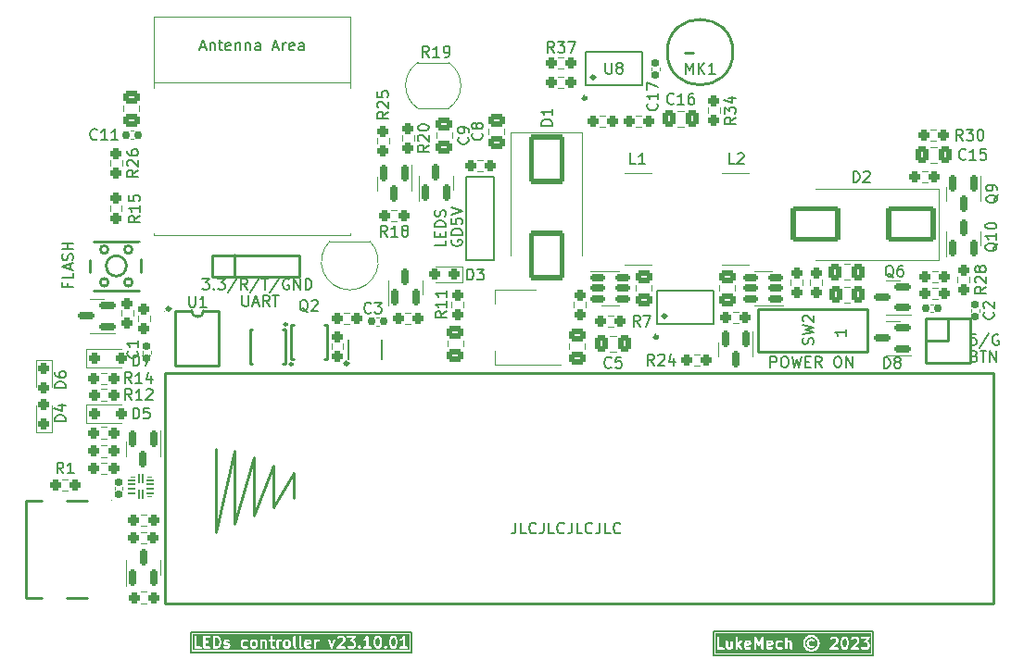
<source format=gbr>
%TF.GenerationSoftware,KiCad,Pcbnew,7.0.7*%
%TF.CreationDate,2023-10-01T21:36:38+02:00*%
%TF.ProjectId,LEDs,4c454473-2e6b-4696-9361-645f70636258,rev?*%
%TF.SameCoordinates,Original*%
%TF.FileFunction,Legend,Top*%
%TF.FilePolarity,Positive*%
%FSLAX46Y46*%
G04 Gerber Fmt 4.6, Leading zero omitted, Abs format (unit mm)*
G04 Created by KiCad (PCBNEW 7.0.7) date 2023-10-01 21:36:38*
%MOMM*%
%LPD*%
G01*
G04 APERTURE LIST*
G04 Aperture macros list*
%AMRoundRect*
0 Rectangle with rounded corners*
0 $1 Rounding radius*
0 $2 $3 $4 $5 $6 $7 $8 $9 X,Y pos of 4 corners*
0 Add a 4 corners polygon primitive as box body*
4,1,4,$2,$3,$4,$5,$6,$7,$8,$9,$2,$3,0*
0 Add four circle primitives for the rounded corners*
1,1,$1+$1,$2,$3*
1,1,$1+$1,$4,$5*
1,1,$1+$1,$6,$7*
1,1,$1+$1,$8,$9*
0 Add four rect primitives between the rounded corners*
20,1,$1+$1,$2,$3,$4,$5,0*
20,1,$1+$1,$4,$5,$6,$7,0*
20,1,$1+$1,$6,$7,$8,$9,0*
20,1,$1+$1,$8,$9,$2,$3,0*%
G04 Aperture macros list end*
%ADD10C,0.150000*%
%ADD11C,0.200000*%
%ADD12C,0.254000*%
%ADD13C,0.059995*%
%ADD14C,0.120000*%
%ADD15C,0.152400*%
%ADD16C,0.300000*%
%ADD17C,0.203200*%
%ADD18C,0.203000*%
%ADD19C,1.600000*%
%ADD20RoundRect,0.237500X0.250000X0.237500X-0.250000X0.237500X-0.250000X-0.237500X0.250000X-0.237500X0*%
%ADD21RoundRect,0.150000X-0.150000X0.587500X-0.150000X-0.587500X0.150000X-0.587500X0.150000X0.587500X0*%
%ADD22R,1.524003X1.400000*%
%ADD23C,1.400000*%
%ADD24RoundRect,0.237500X0.237500X-0.250000X0.237500X0.250000X-0.237500X0.250000X-0.237500X-0.250000X0*%
%ADD25RoundRect,0.150000X0.512500X0.150000X-0.512500X0.150000X-0.512500X-0.150000X0.512500X-0.150000X0*%
%ADD26RoundRect,0.250000X0.475000X-0.337500X0.475000X0.337500X-0.475000X0.337500X-0.475000X-0.337500X0*%
%ADD27RoundRect,0.155000X-0.212500X-0.155000X0.212500X-0.155000X0.212500X0.155000X-0.212500X0.155000X0*%
%ADD28RoundRect,0.250000X0.337500X0.475000X-0.337500X0.475000X-0.337500X-0.475000X0.337500X-0.475000X0*%
%ADD29RoundRect,0.150000X0.150000X-0.587500X0.150000X0.587500X-0.150000X0.587500X-0.150000X-0.587500X0*%
%ADD30R,0.400000X0.700000*%
%ADD31R,0.400000X0.500000*%
%ADD32R,2.650013X1.940005*%
%ADD33RoundRect,0.050000X0.050000X-0.375000X0.050000X0.375000X-0.050000X0.375000X-0.050000X-0.375000X0*%
%ADD34RoundRect,0.050000X0.275000X-0.050000X0.275000X0.050000X-0.275000X0.050000X-0.275000X-0.050000X0*%
%ADD35RoundRect,0.155000X-0.155000X0.212500X-0.155000X-0.212500X0.155000X-0.212500X0.155000X0.212500X0*%
%ADD36RoundRect,0.237500X-0.237500X0.287500X-0.237500X-0.287500X0.237500X-0.287500X0.237500X0.287500X0*%
%ADD37R,1.050000X1.500000*%
%ADD38O,1.050000X1.500000*%
%ADD39RoundRect,0.250000X-0.250000X-0.250000X0.250000X-0.250000X0.250000X0.250000X-0.250000X0.250000X0*%
%ADD40C,3.200000*%
%ADD41R,0.532004X1.072009*%
%ADD42R,2.600000X8.200000*%
%ADD43RoundRect,0.237500X-0.250000X-0.237500X0.250000X-0.237500X0.250000X0.237500X-0.250000X0.237500X0*%
%ADD44C,5.300000*%
%ADD45RoundRect,0.250000X-0.337500X-0.475000X0.337500X-0.475000X0.337500X0.475000X-0.337500X0.475000X0*%
%ADD46O,1.600000X0.600000*%
%ADD47R,3.000000X3.500000*%
%ADD48R,1.500000X0.900000*%
%ADD49R,0.700000X0.700000*%
%ADD50O,0.629997X1.864999*%
%ADD51RoundRect,0.150000X0.587500X0.150000X-0.587500X0.150000X-0.587500X-0.150000X0.587500X-0.150000X0*%
%ADD52RoundRect,0.155000X0.155000X-0.212500X0.155000X0.212500X-0.155000X0.212500X-0.155000X-0.212500X0*%
%ADD53RoundRect,0.250000X-0.475000X0.337500X-0.475000X-0.337500X0.475000X-0.337500X0.475000X0.337500X0*%
%ADD54C,1.200000*%
%ADD55RoundRect,0.237500X-0.237500X0.250000X-0.237500X-0.250000X0.237500X-0.250000X0.237500X0.250000X0*%
%ADD56RoundRect,0.237500X0.237500X-0.287500X0.237500X0.287500X-0.237500X0.287500X-0.237500X-0.287500X0*%
%ADD57R,2.000000X1.500000*%
%ADD58R,2.000000X3.800000*%
%ADD59RoundRect,0.150000X-0.512500X-0.150000X0.512500X-0.150000X0.512500X0.150000X-0.512500X0.150000X0*%
%ADD60C,0.750013*%
%ADD61O,2.000000X1.200000*%
%ADD62O,1.800000X1.200000*%
%ADD63R,1.300000X0.300000*%
%ADD64RoundRect,0.250000X-1.400000X-2.000000X1.400000X-2.000000X1.400000X2.000000X-1.400000X2.000000X0*%
%ADD65R,1.400000X1.400000*%
%ADD66RoundRect,0.237500X0.287500X0.237500X-0.287500X0.237500X-0.287500X-0.237500X0.287500X-0.237500X0*%
%ADD67RoundRect,0.250000X-2.000000X1.400000X-2.000000X-1.400000X2.000000X-1.400000X2.000000X1.400000X0*%
%ADD68C,1.524003*%
%ADD69R,1.800000X1.574803*%
%ADD70C,1.800000*%
G04 APERTURE END LIST*
D10*
X120588800Y-128937600D02*
X135178800Y-128937600D01*
X135178800Y-131107600D01*
X120588800Y-131107600D01*
X120588800Y-128937600D01*
X72882400Y-129000000D02*
X93000000Y-129000000D01*
X93000000Y-130830000D01*
X72882400Y-130830000D01*
X72882400Y-129000000D01*
X73901541Y-96659819D02*
X74520588Y-96659819D01*
X74520588Y-96659819D02*
X74187255Y-97040771D01*
X74187255Y-97040771D02*
X74330112Y-97040771D01*
X74330112Y-97040771D02*
X74425350Y-97088390D01*
X74425350Y-97088390D02*
X74472969Y-97136009D01*
X74472969Y-97136009D02*
X74520588Y-97231247D01*
X74520588Y-97231247D02*
X74520588Y-97469342D01*
X74520588Y-97469342D02*
X74472969Y-97564580D01*
X74472969Y-97564580D02*
X74425350Y-97612200D01*
X74425350Y-97612200D02*
X74330112Y-97659819D01*
X74330112Y-97659819D02*
X74044398Y-97659819D01*
X74044398Y-97659819D02*
X73949160Y-97612200D01*
X73949160Y-97612200D02*
X73901541Y-97564580D01*
X74949160Y-97564580D02*
X74996779Y-97612200D01*
X74996779Y-97612200D02*
X74949160Y-97659819D01*
X74949160Y-97659819D02*
X74901541Y-97612200D01*
X74901541Y-97612200D02*
X74949160Y-97564580D01*
X74949160Y-97564580D02*
X74949160Y-97659819D01*
X75330112Y-96659819D02*
X75949159Y-96659819D01*
X75949159Y-96659819D02*
X75615826Y-97040771D01*
X75615826Y-97040771D02*
X75758683Y-97040771D01*
X75758683Y-97040771D02*
X75853921Y-97088390D01*
X75853921Y-97088390D02*
X75901540Y-97136009D01*
X75901540Y-97136009D02*
X75949159Y-97231247D01*
X75949159Y-97231247D02*
X75949159Y-97469342D01*
X75949159Y-97469342D02*
X75901540Y-97564580D01*
X75901540Y-97564580D02*
X75853921Y-97612200D01*
X75853921Y-97612200D02*
X75758683Y-97659819D01*
X75758683Y-97659819D02*
X75472969Y-97659819D01*
X75472969Y-97659819D02*
X75377731Y-97612200D01*
X75377731Y-97612200D02*
X75330112Y-97564580D01*
X77092016Y-96612200D02*
X76234874Y-97897914D01*
X77996778Y-97659819D02*
X77663445Y-97183628D01*
X77425350Y-97659819D02*
X77425350Y-96659819D01*
X77425350Y-96659819D02*
X77806302Y-96659819D01*
X77806302Y-96659819D02*
X77901540Y-96707438D01*
X77901540Y-96707438D02*
X77949159Y-96755057D01*
X77949159Y-96755057D02*
X77996778Y-96850295D01*
X77996778Y-96850295D02*
X77996778Y-96993152D01*
X77996778Y-96993152D02*
X77949159Y-97088390D01*
X77949159Y-97088390D02*
X77901540Y-97136009D01*
X77901540Y-97136009D02*
X77806302Y-97183628D01*
X77806302Y-97183628D02*
X77425350Y-97183628D01*
X79139635Y-96612200D02*
X78282493Y-97897914D01*
X79330112Y-96659819D02*
X79901540Y-96659819D01*
X79615826Y-97659819D02*
X79615826Y-96659819D01*
X80949159Y-96612200D02*
X80092017Y-97897914D01*
X81806302Y-96707438D02*
X81711064Y-96659819D01*
X81711064Y-96659819D02*
X81568207Y-96659819D01*
X81568207Y-96659819D02*
X81425350Y-96707438D01*
X81425350Y-96707438D02*
X81330112Y-96802676D01*
X81330112Y-96802676D02*
X81282493Y-96897914D01*
X81282493Y-96897914D02*
X81234874Y-97088390D01*
X81234874Y-97088390D02*
X81234874Y-97231247D01*
X81234874Y-97231247D02*
X81282493Y-97421723D01*
X81282493Y-97421723D02*
X81330112Y-97516961D01*
X81330112Y-97516961D02*
X81425350Y-97612200D01*
X81425350Y-97612200D02*
X81568207Y-97659819D01*
X81568207Y-97659819D02*
X81663445Y-97659819D01*
X81663445Y-97659819D02*
X81806302Y-97612200D01*
X81806302Y-97612200D02*
X81853921Y-97564580D01*
X81853921Y-97564580D02*
X81853921Y-97231247D01*
X81853921Y-97231247D02*
X81663445Y-97231247D01*
X82282493Y-97659819D02*
X82282493Y-96659819D01*
X82282493Y-96659819D02*
X82853921Y-97659819D01*
X82853921Y-97659819D02*
X82853921Y-96659819D01*
X83330112Y-97659819D02*
X83330112Y-96659819D01*
X83330112Y-96659819D02*
X83568207Y-96659819D01*
X83568207Y-96659819D02*
X83711064Y-96707438D01*
X83711064Y-96707438D02*
X83806302Y-96802676D01*
X83806302Y-96802676D02*
X83853921Y-96897914D01*
X83853921Y-96897914D02*
X83901540Y-97088390D01*
X83901540Y-97088390D02*
X83901540Y-97231247D01*
X83901540Y-97231247D02*
X83853921Y-97421723D01*
X83853921Y-97421723D02*
X83806302Y-97516961D01*
X83806302Y-97516961D02*
X83711064Y-97612200D01*
X83711064Y-97612200D02*
X83568207Y-97659819D01*
X83568207Y-97659819D02*
X83330112Y-97659819D01*
X125812779Y-104771819D02*
X125812779Y-103771819D01*
X125812779Y-103771819D02*
X126193731Y-103771819D01*
X126193731Y-103771819D02*
X126288969Y-103819438D01*
X126288969Y-103819438D02*
X126336588Y-103867057D01*
X126336588Y-103867057D02*
X126384207Y-103962295D01*
X126384207Y-103962295D02*
X126384207Y-104105152D01*
X126384207Y-104105152D02*
X126336588Y-104200390D01*
X126336588Y-104200390D02*
X126288969Y-104248009D01*
X126288969Y-104248009D02*
X126193731Y-104295628D01*
X126193731Y-104295628D02*
X125812779Y-104295628D01*
X127003255Y-103771819D02*
X127193731Y-103771819D01*
X127193731Y-103771819D02*
X127288969Y-103819438D01*
X127288969Y-103819438D02*
X127384207Y-103914676D01*
X127384207Y-103914676D02*
X127431826Y-104105152D01*
X127431826Y-104105152D02*
X127431826Y-104438485D01*
X127431826Y-104438485D02*
X127384207Y-104628961D01*
X127384207Y-104628961D02*
X127288969Y-104724200D01*
X127288969Y-104724200D02*
X127193731Y-104771819D01*
X127193731Y-104771819D02*
X127003255Y-104771819D01*
X127003255Y-104771819D02*
X126908017Y-104724200D01*
X126908017Y-104724200D02*
X126812779Y-104628961D01*
X126812779Y-104628961D02*
X126765160Y-104438485D01*
X126765160Y-104438485D02*
X126765160Y-104105152D01*
X126765160Y-104105152D02*
X126812779Y-103914676D01*
X126812779Y-103914676D02*
X126908017Y-103819438D01*
X126908017Y-103819438D02*
X127003255Y-103771819D01*
X127765160Y-103771819D02*
X128003255Y-104771819D01*
X128003255Y-104771819D02*
X128193731Y-104057533D01*
X128193731Y-104057533D02*
X128384207Y-104771819D01*
X128384207Y-104771819D02*
X128622303Y-103771819D01*
X129003255Y-104248009D02*
X129336588Y-104248009D01*
X129479445Y-104771819D02*
X129003255Y-104771819D01*
X129003255Y-104771819D02*
X129003255Y-103771819D01*
X129003255Y-103771819D02*
X129479445Y-103771819D01*
X130479445Y-104771819D02*
X130146112Y-104295628D01*
X129908017Y-104771819D02*
X129908017Y-103771819D01*
X129908017Y-103771819D02*
X130288969Y-103771819D01*
X130288969Y-103771819D02*
X130384207Y-103819438D01*
X130384207Y-103819438D02*
X130431826Y-103867057D01*
X130431826Y-103867057D02*
X130479445Y-103962295D01*
X130479445Y-103962295D02*
X130479445Y-104105152D01*
X130479445Y-104105152D02*
X130431826Y-104200390D01*
X130431826Y-104200390D02*
X130384207Y-104248009D01*
X130384207Y-104248009D02*
X130288969Y-104295628D01*
X130288969Y-104295628D02*
X129908017Y-104295628D01*
X131860398Y-103771819D02*
X132050874Y-103771819D01*
X132050874Y-103771819D02*
X132146112Y-103819438D01*
X132146112Y-103819438D02*
X132241350Y-103914676D01*
X132241350Y-103914676D02*
X132288969Y-104105152D01*
X132288969Y-104105152D02*
X132288969Y-104438485D01*
X132288969Y-104438485D02*
X132241350Y-104628961D01*
X132241350Y-104628961D02*
X132146112Y-104724200D01*
X132146112Y-104724200D02*
X132050874Y-104771819D01*
X132050874Y-104771819D02*
X131860398Y-104771819D01*
X131860398Y-104771819D02*
X131765160Y-104724200D01*
X131765160Y-104724200D02*
X131669922Y-104628961D01*
X131669922Y-104628961D02*
X131622303Y-104438485D01*
X131622303Y-104438485D02*
X131622303Y-104105152D01*
X131622303Y-104105152D02*
X131669922Y-103914676D01*
X131669922Y-103914676D02*
X131765160Y-103819438D01*
X131765160Y-103819438D02*
X131860398Y-103771819D01*
X132717541Y-104771819D02*
X132717541Y-103771819D01*
X132717541Y-103771819D02*
X133288969Y-104771819D01*
X133288969Y-104771819D02*
X133288969Y-103771819D01*
D11*
G36*
X75304891Y-129547240D02*
G01*
X75371964Y-129614313D01*
X75407416Y-129685218D01*
X75449387Y-129853099D01*
X75449387Y-129971337D01*
X75407416Y-130139218D01*
X75371963Y-130210124D01*
X75304892Y-130277197D01*
X75199827Y-130312219D01*
X75077959Y-130312219D01*
X75077959Y-129512219D01*
X75199827Y-129512219D01*
X75304891Y-129547240D01*
G37*
G36*
X78728247Y-129875357D02*
G01*
X78752916Y-129900025D01*
X78782721Y-129959634D01*
X78782721Y-130198135D01*
X78752916Y-130257743D01*
X78728247Y-130282413D01*
X78668638Y-130312219D01*
X78572995Y-130312219D01*
X78513385Y-130282414D01*
X78488718Y-130257746D01*
X78458912Y-130198134D01*
X78458912Y-129959635D01*
X78488717Y-129900025D01*
X78513385Y-129875356D01*
X78572995Y-129845552D01*
X78668638Y-129845552D01*
X78728247Y-129875357D01*
G37*
G36*
X81728248Y-129875357D02*
G01*
X81752917Y-129900025D01*
X81782722Y-129959635D01*
X81782722Y-130198134D01*
X81752917Y-130257743D01*
X81728248Y-130282413D01*
X81668639Y-130312219D01*
X81572996Y-130312219D01*
X81513386Y-130282414D01*
X81488719Y-130257746D01*
X81458913Y-130198134D01*
X81458913Y-129959635D01*
X81488718Y-129900025D01*
X81513386Y-129875356D01*
X81572996Y-129845552D01*
X81668639Y-129845552D01*
X81728248Y-129875357D01*
G37*
G36*
X83665330Y-129867707D02*
G01*
X83682780Y-129902607D01*
X83411295Y-129956904D01*
X83411295Y-129912016D01*
X83433450Y-129867706D01*
X83477759Y-129845552D01*
X83621021Y-129845552D01*
X83665330Y-129867707D01*
G37*
G36*
X90013964Y-129542024D02*
G01*
X90038633Y-129566692D01*
X90074086Y-129637599D01*
X90116057Y-129805480D01*
X90116057Y-130018956D01*
X90074086Y-130186837D01*
X90038633Y-130257743D01*
X90013964Y-130282413D01*
X89954355Y-130312219D01*
X89906331Y-130312219D01*
X89846721Y-130282414D01*
X89822054Y-130257746D01*
X89786599Y-130186837D01*
X89744629Y-130018955D01*
X89744629Y-129805480D01*
X89786599Y-129637599D01*
X89822053Y-129566692D01*
X89846721Y-129542023D01*
X89906331Y-129512219D01*
X89954355Y-129512219D01*
X90013964Y-129542024D01*
G37*
G36*
X91442535Y-129542024D02*
G01*
X91467204Y-129566692D01*
X91502657Y-129637599D01*
X91544628Y-129805480D01*
X91544628Y-130018956D01*
X91502657Y-130186837D01*
X91467204Y-130257743D01*
X91442535Y-130282413D01*
X91382926Y-130312219D01*
X91334902Y-130312219D01*
X91275292Y-130282414D01*
X91250625Y-130257746D01*
X91215170Y-130186837D01*
X91173200Y-130018955D01*
X91173200Y-129805480D01*
X91215170Y-129637599D01*
X91250624Y-129566692D01*
X91275292Y-129542023D01*
X91334902Y-129512219D01*
X91382926Y-129512219D01*
X91442535Y-129542024D01*
G37*
G36*
X92834972Y-130655076D02*
G01*
X73020816Y-130655076D01*
X73020816Y-130412219D01*
X73163673Y-130412219D01*
X73168567Y-130427281D01*
X73168567Y-130443121D01*
X73177876Y-130455934D01*
X73182771Y-130470998D01*
X73195584Y-130480307D01*
X73204894Y-130493121D01*
X73219957Y-130498015D01*
X73232771Y-130507325D01*
X73248610Y-130507325D01*
X73263673Y-130512219D01*
X73739863Y-130512219D01*
X73798642Y-130493121D01*
X73834969Y-130443121D01*
X73834969Y-130412219D01*
X73973197Y-130412219D01*
X73978091Y-130427281D01*
X73978091Y-130443121D01*
X73987400Y-130455934D01*
X73992295Y-130470998D01*
X74005108Y-130480307D01*
X74014418Y-130493121D01*
X74029481Y-130498015D01*
X74042295Y-130507325D01*
X74058134Y-130507325D01*
X74073197Y-130512219D01*
X74549387Y-130512219D01*
X74608166Y-130493121D01*
X74644493Y-130443121D01*
X74644493Y-130412219D01*
X74877959Y-130412219D01*
X74882853Y-130427281D01*
X74882853Y-130443121D01*
X74892162Y-130455934D01*
X74897057Y-130470998D01*
X74909870Y-130480307D01*
X74919180Y-130493121D01*
X74934243Y-130498015D01*
X74947057Y-130507325D01*
X74962896Y-130507325D01*
X74977959Y-130512219D01*
X75216054Y-130512219D01*
X75231469Y-130507210D01*
X75247677Y-130507087D01*
X75390533Y-130459468D01*
X75409080Y-130445776D01*
X75429622Y-130435310D01*
X75524860Y-130340071D01*
X75532218Y-130325629D01*
X75543592Y-130314082D01*
X75591211Y-130218845D01*
X75592871Y-130207823D01*
X75598782Y-130198377D01*
X75646401Y-130007901D01*
X75645540Y-129995484D01*
X75649387Y-129983647D01*
X75649387Y-129936028D01*
X75830340Y-129936028D01*
X75837463Y-129957951D01*
X75840897Y-129980749D01*
X75888516Y-130075987D01*
X75889074Y-130076553D01*
X75889205Y-130077340D01*
X75910707Y-130098517D01*
X75931885Y-130120020D01*
X75932671Y-130120150D01*
X75933238Y-130120709D01*
X76028475Y-130168328D01*
X76051273Y-130171761D01*
X76073197Y-130178885D01*
X76192447Y-130178885D01*
X76236756Y-130201040D01*
X76258911Y-130245349D01*
X76258911Y-130245754D01*
X76236756Y-130290063D01*
X76192447Y-130312219D01*
X76049185Y-130312219D01*
X75975061Y-130275157D01*
X75913947Y-130265952D01*
X75859094Y-130294428D01*
X75831455Y-130349707D01*
X75841586Y-130410674D01*
X75885619Y-130454043D01*
X75980856Y-130501662D01*
X76003654Y-130505095D01*
X76025578Y-130512219D01*
X76216054Y-130512219D01*
X76237977Y-130505095D01*
X76260775Y-130501662D01*
X76356013Y-130454043D01*
X76356579Y-130453484D01*
X76357367Y-130453354D01*
X76378560Y-130431835D01*
X76400046Y-130410674D01*
X76400176Y-130409887D01*
X76400735Y-130409321D01*
X76448354Y-130314082D01*
X76451787Y-130291284D01*
X76458911Y-130269361D01*
X76458911Y-130221742D01*
X77401769Y-130221742D01*
X77408892Y-130243665D01*
X77412326Y-130266463D01*
X77459945Y-130361701D01*
X77471318Y-130373248D01*
X77478677Y-130387690D01*
X77526295Y-130435310D01*
X77540738Y-130442669D01*
X77552286Y-130454043D01*
X77647523Y-130501662D01*
X77670321Y-130505095D01*
X77692245Y-130512219D01*
X77882721Y-130512219D01*
X77904644Y-130505095D01*
X77927442Y-130501662D01*
X78022680Y-130454043D01*
X78066713Y-130410674D01*
X78076844Y-130349707D01*
X78049204Y-130294428D01*
X77994352Y-130265952D01*
X77933237Y-130275157D01*
X77859114Y-130312219D01*
X77715852Y-130312219D01*
X77656242Y-130282414D01*
X77631575Y-130257746D01*
X77613573Y-130221742D01*
X78258912Y-130221742D01*
X78266035Y-130243665D01*
X78269469Y-130266463D01*
X78317088Y-130361701D01*
X78328461Y-130373248D01*
X78335820Y-130387690D01*
X78383438Y-130435310D01*
X78397881Y-130442669D01*
X78409429Y-130454043D01*
X78504666Y-130501662D01*
X78527464Y-130505095D01*
X78549388Y-130512219D01*
X78692245Y-130512219D01*
X78714168Y-130505095D01*
X78736966Y-130501662D01*
X78832204Y-130454043D01*
X78843752Y-130442668D01*
X78858194Y-130435310D01*
X78881285Y-130412219D01*
X79211293Y-130412219D01*
X79230391Y-130470998D01*
X79280391Y-130507325D01*
X79342195Y-130507325D01*
X79392195Y-130470998D01*
X79411293Y-130412219D01*
X79411293Y-129882211D01*
X79418147Y-129875356D01*
X79477757Y-129845552D01*
X79573400Y-129845552D01*
X79617709Y-129867707D01*
X79639864Y-129912015D01*
X79639864Y-130412219D01*
X79658962Y-130470998D01*
X79708962Y-130507325D01*
X79770766Y-130507325D01*
X79820766Y-130470998D01*
X79839864Y-130412219D01*
X79839864Y-129888409D01*
X79832740Y-129866485D01*
X79829307Y-129843687D01*
X79795690Y-129776454D01*
X79978092Y-129776454D01*
X80014419Y-129826454D01*
X80073198Y-129845552D01*
X80116055Y-129845552D01*
X80116055Y-130269361D01*
X80123178Y-130291284D01*
X80126612Y-130314082D01*
X80174231Y-130409321D01*
X80174789Y-130409887D01*
X80174920Y-130410674D01*
X80196405Y-130431835D01*
X80217599Y-130453354D01*
X80218386Y-130453484D01*
X80218953Y-130454043D01*
X80314190Y-130501662D01*
X80336988Y-130505095D01*
X80358912Y-130512219D01*
X80454150Y-130512219D01*
X80512929Y-130493121D01*
X80549256Y-130443121D01*
X80549256Y-130412219D01*
X80687484Y-130412219D01*
X80706582Y-130470998D01*
X80756582Y-130507325D01*
X80818386Y-130507325D01*
X80868386Y-130470998D01*
X80887484Y-130412219D01*
X80887484Y-130221742D01*
X81258913Y-130221742D01*
X81266036Y-130243665D01*
X81269470Y-130266463D01*
X81317089Y-130361701D01*
X81328462Y-130373248D01*
X81335821Y-130387690D01*
X81383439Y-130435310D01*
X81397882Y-130442669D01*
X81409430Y-130454043D01*
X81504667Y-130501662D01*
X81527465Y-130505095D01*
X81549389Y-130512219D01*
X81692246Y-130512219D01*
X81714169Y-130505095D01*
X81736967Y-130501662D01*
X81832205Y-130454043D01*
X81843753Y-130442668D01*
X81858195Y-130435310D01*
X81905814Y-130387690D01*
X81913171Y-130373249D01*
X81924546Y-130361701D01*
X81970716Y-130269361D01*
X82211294Y-130269361D01*
X82218417Y-130291284D01*
X82221851Y-130314082D01*
X82269470Y-130409321D01*
X82270028Y-130409887D01*
X82270159Y-130410674D01*
X82291644Y-130431835D01*
X82312838Y-130453354D01*
X82313625Y-130453484D01*
X82314192Y-130454043D01*
X82409429Y-130501662D01*
X82470544Y-130510867D01*
X82525396Y-130482391D01*
X82553036Y-130427112D01*
X82542905Y-130366145D01*
X82498872Y-130322776D01*
X82433448Y-130290064D01*
X82423097Y-130269361D01*
X82735104Y-130269361D01*
X82742227Y-130291284D01*
X82745661Y-130314082D01*
X82793280Y-130409321D01*
X82793838Y-130409887D01*
X82793969Y-130410674D01*
X82815454Y-130431835D01*
X82836648Y-130453354D01*
X82837435Y-130453484D01*
X82838002Y-130454043D01*
X82933239Y-130501662D01*
X82994354Y-130510867D01*
X83049206Y-130482391D01*
X83076846Y-130427112D01*
X83066715Y-130366145D01*
X83022682Y-130322776D01*
X82957258Y-130290064D01*
X82946907Y-130269361D01*
X83211295Y-130269361D01*
X83218418Y-130291284D01*
X83221852Y-130314082D01*
X83269471Y-130409321D01*
X83270029Y-130409887D01*
X83270160Y-130410674D01*
X83291645Y-130431835D01*
X83312839Y-130453354D01*
X83313626Y-130453484D01*
X83314193Y-130454043D01*
X83409430Y-130501662D01*
X83432228Y-130505095D01*
X83454152Y-130512219D01*
X83644628Y-130512219D01*
X83666551Y-130505095D01*
X83689349Y-130501662D01*
X83784587Y-130454043D01*
X83827051Y-130412219D01*
X84116057Y-130412219D01*
X84135155Y-130470998D01*
X84185155Y-130507325D01*
X84246959Y-130507325D01*
X84296959Y-130470998D01*
X84316057Y-130412219D01*
X84316057Y-129959635D01*
X84345862Y-129900025D01*
X84370530Y-129875356D01*
X84430140Y-129845552D01*
X84501771Y-129845552D01*
X84560550Y-129826454D01*
X84596877Y-129776454D01*
X84596877Y-129717408D01*
X85405814Y-129717408D01*
X85407598Y-129779186D01*
X85645693Y-130445852D01*
X85662888Y-130468138D01*
X85678778Y-130491391D01*
X85681610Y-130492402D01*
X85683448Y-130494784D01*
X85710466Y-130502708D01*
X85736981Y-130512178D01*
X85739867Y-130511331D01*
X85742753Y-130512178D01*
X85769267Y-130502708D01*
X85796286Y-130494784D01*
X85798123Y-130492402D01*
X85800956Y-130491391D01*
X85816841Y-130468143D01*
X85834041Y-130445853D01*
X85851640Y-130396576D01*
X86164908Y-130396576D01*
X86168571Y-130419703D01*
X86168571Y-130443121D01*
X86173313Y-130449648D01*
X86174576Y-130457618D01*
X86191132Y-130474174D01*
X86204898Y-130493121D01*
X86212572Y-130495614D01*
X86218278Y-130501320D01*
X86241407Y-130504983D01*
X86263677Y-130512219D01*
X86882724Y-130512219D01*
X86941503Y-130493121D01*
X86977830Y-130443121D01*
X86977830Y-130381317D01*
X86942451Y-130332622D01*
X87117288Y-130332622D01*
X87145347Y-130387690D01*
X87192965Y-130435310D01*
X87207408Y-130442669D01*
X87218956Y-130454043D01*
X87314193Y-130501662D01*
X87336991Y-130505095D01*
X87358915Y-130512219D01*
X87644629Y-130512219D01*
X87666552Y-130505095D01*
X87689350Y-130501662D01*
X87784588Y-130454043D01*
X87796136Y-130442668D01*
X87810578Y-130435310D01*
X87858197Y-130387690D01*
X87865554Y-130373249D01*
X87876929Y-130361701D01*
X87883301Y-130348958D01*
X88117288Y-130348958D01*
X88119766Y-130364602D01*
X88117289Y-130380243D01*
X88124478Y-130394353D01*
X88126957Y-130410000D01*
X88138157Y-130421199D01*
X88145347Y-130435311D01*
X88192966Y-130482929D01*
X88207077Y-130490119D01*
X88218278Y-130501320D01*
X88226247Y-130502582D01*
X88232775Y-130507325D01*
X88240844Y-130507325D01*
X88248033Y-130510988D01*
X88263676Y-130508510D01*
X88279320Y-130510988D01*
X88286509Y-130507325D01*
X88294579Y-130507325D01*
X88301107Y-130502582D01*
X88309076Y-130501320D01*
X88320275Y-130490120D01*
X88334388Y-130482930D01*
X88382006Y-130435311D01*
X88389195Y-130421200D01*
X88400397Y-130410000D01*
X88402874Y-130394354D01*
X88410065Y-130380244D01*
X88407587Y-130364600D01*
X88410065Y-130348958D01*
X88402874Y-130334846D01*
X88400397Y-130319201D01*
X88389196Y-130308000D01*
X88382007Y-130293890D01*
X88334388Y-130246270D01*
X88320275Y-130239079D01*
X88309075Y-130227879D01*
X88301107Y-130226617D01*
X88294579Y-130221874D01*
X88286510Y-130221874D01*
X88279321Y-130218211D01*
X88263676Y-130220688D01*
X88248033Y-130218211D01*
X88240844Y-130221874D01*
X88232775Y-130221874D01*
X88226248Y-130226615D01*
X88218279Y-130227878D01*
X88207077Y-130239079D01*
X88192965Y-130246270D01*
X88145347Y-130293890D01*
X88138156Y-130308001D01*
X88126957Y-130319201D01*
X88124479Y-130334844D01*
X88117288Y-130348958D01*
X87883301Y-130348958D01*
X87924548Y-130266464D01*
X87927981Y-130243665D01*
X87935105Y-130221742D01*
X87935105Y-129983647D01*
X87927981Y-129961723D01*
X87924548Y-129938925D01*
X87876929Y-129843688D01*
X87865554Y-129832139D01*
X87858196Y-129817698D01*
X87810578Y-129770079D01*
X87796135Y-129762720D01*
X87784588Y-129751347D01*
X87707546Y-129712826D01*
X88593363Y-129712826D01*
X88621002Y-129768105D01*
X88675855Y-129796581D01*
X88736969Y-129787376D01*
X88832207Y-129739757D01*
X88843754Y-129728383D01*
X88858197Y-129721025D01*
X88877962Y-129701260D01*
X88877962Y-130312219D01*
X88692248Y-130312219D01*
X88633469Y-130331317D01*
X88597142Y-130381317D01*
X88597142Y-130443121D01*
X88633469Y-130493121D01*
X88692248Y-130512219D01*
X89263676Y-130512219D01*
X89322455Y-130493121D01*
X89358782Y-130443121D01*
X89358782Y-130381317D01*
X89322455Y-130331317D01*
X89263676Y-130312219D01*
X89077962Y-130312219D01*
X89077962Y-130031266D01*
X89544629Y-130031266D01*
X89548475Y-130043103D01*
X89547615Y-130055520D01*
X89595234Y-130245995D01*
X89601144Y-130255441D01*
X89602805Y-130266463D01*
X89650424Y-130361701D01*
X89661797Y-130373248D01*
X89669156Y-130387690D01*
X89716774Y-130435310D01*
X89731217Y-130442669D01*
X89742765Y-130454043D01*
X89838002Y-130501662D01*
X89860800Y-130505095D01*
X89882724Y-130512219D01*
X89977962Y-130512219D01*
X89999885Y-130505095D01*
X90022683Y-130501662D01*
X90117921Y-130454043D01*
X90129469Y-130442668D01*
X90143911Y-130435310D01*
X90191530Y-130387690D01*
X90198887Y-130373249D01*
X90210262Y-130361701D01*
X90216634Y-130348958D01*
X90498240Y-130348958D01*
X90500718Y-130364602D01*
X90498241Y-130380243D01*
X90505430Y-130394353D01*
X90507909Y-130410000D01*
X90519109Y-130421199D01*
X90526299Y-130435311D01*
X90573918Y-130482929D01*
X90588029Y-130490119D01*
X90599230Y-130501320D01*
X90607199Y-130502582D01*
X90613727Y-130507325D01*
X90621796Y-130507325D01*
X90628985Y-130510988D01*
X90644628Y-130508510D01*
X90660272Y-130510988D01*
X90667461Y-130507325D01*
X90675531Y-130507325D01*
X90682059Y-130502582D01*
X90690028Y-130501320D01*
X90701227Y-130490120D01*
X90715340Y-130482930D01*
X90762958Y-130435311D01*
X90770147Y-130421200D01*
X90781349Y-130410000D01*
X90783826Y-130394354D01*
X90791017Y-130380244D01*
X90788539Y-130364600D01*
X90791017Y-130348958D01*
X90783826Y-130334846D01*
X90781349Y-130319201D01*
X90770148Y-130308000D01*
X90762959Y-130293890D01*
X90715340Y-130246270D01*
X90701227Y-130239079D01*
X90690027Y-130227879D01*
X90682059Y-130226617D01*
X90675531Y-130221874D01*
X90667462Y-130221874D01*
X90660273Y-130218211D01*
X90644628Y-130220688D01*
X90628985Y-130218211D01*
X90621796Y-130221874D01*
X90613727Y-130221874D01*
X90607200Y-130226615D01*
X90599231Y-130227878D01*
X90588029Y-130239079D01*
X90573917Y-130246270D01*
X90526299Y-130293890D01*
X90519108Y-130308001D01*
X90507909Y-130319201D01*
X90505431Y-130334844D01*
X90498240Y-130348958D01*
X90216634Y-130348958D01*
X90257881Y-130266464D01*
X90259541Y-130255442D01*
X90265452Y-130245996D01*
X90313071Y-130055520D01*
X90312210Y-130043103D01*
X90316057Y-130031266D01*
X90973200Y-130031266D01*
X90977046Y-130043103D01*
X90976186Y-130055520D01*
X91023805Y-130245995D01*
X91029715Y-130255441D01*
X91031376Y-130266463D01*
X91078995Y-130361701D01*
X91090368Y-130373248D01*
X91097727Y-130387690D01*
X91145345Y-130435310D01*
X91159788Y-130442669D01*
X91171336Y-130454043D01*
X91266573Y-130501662D01*
X91289371Y-130505095D01*
X91311295Y-130512219D01*
X91406533Y-130512219D01*
X91428456Y-130505095D01*
X91451254Y-130501662D01*
X91546492Y-130454043D01*
X91558040Y-130442668D01*
X91572482Y-130435310D01*
X91620101Y-130387690D01*
X91627458Y-130373249D01*
X91638833Y-130361701D01*
X91686452Y-130266464D01*
X91688112Y-130255442D01*
X91694023Y-130245996D01*
X91741642Y-130055520D01*
X91740781Y-130043103D01*
X91744628Y-130031266D01*
X91744628Y-129793171D01*
X91740781Y-129781333D01*
X91741642Y-129768917D01*
X91727619Y-129712826D01*
X91926696Y-129712826D01*
X91954335Y-129768105D01*
X92009188Y-129796581D01*
X92070302Y-129787376D01*
X92165540Y-129739757D01*
X92177087Y-129728383D01*
X92191530Y-129721025D01*
X92211295Y-129701260D01*
X92211295Y-130312219D01*
X92025581Y-130312219D01*
X91966802Y-130331317D01*
X91930475Y-130381317D01*
X91930475Y-130443121D01*
X91966802Y-130493121D01*
X92025581Y-130512219D01*
X92597009Y-130512219D01*
X92655788Y-130493121D01*
X92692115Y-130443121D01*
X92692115Y-130381317D01*
X92655788Y-130331317D01*
X92597009Y-130312219D01*
X92411295Y-130312219D01*
X92411295Y-129412219D01*
X92410644Y-129410216D01*
X92411214Y-129408188D01*
X92401152Y-129381003D01*
X92392197Y-129353440D01*
X92390492Y-129352201D01*
X92389762Y-129350227D01*
X92365643Y-129334148D01*
X92342197Y-129317113D01*
X92340091Y-129317113D01*
X92338338Y-129315944D01*
X92309358Y-129317113D01*
X92280393Y-129317113D01*
X92278690Y-129318350D01*
X92276585Y-129318435D01*
X92253841Y-129336403D01*
X92230393Y-129353440D01*
X92229741Y-129355443D01*
X92228090Y-129356749D01*
X92138346Y-129491365D01*
X92061582Y-129568128D01*
X91980860Y-129608490D01*
X91936827Y-129651859D01*
X91926696Y-129712826D01*
X91727619Y-129712826D01*
X91694023Y-129578441D01*
X91688112Y-129568994D01*
X91686452Y-129557973D01*
X91638833Y-129462736D01*
X91627458Y-129451187D01*
X91620100Y-129436746D01*
X91572482Y-129389127D01*
X91558039Y-129381768D01*
X91546492Y-129370395D01*
X91451254Y-129322776D01*
X91428456Y-129319342D01*
X91406533Y-129312219D01*
X91311295Y-129312219D01*
X91289371Y-129319342D01*
X91266573Y-129322776D01*
X91171336Y-129370395D01*
X91159787Y-129381769D01*
X91145346Y-129389128D01*
X91097727Y-129436746D01*
X91090368Y-129451188D01*
X91078995Y-129462736D01*
X91031376Y-129557974D01*
X91029715Y-129568995D01*
X91023805Y-129578442D01*
X90976186Y-129768917D01*
X90977046Y-129781333D01*
X90973200Y-129793171D01*
X90973200Y-130031266D01*
X90316057Y-130031266D01*
X90316057Y-129793171D01*
X90312210Y-129781333D01*
X90313071Y-129768917D01*
X90265452Y-129578441D01*
X90259541Y-129568994D01*
X90257881Y-129557973D01*
X90210262Y-129462736D01*
X90198887Y-129451187D01*
X90191529Y-129436746D01*
X90143911Y-129389127D01*
X90129468Y-129381768D01*
X90117921Y-129370395D01*
X90022683Y-129322776D01*
X89999885Y-129319342D01*
X89977962Y-129312219D01*
X89882724Y-129312219D01*
X89860800Y-129319342D01*
X89838002Y-129322776D01*
X89742765Y-129370395D01*
X89731216Y-129381769D01*
X89716775Y-129389128D01*
X89669156Y-129436746D01*
X89661797Y-129451188D01*
X89650424Y-129462736D01*
X89602805Y-129557974D01*
X89601144Y-129568995D01*
X89595234Y-129578442D01*
X89547615Y-129768917D01*
X89548475Y-129781333D01*
X89544629Y-129793171D01*
X89544629Y-130031266D01*
X89077962Y-130031266D01*
X89077962Y-129412219D01*
X89077311Y-129410216D01*
X89077881Y-129408188D01*
X89067819Y-129381003D01*
X89058864Y-129353440D01*
X89057159Y-129352201D01*
X89056429Y-129350227D01*
X89032310Y-129334148D01*
X89008864Y-129317113D01*
X89006758Y-129317113D01*
X89005005Y-129315944D01*
X88976025Y-129317113D01*
X88947060Y-129317113D01*
X88945357Y-129318350D01*
X88943252Y-129318435D01*
X88920508Y-129336403D01*
X88897060Y-129353440D01*
X88896408Y-129355443D01*
X88894757Y-129356749D01*
X88805012Y-129491365D01*
X88728249Y-129568128D01*
X88647527Y-129608490D01*
X88603494Y-129651859D01*
X88593363Y-129712826D01*
X87707546Y-129712826D01*
X87705740Y-129711923D01*
X87910363Y-129478069D01*
X87918324Y-129459481D01*
X87930211Y-129443121D01*
X87930211Y-129431729D01*
X87934696Y-129421258D01*
X87930211Y-129401538D01*
X87930211Y-129381317D01*
X87923515Y-129372101D01*
X87920989Y-129360993D01*
X87905769Y-129347675D01*
X87893884Y-129331317D01*
X87883050Y-129327797D01*
X87874477Y-129320295D01*
X87854334Y-129318467D01*
X87835105Y-129312219D01*
X87216058Y-129312219D01*
X87157279Y-129331317D01*
X87120952Y-129381317D01*
X87120952Y-129443121D01*
X87157279Y-129493121D01*
X87216058Y-129512219D01*
X87614728Y-129512219D01*
X87426514Y-129727321D01*
X87418552Y-129745908D01*
X87406666Y-129762269D01*
X87406666Y-129773660D01*
X87402181Y-129784132D01*
X87406665Y-129803850D01*
X87406666Y-129824073D01*
X87413361Y-129833288D01*
X87415888Y-129844396D01*
X87431106Y-129857712D01*
X87442993Y-129874073D01*
X87453826Y-129877592D01*
X87462400Y-129885095D01*
X87482542Y-129886922D01*
X87501772Y-129893171D01*
X87621022Y-129893171D01*
X87680631Y-129922976D01*
X87705300Y-129947644D01*
X87735105Y-130007254D01*
X87735105Y-130198135D01*
X87705300Y-130257743D01*
X87680631Y-130282413D01*
X87621022Y-130312219D01*
X87382522Y-130312219D01*
X87322912Y-130282414D01*
X87286769Y-130246270D01*
X87231702Y-130218211D01*
X87170660Y-130227878D01*
X87126957Y-130271580D01*
X87117288Y-130332622D01*
X86942451Y-130332622D01*
X86941503Y-130331317D01*
X86882724Y-130312219D01*
X86505099Y-130312219D01*
X86905816Y-129911501D01*
X86916282Y-129890959D01*
X86929973Y-129872413D01*
X86977592Y-129729556D01*
X86977715Y-129713348D01*
X86982724Y-129697933D01*
X86982724Y-129602695D01*
X86975600Y-129580771D01*
X86972167Y-129557973D01*
X86924548Y-129462736D01*
X86913173Y-129451187D01*
X86905815Y-129436746D01*
X86858197Y-129389127D01*
X86843754Y-129381768D01*
X86832207Y-129370395D01*
X86736969Y-129322776D01*
X86714171Y-129319342D01*
X86692248Y-129312219D01*
X86454153Y-129312219D01*
X86432229Y-129319342D01*
X86409431Y-129322776D01*
X86314194Y-129370395D01*
X86302645Y-129381769D01*
X86288204Y-129389128D01*
X86240585Y-129436746D01*
X86212527Y-129491814D01*
X86222195Y-129552856D01*
X86265897Y-129596558D01*
X86326939Y-129606226D01*
X86382007Y-129578168D01*
X86418150Y-129542023D01*
X86477760Y-129512219D01*
X86668641Y-129512219D01*
X86728250Y-129542024D01*
X86752919Y-129566692D01*
X86782724Y-129626301D01*
X86782724Y-129681706D01*
X86747702Y-129786770D01*
X86192966Y-130341508D01*
X86182335Y-130362371D01*
X86168571Y-130381317D01*
X86168571Y-130389386D01*
X86164908Y-130396576D01*
X85851640Y-130396576D01*
X86072136Y-129779186D01*
X86073920Y-129717408D01*
X86039051Y-129666380D01*
X85980848Y-129645593D01*
X85921543Y-129662987D01*
X85883788Y-129711919D01*
X85739867Y-130114897D01*
X85595946Y-129711918D01*
X85558191Y-129662987D01*
X85498886Y-129645593D01*
X85440683Y-129666380D01*
X85405814Y-129717408D01*
X84596877Y-129717408D01*
X84596877Y-129714650D01*
X84560550Y-129664650D01*
X84501771Y-129645552D01*
X84406533Y-129645552D01*
X84384609Y-129652675D01*
X84361811Y-129656109D01*
X84297451Y-129688289D01*
X84296959Y-129686773D01*
X84246959Y-129650446D01*
X84185155Y-129650446D01*
X84135155Y-129686773D01*
X84116057Y-129745552D01*
X84116057Y-130412219D01*
X83827051Y-130412219D01*
X83828620Y-130410674D01*
X83838751Y-130349707D01*
X83811111Y-130294428D01*
X83756259Y-130265952D01*
X83695144Y-130275157D01*
X83621021Y-130312219D01*
X83477759Y-130312219D01*
X83433449Y-130290064D01*
X83411295Y-130245754D01*
X83411295Y-130160865D01*
X83807096Y-130081705D01*
X83812354Y-130078753D01*
X83818387Y-130078753D01*
X83838892Y-130063855D01*
X83860988Y-130051451D01*
X83863507Y-130045971D01*
X83868387Y-130042426D01*
X83876218Y-130018321D01*
X83886804Y-129995297D01*
X83885621Y-129989383D01*
X83887485Y-129983647D01*
X83887485Y-129888409D01*
X83880361Y-129866485D01*
X83876928Y-129843687D01*
X83829309Y-129748450D01*
X83828750Y-129747883D01*
X83828620Y-129747097D01*
X83807117Y-129725919D01*
X83785940Y-129704417D01*
X83785153Y-129704286D01*
X83784587Y-129703728D01*
X83689349Y-129656109D01*
X83666551Y-129652675D01*
X83644628Y-129645552D01*
X83454152Y-129645552D01*
X83432228Y-129652675D01*
X83409430Y-129656109D01*
X83314193Y-129703728D01*
X83313626Y-129704286D01*
X83312840Y-129704417D01*
X83291662Y-129725919D01*
X83270160Y-129747097D01*
X83270029Y-129747883D01*
X83269471Y-129748450D01*
X83221852Y-129843688D01*
X83218418Y-129866485D01*
X83211295Y-129888409D01*
X83211295Y-130269361D01*
X82946907Y-130269361D01*
X82935104Y-130245754D01*
X82935104Y-129412219D01*
X82916006Y-129353440D01*
X82866006Y-129317113D01*
X82804202Y-129317113D01*
X82754202Y-129353440D01*
X82735104Y-129412219D01*
X82735104Y-130269361D01*
X82423097Y-130269361D01*
X82411294Y-130245754D01*
X82411294Y-129412219D01*
X82392196Y-129353440D01*
X82342196Y-129317113D01*
X82280392Y-129317113D01*
X82230392Y-129353440D01*
X82211294Y-129412219D01*
X82211294Y-130269361D01*
X81970716Y-130269361D01*
X81972165Y-130266464D01*
X81975598Y-130243665D01*
X81982722Y-130221742D01*
X81982722Y-129936028D01*
X81975598Y-129914104D01*
X81972165Y-129891306D01*
X81924546Y-129796069D01*
X81913171Y-129784520D01*
X81905813Y-129770079D01*
X81858195Y-129722460D01*
X81843752Y-129715101D01*
X81832205Y-129703728D01*
X81736967Y-129656109D01*
X81714169Y-129652675D01*
X81692246Y-129645552D01*
X81549389Y-129645552D01*
X81527465Y-129652675D01*
X81504667Y-129656109D01*
X81409430Y-129703728D01*
X81397881Y-129715102D01*
X81383440Y-129722461D01*
X81335821Y-129770079D01*
X81328462Y-129784521D01*
X81317089Y-129796069D01*
X81269470Y-129891307D01*
X81266036Y-129914104D01*
X81258913Y-129936028D01*
X81258913Y-130221742D01*
X80887484Y-130221742D01*
X80887484Y-129959635D01*
X80917289Y-129900025D01*
X80941957Y-129875356D01*
X81001567Y-129845552D01*
X81073198Y-129845552D01*
X81131977Y-129826454D01*
X81168304Y-129776454D01*
X81168304Y-129714650D01*
X81131977Y-129664650D01*
X81073198Y-129645552D01*
X80977960Y-129645552D01*
X80956036Y-129652675D01*
X80933238Y-129656109D01*
X80868878Y-129688289D01*
X80868386Y-129686773D01*
X80818386Y-129650446D01*
X80756582Y-129650446D01*
X80706582Y-129686773D01*
X80687484Y-129745552D01*
X80687484Y-130412219D01*
X80549256Y-130412219D01*
X80549256Y-130381317D01*
X80512929Y-130331317D01*
X80454150Y-130312219D01*
X80382519Y-130312219D01*
X80338209Y-130290064D01*
X80316055Y-130245754D01*
X80316055Y-129845552D01*
X80454150Y-129845552D01*
X80512929Y-129826454D01*
X80549256Y-129776454D01*
X80549256Y-129714650D01*
X80512929Y-129664650D01*
X80454150Y-129645552D01*
X80316055Y-129645552D01*
X80316055Y-129412219D01*
X80296957Y-129353440D01*
X80246957Y-129317113D01*
X80185153Y-129317113D01*
X80135153Y-129353440D01*
X80116055Y-129412219D01*
X80116055Y-129645552D01*
X80073198Y-129645552D01*
X80014419Y-129664650D01*
X79978092Y-129714650D01*
X79978092Y-129776454D01*
X79795690Y-129776454D01*
X79781688Y-129748450D01*
X79781129Y-129747883D01*
X79780999Y-129747097D01*
X79759496Y-129725919D01*
X79738319Y-129704417D01*
X79737532Y-129704286D01*
X79736966Y-129703728D01*
X79641728Y-129656109D01*
X79618930Y-129652675D01*
X79597007Y-129645552D01*
X79454150Y-129645552D01*
X79432226Y-129652675D01*
X79409428Y-129656109D01*
X79374219Y-129673713D01*
X79342195Y-129650446D01*
X79280391Y-129650446D01*
X79230391Y-129686773D01*
X79211293Y-129745552D01*
X79211293Y-130412219D01*
X78881285Y-130412219D01*
X78905813Y-130387690D01*
X78913170Y-130373249D01*
X78924545Y-130361701D01*
X78972164Y-130266464D01*
X78975597Y-130243665D01*
X78982721Y-130221742D01*
X78982721Y-129936028D01*
X78975597Y-129914104D01*
X78972164Y-129891306D01*
X78924545Y-129796069D01*
X78913170Y-129784520D01*
X78905812Y-129770079D01*
X78858194Y-129722460D01*
X78843751Y-129715101D01*
X78832204Y-129703728D01*
X78736966Y-129656109D01*
X78714168Y-129652675D01*
X78692245Y-129645552D01*
X78549388Y-129645552D01*
X78527464Y-129652675D01*
X78504666Y-129656109D01*
X78409429Y-129703728D01*
X78397880Y-129715102D01*
X78383439Y-129722461D01*
X78335820Y-129770079D01*
X78328461Y-129784521D01*
X78317088Y-129796069D01*
X78269469Y-129891307D01*
X78266035Y-129914104D01*
X78258912Y-129936028D01*
X78258912Y-130221742D01*
X77613573Y-130221742D01*
X77601769Y-130198134D01*
X77601769Y-129959635D01*
X77631574Y-129900025D01*
X77656242Y-129875356D01*
X77715852Y-129845552D01*
X77859114Y-129845552D01*
X77933237Y-129882614D01*
X77994352Y-129891819D01*
X78049204Y-129863343D01*
X78076844Y-129808064D01*
X78066713Y-129747097D01*
X78022680Y-129703728D01*
X77927442Y-129656109D01*
X77904644Y-129652675D01*
X77882721Y-129645552D01*
X77692245Y-129645552D01*
X77670321Y-129652675D01*
X77647523Y-129656109D01*
X77552286Y-129703728D01*
X77540737Y-129715102D01*
X77526296Y-129722461D01*
X77478677Y-129770079D01*
X77471318Y-129784521D01*
X77459945Y-129796069D01*
X77412326Y-129891307D01*
X77408892Y-129914104D01*
X77401769Y-129936028D01*
X77401769Y-130221742D01*
X76458911Y-130221742D01*
X76451787Y-130199818D01*
X76448354Y-130177020D01*
X76400735Y-130081783D01*
X76400176Y-130081216D01*
X76400046Y-130080430D01*
X76378543Y-130059252D01*
X76357366Y-130037750D01*
X76356579Y-130037619D01*
X76356013Y-130037061D01*
X76260775Y-129989442D01*
X76237977Y-129986008D01*
X76216054Y-129978885D01*
X76096804Y-129978885D01*
X76052495Y-129956730D01*
X76030340Y-129912420D01*
X76030340Y-129912016D01*
X76052495Y-129867706D01*
X76096804Y-129845552D01*
X76192447Y-129845552D01*
X76266570Y-129882614D01*
X76327685Y-129891819D01*
X76382537Y-129863343D01*
X76410177Y-129808064D01*
X76400046Y-129747097D01*
X76356013Y-129703728D01*
X76260775Y-129656109D01*
X76237977Y-129652675D01*
X76216054Y-129645552D01*
X76073197Y-129645552D01*
X76051273Y-129652675D01*
X76028475Y-129656109D01*
X75933238Y-129703728D01*
X75932671Y-129704286D01*
X75931885Y-129704417D01*
X75910707Y-129725919D01*
X75889205Y-129747097D01*
X75889074Y-129747883D01*
X75888516Y-129748450D01*
X75840897Y-129843688D01*
X75837463Y-129866485D01*
X75830340Y-129888409D01*
X75830340Y-129936028D01*
X75649387Y-129936028D01*
X75649387Y-129840790D01*
X75645540Y-129828952D01*
X75646401Y-129816536D01*
X75598782Y-129626060D01*
X75592871Y-129616613D01*
X75591211Y-129605592D01*
X75543592Y-129510355D01*
X75532218Y-129498807D01*
X75524860Y-129484365D01*
X75429622Y-129389127D01*
X75409078Y-129378659D01*
X75390533Y-129364970D01*
X75247677Y-129317351D01*
X75231469Y-129317227D01*
X75216054Y-129312219D01*
X74977959Y-129312219D01*
X74962896Y-129317113D01*
X74947057Y-129317113D01*
X74934243Y-129326422D01*
X74919180Y-129331317D01*
X74909870Y-129344130D01*
X74897057Y-129353440D01*
X74892162Y-129368503D01*
X74882853Y-129381317D01*
X74882853Y-129397156D01*
X74877959Y-129412219D01*
X74877959Y-130412219D01*
X74644493Y-130412219D01*
X74644493Y-130381317D01*
X74608166Y-130331317D01*
X74549387Y-130312219D01*
X74173197Y-130312219D01*
X74173197Y-129988409D01*
X74406530Y-129988409D01*
X74465309Y-129969311D01*
X74501636Y-129919311D01*
X74501636Y-129857507D01*
X74465309Y-129807507D01*
X74406530Y-129788409D01*
X74173197Y-129788409D01*
X74173197Y-129512219D01*
X74549387Y-129512219D01*
X74608166Y-129493121D01*
X74644493Y-129443121D01*
X74644493Y-129381317D01*
X74608166Y-129331317D01*
X74549387Y-129312219D01*
X74073197Y-129312219D01*
X74058134Y-129317113D01*
X74042295Y-129317113D01*
X74029481Y-129326422D01*
X74014418Y-129331317D01*
X74005108Y-129344130D01*
X73992295Y-129353440D01*
X73987400Y-129368503D01*
X73978091Y-129381317D01*
X73978091Y-129397156D01*
X73973197Y-129412219D01*
X73973197Y-130412219D01*
X73834969Y-130412219D01*
X73834969Y-130381317D01*
X73798642Y-130331317D01*
X73739863Y-130312219D01*
X73363673Y-130312219D01*
X73363673Y-129412219D01*
X73344575Y-129353440D01*
X73294575Y-129317113D01*
X73232771Y-129317113D01*
X73182771Y-129353440D01*
X73163673Y-129412219D01*
X73163673Y-130412219D01*
X73020816Y-130412219D01*
X73020816Y-129169362D01*
X92834972Y-129169362D01*
X92834972Y-130655076D01*
G37*
D10*
X144576969Y-101739819D02*
X144100779Y-101739819D01*
X144100779Y-101739819D02*
X144053160Y-102216009D01*
X144053160Y-102216009D02*
X144100779Y-102168390D01*
X144100779Y-102168390D02*
X144196017Y-102120771D01*
X144196017Y-102120771D02*
X144434112Y-102120771D01*
X144434112Y-102120771D02*
X144529350Y-102168390D01*
X144529350Y-102168390D02*
X144576969Y-102216009D01*
X144576969Y-102216009D02*
X144624588Y-102311247D01*
X144624588Y-102311247D02*
X144624588Y-102549342D01*
X144624588Y-102549342D02*
X144576969Y-102644580D01*
X144576969Y-102644580D02*
X144529350Y-102692200D01*
X144529350Y-102692200D02*
X144434112Y-102739819D01*
X144434112Y-102739819D02*
X144196017Y-102739819D01*
X144196017Y-102739819D02*
X144100779Y-102692200D01*
X144100779Y-102692200D02*
X144053160Y-102644580D01*
X145767445Y-101692200D02*
X144910303Y-102977914D01*
X146624588Y-101787438D02*
X146529350Y-101739819D01*
X146529350Y-101739819D02*
X146386493Y-101739819D01*
X146386493Y-101739819D02*
X146243636Y-101787438D01*
X146243636Y-101787438D02*
X146148398Y-101882676D01*
X146148398Y-101882676D02*
X146100779Y-101977914D01*
X146100779Y-101977914D02*
X146053160Y-102168390D01*
X146053160Y-102168390D02*
X146053160Y-102311247D01*
X146053160Y-102311247D02*
X146100779Y-102501723D01*
X146100779Y-102501723D02*
X146148398Y-102596961D01*
X146148398Y-102596961D02*
X146243636Y-102692200D01*
X146243636Y-102692200D02*
X146386493Y-102739819D01*
X146386493Y-102739819D02*
X146481731Y-102739819D01*
X146481731Y-102739819D02*
X146624588Y-102692200D01*
X146624588Y-102692200D02*
X146672207Y-102644580D01*
X146672207Y-102644580D02*
X146672207Y-102311247D01*
X146672207Y-102311247D02*
X146481731Y-102311247D01*
D11*
G36*
X129745782Y-129494241D02*
G01*
X129947587Y-129615324D01*
X130068669Y-129817128D01*
X130108969Y-130018627D01*
X130068669Y-130220128D01*
X129947587Y-130421931D01*
X129745782Y-130543014D01*
X129544282Y-130583314D01*
X129342783Y-130543014D01*
X129140979Y-130421931D01*
X129019897Y-130220128D01*
X128998645Y-130113866D01*
X129110950Y-130113866D01*
X129118073Y-130135789D01*
X129121507Y-130158587D01*
X129169126Y-130253825D01*
X129180499Y-130265372D01*
X129187858Y-130279815D01*
X129283096Y-130375053D01*
X129297538Y-130382411D01*
X129309086Y-130393785D01*
X129404323Y-130441404D01*
X129427121Y-130444837D01*
X129449045Y-130451961D01*
X129639521Y-130451961D01*
X129661444Y-130444837D01*
X129684242Y-130441404D01*
X129779481Y-130393785D01*
X129823514Y-130350417D01*
X129833645Y-130289449D01*
X129806006Y-130234170D01*
X129751153Y-130205694D01*
X129690039Y-130214899D01*
X129615914Y-130251961D01*
X129472652Y-130251961D01*
X129413043Y-130222156D01*
X129340754Y-130149867D01*
X129310949Y-130090258D01*
X129310949Y-129946997D01*
X129340754Y-129887388D01*
X129413044Y-129815098D01*
X129472652Y-129785295D01*
X129615914Y-129785295D01*
X129690039Y-129822357D01*
X129751153Y-129831562D01*
X129806006Y-129803086D01*
X129833645Y-129747807D01*
X129823514Y-129686839D01*
X129779481Y-129643471D01*
X129684242Y-129595852D01*
X129661444Y-129592418D01*
X129639521Y-129585295D01*
X129449045Y-129585295D01*
X129427121Y-129592418D01*
X129404323Y-129595852D01*
X129309086Y-129643471D01*
X129297538Y-129654844D01*
X129283096Y-129662203D01*
X129187858Y-129757441D01*
X129180499Y-129771883D01*
X129169126Y-129783431D01*
X129121507Y-129878669D01*
X129118073Y-129901466D01*
X129110950Y-129923390D01*
X129110950Y-130113866D01*
X128998645Y-130113866D01*
X128979597Y-130018628D01*
X129019897Y-129817129D01*
X129140979Y-129615324D01*
X129342784Y-129494241D01*
X129544282Y-129453941D01*
X129745782Y-129494241D01*
G37*
G36*
X123850699Y-129950307D02*
G01*
X123868149Y-129985207D01*
X123596664Y-130039504D01*
X123596664Y-129994616D01*
X123618819Y-129950306D01*
X123663128Y-129928152D01*
X123806390Y-129928152D01*
X123850699Y-129950307D01*
G37*
G36*
X125850699Y-129950307D02*
G01*
X125868149Y-129985207D01*
X125596664Y-130039504D01*
X125596664Y-129994616D01*
X125618819Y-129950306D01*
X125663128Y-129928152D01*
X125806390Y-129928152D01*
X125850699Y-129950307D01*
G37*
G36*
X132675524Y-129624624D02*
G01*
X132700193Y-129649292D01*
X132735646Y-129720199D01*
X132777616Y-129888080D01*
X132777616Y-130101556D01*
X132735646Y-130269437D01*
X132700193Y-130340343D01*
X132675524Y-130365013D01*
X132615915Y-130394819D01*
X132567891Y-130394819D01*
X132508281Y-130365014D01*
X132483614Y-130340346D01*
X132448159Y-130269437D01*
X132406188Y-130101555D01*
X132406188Y-129888081D01*
X132448159Y-129720199D01*
X132483613Y-129649292D01*
X132508281Y-129624623D01*
X132567891Y-129594819D01*
X132615915Y-129594819D01*
X132675524Y-129624624D01*
G37*
G36*
X135025236Y-130926210D02*
G01*
X120777616Y-130926210D01*
X120777616Y-130494819D01*
X120920473Y-130494819D01*
X120925367Y-130509881D01*
X120925367Y-130525721D01*
X120934676Y-130538534D01*
X120939571Y-130553598D01*
X120952384Y-130562907D01*
X120961694Y-130575721D01*
X120976757Y-130580615D01*
X120989571Y-130589925D01*
X121005410Y-130589925D01*
X121020473Y-130594819D01*
X121496663Y-130594819D01*
X121555442Y-130575721D01*
X121591769Y-130525721D01*
X121591769Y-130463917D01*
X121555442Y-130413917D01*
X121496663Y-130394819D01*
X121120473Y-130394819D01*
X121120473Y-130351961D01*
X121729997Y-130351961D01*
X121737120Y-130373884D01*
X121740554Y-130396682D01*
X121788173Y-130491921D01*
X121788731Y-130492487D01*
X121788862Y-130493274D01*
X121810347Y-130514435D01*
X121831541Y-130535954D01*
X121832328Y-130536084D01*
X121832895Y-130536643D01*
X121928132Y-130584262D01*
X121950930Y-130587695D01*
X121972854Y-130594819D01*
X122115711Y-130594819D01*
X122137634Y-130587695D01*
X122160432Y-130584262D01*
X122195640Y-130566657D01*
X122227666Y-130589925D01*
X122289470Y-130589925D01*
X122339470Y-130553598D01*
X122358568Y-130494819D01*
X122634759Y-130494819D01*
X122653857Y-130553598D01*
X122703857Y-130589925D01*
X122765661Y-130589925D01*
X122815661Y-130553598D01*
X122834759Y-130494819D01*
X122834759Y-130286882D01*
X123035711Y-130554819D01*
X123086257Y-130590384D01*
X123148053Y-130589445D01*
X123197496Y-130552363D01*
X123215700Y-130493301D01*
X123195711Y-130434819D01*
X123133568Y-130351961D01*
X123396664Y-130351961D01*
X123403787Y-130373884D01*
X123407221Y-130396682D01*
X123454840Y-130491921D01*
X123455398Y-130492487D01*
X123455529Y-130493274D01*
X123477014Y-130514435D01*
X123498208Y-130535954D01*
X123498995Y-130536084D01*
X123499562Y-130536643D01*
X123594799Y-130584262D01*
X123617597Y-130587695D01*
X123639521Y-130594819D01*
X123829997Y-130594819D01*
X123851920Y-130587695D01*
X123874718Y-130584262D01*
X123969956Y-130536643D01*
X124012420Y-130494819D01*
X124301426Y-130494819D01*
X124320524Y-130553598D01*
X124370524Y-130589925D01*
X124432328Y-130589925D01*
X124482328Y-130553598D01*
X124501426Y-130494819D01*
X124501426Y-129945575D01*
X124644141Y-130251393D01*
X124657235Y-130265426D01*
X124666537Y-130282219D01*
X124677813Y-130287481D01*
X124686304Y-130296581D01*
X124705151Y-130300238D01*
X124722543Y-130308355D01*
X124734756Y-130305984D01*
X124746975Y-130308356D01*
X124764371Y-130300237D01*
X124783214Y-130296581D01*
X124791702Y-130287483D01*
X124802981Y-130282220D01*
X124812284Y-130265425D01*
X124825377Y-130251393D01*
X124968091Y-129945574D01*
X124968092Y-130494819D01*
X124987190Y-130553598D01*
X125037190Y-130589925D01*
X125098994Y-130589925D01*
X125148994Y-130553598D01*
X125168092Y-130494819D01*
X125168092Y-130351961D01*
X125396664Y-130351961D01*
X125403787Y-130373884D01*
X125407221Y-130396682D01*
X125454840Y-130491921D01*
X125455398Y-130492487D01*
X125455529Y-130493274D01*
X125477014Y-130514435D01*
X125498208Y-130535954D01*
X125498995Y-130536084D01*
X125499562Y-130536643D01*
X125594799Y-130584262D01*
X125617597Y-130587695D01*
X125639521Y-130594819D01*
X125829997Y-130594819D01*
X125851920Y-130587695D01*
X125874718Y-130584262D01*
X125969956Y-130536643D01*
X126013989Y-130493274D01*
X126024120Y-130432307D01*
X125996480Y-130377028D01*
X125941628Y-130348552D01*
X125880513Y-130357757D01*
X125806390Y-130394819D01*
X125663128Y-130394819D01*
X125618818Y-130372664D01*
X125596664Y-130328354D01*
X125596664Y-130304342D01*
X126253807Y-130304342D01*
X126260930Y-130326265D01*
X126264364Y-130349063D01*
X126311983Y-130444301D01*
X126323356Y-130455848D01*
X126330715Y-130470290D01*
X126378333Y-130517910D01*
X126392776Y-130525269D01*
X126404324Y-130536643D01*
X126499561Y-130584262D01*
X126522359Y-130587695D01*
X126544283Y-130594819D01*
X126734759Y-130594819D01*
X126756682Y-130587695D01*
X126779480Y-130584262D01*
X126874718Y-130536643D01*
X126917182Y-130494819D01*
X127158569Y-130494819D01*
X127177667Y-130553598D01*
X127227667Y-130589925D01*
X127289471Y-130589925D01*
X127339471Y-130553598D01*
X127358569Y-130494819D01*
X127358569Y-129964811D01*
X127365423Y-129957956D01*
X127425033Y-129928152D01*
X127520676Y-129928152D01*
X127564985Y-129950307D01*
X127587140Y-129994616D01*
X127587140Y-130494819D01*
X127606238Y-130553598D01*
X127656238Y-130589925D01*
X127718042Y-130589925D01*
X127768042Y-130553598D01*
X127787140Y-130494819D01*
X127787140Y-130038240D01*
X128779559Y-130038240D01*
X128827178Y-130276334D01*
X128835619Y-130291369D01*
X128839487Y-130308172D01*
X128982344Y-130546268D01*
X129000679Y-130562227D01*
X129016643Y-130580568D01*
X129254738Y-130723425D01*
X129271540Y-130727292D01*
X129286576Y-130735734D01*
X129524671Y-130783353D01*
X129544283Y-130781052D01*
X129563895Y-130783353D01*
X129801990Y-130735734D01*
X129817025Y-130727293D01*
X129833829Y-130723425D01*
X130071923Y-130580568D01*
X130087883Y-130562231D01*
X130106223Y-130546268D01*
X130146478Y-130479176D01*
X131207420Y-130479176D01*
X131211083Y-130502303D01*
X131211083Y-130525721D01*
X131215825Y-130532248D01*
X131217088Y-130540218D01*
X131233644Y-130556774D01*
X131247410Y-130575721D01*
X131255084Y-130578214D01*
X131260790Y-130583920D01*
X131283919Y-130587583D01*
X131306189Y-130594819D01*
X131925236Y-130594819D01*
X131984015Y-130575721D01*
X132020342Y-130525721D01*
X132020342Y-130463917D01*
X131984015Y-130413917D01*
X131925236Y-130394819D01*
X131547611Y-130394819D01*
X131828563Y-130113866D01*
X132206189Y-130113866D01*
X132210035Y-130125703D01*
X132209175Y-130138120D01*
X132256794Y-130328595D01*
X132262704Y-130338041D01*
X132264365Y-130349063D01*
X132311984Y-130444301D01*
X132323357Y-130455848D01*
X132330716Y-130470290D01*
X132378334Y-130517910D01*
X132392777Y-130525269D01*
X132404325Y-130536643D01*
X132499562Y-130584262D01*
X132522360Y-130587695D01*
X132544284Y-130594819D01*
X132639522Y-130594819D01*
X132661445Y-130587695D01*
X132684243Y-130584262D01*
X132779481Y-130536643D01*
X132791029Y-130525268D01*
X132805471Y-130517910D01*
X132844204Y-130479176D01*
X133112182Y-130479176D01*
X133115845Y-130502303D01*
X133115845Y-130525721D01*
X133120587Y-130532248D01*
X133121850Y-130540218D01*
X133138406Y-130556774D01*
X133152172Y-130575721D01*
X133159846Y-130578214D01*
X133165552Y-130583920D01*
X133188681Y-130587583D01*
X133210951Y-130594819D01*
X133829998Y-130594819D01*
X133888777Y-130575721D01*
X133925104Y-130525721D01*
X133925104Y-130463917D01*
X133889725Y-130415222D01*
X134064562Y-130415222D01*
X134092621Y-130470290D01*
X134140239Y-130517910D01*
X134154682Y-130525269D01*
X134166230Y-130536643D01*
X134261467Y-130584262D01*
X134284265Y-130587695D01*
X134306189Y-130594819D01*
X134591903Y-130594819D01*
X134613826Y-130587695D01*
X134636624Y-130584262D01*
X134731862Y-130536643D01*
X134743410Y-130525268D01*
X134757852Y-130517910D01*
X134805471Y-130470290D01*
X134812828Y-130455849D01*
X134824203Y-130444301D01*
X134871822Y-130349064D01*
X134875255Y-130326265D01*
X134882379Y-130304342D01*
X134882379Y-130066247D01*
X134875255Y-130044323D01*
X134871822Y-130021525D01*
X134824203Y-129926288D01*
X134812828Y-129914739D01*
X134805470Y-129900298D01*
X134757852Y-129852679D01*
X134743409Y-129845320D01*
X134731862Y-129833947D01*
X134653014Y-129794523D01*
X134857637Y-129560669D01*
X134865598Y-129542081D01*
X134877485Y-129525721D01*
X134877485Y-129514329D01*
X134881970Y-129503858D01*
X134877485Y-129484138D01*
X134877485Y-129463917D01*
X134870789Y-129454701D01*
X134868263Y-129443593D01*
X134853043Y-129430275D01*
X134841158Y-129413917D01*
X134830324Y-129410397D01*
X134821751Y-129402895D01*
X134801608Y-129401067D01*
X134782379Y-129394819D01*
X134163332Y-129394819D01*
X134104553Y-129413917D01*
X134068226Y-129463917D01*
X134068226Y-129525721D01*
X134104553Y-129575721D01*
X134163332Y-129594819D01*
X134562002Y-129594819D01*
X134373788Y-129809921D01*
X134365826Y-129828508D01*
X134353940Y-129844869D01*
X134353940Y-129856260D01*
X134349455Y-129866732D01*
X134353940Y-129886450D01*
X134353940Y-129906673D01*
X134360635Y-129915888D01*
X134363162Y-129926996D01*
X134378380Y-129940312D01*
X134390267Y-129956673D01*
X134401100Y-129960192D01*
X134409674Y-129967695D01*
X134429816Y-129969522D01*
X134449046Y-129975771D01*
X134568296Y-129975771D01*
X134627905Y-130005576D01*
X134652574Y-130030244D01*
X134682379Y-130089854D01*
X134682379Y-130280734D01*
X134652574Y-130340343D01*
X134627905Y-130365013D01*
X134568296Y-130394819D01*
X134329796Y-130394819D01*
X134270186Y-130365014D01*
X134234043Y-130328870D01*
X134178976Y-130300811D01*
X134117934Y-130310478D01*
X134074231Y-130354180D01*
X134064562Y-130415222D01*
X133889725Y-130415222D01*
X133888777Y-130413917D01*
X133829998Y-130394819D01*
X133452373Y-130394819D01*
X133853090Y-129994101D01*
X133863556Y-129973559D01*
X133877247Y-129955013D01*
X133924866Y-129812156D01*
X133924989Y-129795948D01*
X133929998Y-129780533D01*
X133929998Y-129685295D01*
X133922874Y-129663371D01*
X133919441Y-129640573D01*
X133871822Y-129545336D01*
X133860447Y-129533787D01*
X133853089Y-129519346D01*
X133805471Y-129471727D01*
X133791028Y-129464368D01*
X133779481Y-129452995D01*
X133684243Y-129405376D01*
X133661445Y-129401942D01*
X133639522Y-129394819D01*
X133401427Y-129394819D01*
X133379503Y-129401942D01*
X133356705Y-129405376D01*
X133261468Y-129452995D01*
X133249919Y-129464369D01*
X133235478Y-129471728D01*
X133187859Y-129519346D01*
X133159801Y-129574414D01*
X133169469Y-129635456D01*
X133213171Y-129679158D01*
X133274213Y-129688826D01*
X133329281Y-129660768D01*
X133365424Y-129624623D01*
X133425034Y-129594819D01*
X133615915Y-129594819D01*
X133675524Y-129624624D01*
X133700193Y-129649292D01*
X133729998Y-129708901D01*
X133729998Y-129764306D01*
X133694976Y-129869370D01*
X133140240Y-130424108D01*
X133129609Y-130444971D01*
X133115845Y-130463917D01*
X133115845Y-130471986D01*
X133112182Y-130479176D01*
X132844204Y-130479176D01*
X132853090Y-130470290D01*
X132860447Y-130455849D01*
X132871822Y-130444301D01*
X132919441Y-130349064D01*
X132921101Y-130338042D01*
X132927012Y-130328596D01*
X132974631Y-130138120D01*
X132973770Y-130125703D01*
X132977617Y-130113866D01*
X132977617Y-129875771D01*
X132973770Y-129863933D01*
X132974631Y-129851517D01*
X132927012Y-129661041D01*
X132921101Y-129651594D01*
X132919441Y-129640573D01*
X132871822Y-129545336D01*
X132860447Y-129533787D01*
X132853089Y-129519346D01*
X132805471Y-129471727D01*
X132791028Y-129464368D01*
X132779481Y-129452995D01*
X132684243Y-129405376D01*
X132661445Y-129401942D01*
X132639522Y-129394819D01*
X132544284Y-129394819D01*
X132522360Y-129401942D01*
X132499562Y-129405376D01*
X132404325Y-129452995D01*
X132392776Y-129464369D01*
X132378335Y-129471728D01*
X132330716Y-129519346D01*
X132323357Y-129533788D01*
X132311984Y-129545336D01*
X132264365Y-129640574D01*
X132262704Y-129651595D01*
X132256794Y-129661042D01*
X132209175Y-129851517D01*
X132210035Y-129863933D01*
X132206189Y-129875771D01*
X132206189Y-130113866D01*
X131828563Y-130113866D01*
X131948328Y-129994101D01*
X131958794Y-129973559D01*
X131972485Y-129955013D01*
X132020104Y-129812156D01*
X132020227Y-129795948D01*
X132025236Y-129780533D01*
X132025236Y-129685295D01*
X132018112Y-129663371D01*
X132014679Y-129640573D01*
X131967060Y-129545336D01*
X131955685Y-129533787D01*
X131948327Y-129519346D01*
X131900709Y-129471727D01*
X131886266Y-129464368D01*
X131874719Y-129452995D01*
X131779481Y-129405376D01*
X131756683Y-129401942D01*
X131734760Y-129394819D01*
X131496665Y-129394819D01*
X131474741Y-129401942D01*
X131451943Y-129405376D01*
X131356706Y-129452995D01*
X131345157Y-129464369D01*
X131330716Y-129471728D01*
X131283097Y-129519346D01*
X131255039Y-129574414D01*
X131264707Y-129635456D01*
X131308409Y-129679158D01*
X131369451Y-129688826D01*
X131424519Y-129660768D01*
X131460662Y-129624623D01*
X131520272Y-129594819D01*
X131711153Y-129594819D01*
X131770762Y-129624624D01*
X131795431Y-129649292D01*
X131825236Y-129708902D01*
X131825236Y-129764306D01*
X131790214Y-129869370D01*
X131235478Y-130424108D01*
X131224847Y-130444971D01*
X131211083Y-130463917D01*
X131211083Y-130471986D01*
X131207420Y-130479176D01*
X130146478Y-130479176D01*
X130249080Y-130308172D01*
X130252947Y-130291371D01*
X130261389Y-130276335D01*
X130309008Y-130038240D01*
X130306707Y-130018628D01*
X130309008Y-129999016D01*
X130261389Y-129760921D01*
X130252947Y-129745885D01*
X130249080Y-129729083D01*
X130106223Y-129490988D01*
X130087886Y-129475028D01*
X130071924Y-129456689D01*
X129833829Y-129313831D01*
X129817025Y-129309962D01*
X129801990Y-129301522D01*
X129563895Y-129253903D01*
X129544283Y-129256203D01*
X129524671Y-129253903D01*
X129286576Y-129301522D01*
X129271541Y-129309962D01*
X129254738Y-129313831D01*
X129016643Y-129456689D01*
X129000679Y-129475029D01*
X128982344Y-129490989D01*
X128839487Y-129729083D01*
X128835618Y-129745886D01*
X128827178Y-129760922D01*
X128779559Y-129999016D01*
X128781859Y-130018628D01*
X128779559Y-130038240D01*
X127787140Y-130038240D01*
X127787140Y-129971009D01*
X127780016Y-129949085D01*
X127776583Y-129926287D01*
X127728964Y-129831050D01*
X127728405Y-129830483D01*
X127728275Y-129829697D01*
X127706772Y-129808519D01*
X127685595Y-129787017D01*
X127684808Y-129786886D01*
X127684242Y-129786328D01*
X127589004Y-129738709D01*
X127566206Y-129735275D01*
X127544283Y-129728152D01*
X127401426Y-129728152D01*
X127379502Y-129735275D01*
X127358569Y-129738428D01*
X127358569Y-129494819D01*
X127339471Y-129436040D01*
X127289471Y-129399713D01*
X127227667Y-129399713D01*
X127177667Y-129436040D01*
X127158569Y-129494819D01*
X127158569Y-130494819D01*
X126917182Y-130494819D01*
X126918751Y-130493274D01*
X126928882Y-130432307D01*
X126901242Y-130377028D01*
X126846390Y-130348552D01*
X126785275Y-130357757D01*
X126711152Y-130394819D01*
X126567890Y-130394819D01*
X126508280Y-130365014D01*
X126483613Y-130340346D01*
X126453807Y-130280734D01*
X126453807Y-130042235D01*
X126483612Y-129982625D01*
X126508280Y-129957956D01*
X126567890Y-129928152D01*
X126711152Y-129928152D01*
X126785275Y-129965214D01*
X126846390Y-129974419D01*
X126901242Y-129945943D01*
X126928882Y-129890664D01*
X126918751Y-129829697D01*
X126874718Y-129786328D01*
X126779480Y-129738709D01*
X126756682Y-129735275D01*
X126734759Y-129728152D01*
X126544283Y-129728152D01*
X126522359Y-129735275D01*
X126499561Y-129738709D01*
X126404324Y-129786328D01*
X126392775Y-129797702D01*
X126378334Y-129805061D01*
X126330715Y-129852679D01*
X126323356Y-129867121D01*
X126311983Y-129878669D01*
X126264364Y-129973907D01*
X126260930Y-129996704D01*
X126253807Y-130018628D01*
X126253807Y-130304342D01*
X125596664Y-130304342D01*
X125596664Y-130243465D01*
X125992465Y-130164305D01*
X125997723Y-130161353D01*
X126003756Y-130161353D01*
X126024261Y-130146455D01*
X126046357Y-130134051D01*
X126048876Y-130128571D01*
X126053756Y-130125026D01*
X126061587Y-130100921D01*
X126072173Y-130077897D01*
X126070990Y-130071983D01*
X126072854Y-130066247D01*
X126072854Y-129971009D01*
X126065730Y-129949085D01*
X126062297Y-129926287D01*
X126014678Y-129831050D01*
X126014119Y-129830483D01*
X126013989Y-129829697D01*
X125992486Y-129808519D01*
X125971309Y-129787017D01*
X125970522Y-129786886D01*
X125969956Y-129786328D01*
X125874718Y-129738709D01*
X125851920Y-129735275D01*
X125829997Y-129728152D01*
X125639521Y-129728152D01*
X125617597Y-129735275D01*
X125594799Y-129738709D01*
X125499562Y-129786328D01*
X125498995Y-129786886D01*
X125498209Y-129787017D01*
X125477031Y-129808519D01*
X125455529Y-129829697D01*
X125455398Y-129830483D01*
X125454840Y-129831050D01*
X125407221Y-129926288D01*
X125403787Y-129949085D01*
X125396664Y-129971009D01*
X125396664Y-130351961D01*
X125168092Y-130351961D01*
X125168092Y-129494819D01*
X125165063Y-129485496D01*
X125166261Y-129475766D01*
X125155716Y-129456729D01*
X125148994Y-129436040D01*
X125141064Y-129430278D01*
X125136314Y-129421703D01*
X125116595Y-129412500D01*
X125098994Y-129399713D01*
X125089192Y-129399713D01*
X125080308Y-129395567D01*
X125058946Y-129399713D01*
X125037190Y-129399713D01*
X125029260Y-129405474D01*
X125019637Y-129407342D01*
X125004793Y-129423250D01*
X124987190Y-129436040D01*
X124984160Y-129445363D01*
X124977474Y-129452530D01*
X124734758Y-129972633D01*
X124492044Y-129452530D01*
X124485357Y-129445363D01*
X124482328Y-129436040D01*
X124464724Y-129423250D01*
X124449881Y-129407342D01*
X124440258Y-129405474D01*
X124432328Y-129399713D01*
X124410569Y-129399713D01*
X124389210Y-129395568D01*
X124380328Y-129399713D01*
X124370524Y-129399713D01*
X124352919Y-129412503D01*
X124333204Y-129421704D01*
X124328454Y-129430278D01*
X124320524Y-129436040D01*
X124313800Y-129456732D01*
X124303257Y-129475767D01*
X124304454Y-129485497D01*
X124301426Y-129494819D01*
X124301426Y-130494819D01*
X124012420Y-130494819D01*
X124013989Y-130493274D01*
X124024120Y-130432307D01*
X123996480Y-130377028D01*
X123941628Y-130348552D01*
X123880513Y-130357757D01*
X123806390Y-130394819D01*
X123663128Y-130394819D01*
X123618818Y-130372664D01*
X123596664Y-130328354D01*
X123596664Y-130243465D01*
X123992465Y-130164305D01*
X123997723Y-130161353D01*
X124003756Y-130161353D01*
X124024261Y-130146455D01*
X124046357Y-130134051D01*
X124048876Y-130128571D01*
X124053756Y-130125026D01*
X124061587Y-130100921D01*
X124072173Y-130077897D01*
X124070990Y-130071983D01*
X124072854Y-130066247D01*
X124072854Y-129971009D01*
X124065730Y-129949085D01*
X124062297Y-129926287D01*
X124014678Y-129831050D01*
X124014119Y-129830483D01*
X124013989Y-129829697D01*
X123992486Y-129808519D01*
X123971309Y-129787017D01*
X123970522Y-129786886D01*
X123969956Y-129786328D01*
X123874718Y-129738709D01*
X123851920Y-129735275D01*
X123829997Y-129728152D01*
X123639521Y-129728152D01*
X123617597Y-129735275D01*
X123594799Y-129738709D01*
X123499562Y-129786328D01*
X123498995Y-129786886D01*
X123498209Y-129787017D01*
X123477031Y-129808519D01*
X123455529Y-129829697D01*
X123455398Y-129830483D01*
X123454840Y-129831050D01*
X123407221Y-129926288D01*
X123403787Y-129949085D01*
X123396664Y-129971009D01*
X123396664Y-130351961D01*
X123133568Y-130351961D01*
X122962034Y-130123249D01*
X123186421Y-129898863D01*
X123214480Y-129843796D01*
X123204812Y-129782753D01*
X123161110Y-129739051D01*
X123100067Y-129729383D01*
X123045000Y-129757442D01*
X122834759Y-129967682D01*
X122834759Y-129494819D01*
X122815661Y-129436040D01*
X122765661Y-129399713D01*
X122703857Y-129399713D01*
X122653857Y-129436040D01*
X122634759Y-129494819D01*
X122634759Y-130494819D01*
X122358568Y-130494819D01*
X122358568Y-129828152D01*
X122339470Y-129769373D01*
X122289470Y-129733046D01*
X122227666Y-129733046D01*
X122177666Y-129769373D01*
X122158568Y-129828152D01*
X122158568Y-130358159D01*
X122151713Y-130365013D01*
X122092104Y-130394819D01*
X121996461Y-130394819D01*
X121952151Y-130372664D01*
X121929997Y-130328354D01*
X121929997Y-129828152D01*
X121910899Y-129769373D01*
X121860899Y-129733046D01*
X121799095Y-129733046D01*
X121749095Y-129769373D01*
X121729997Y-129828152D01*
X121729997Y-130351961D01*
X121120473Y-130351961D01*
X121120473Y-129494819D01*
X121101375Y-129436040D01*
X121051375Y-129399713D01*
X120989571Y-129399713D01*
X120939571Y-129436040D01*
X120920473Y-129494819D01*
X120920473Y-130494819D01*
X120777616Y-130494819D01*
X120777616Y-129111046D01*
X135025236Y-129111046D01*
X135025236Y-130926210D01*
G37*
D10*
X96707438Y-93119411D02*
X96659819Y-93214649D01*
X96659819Y-93214649D02*
X96659819Y-93357506D01*
X96659819Y-93357506D02*
X96707438Y-93500363D01*
X96707438Y-93500363D02*
X96802676Y-93595601D01*
X96802676Y-93595601D02*
X96897914Y-93643220D01*
X96897914Y-93643220D02*
X97088390Y-93690839D01*
X97088390Y-93690839D02*
X97231247Y-93690839D01*
X97231247Y-93690839D02*
X97421723Y-93643220D01*
X97421723Y-93643220D02*
X97516961Y-93595601D01*
X97516961Y-93595601D02*
X97612200Y-93500363D01*
X97612200Y-93500363D02*
X97659819Y-93357506D01*
X97659819Y-93357506D02*
X97659819Y-93262268D01*
X97659819Y-93262268D02*
X97612200Y-93119411D01*
X97612200Y-93119411D02*
X97564580Y-93071792D01*
X97564580Y-93071792D02*
X97231247Y-93071792D01*
X97231247Y-93071792D02*
X97231247Y-93262268D01*
X97659819Y-92643220D02*
X96659819Y-92643220D01*
X96659819Y-92643220D02*
X96659819Y-92405125D01*
X96659819Y-92405125D02*
X96707438Y-92262268D01*
X96707438Y-92262268D02*
X96802676Y-92167030D01*
X96802676Y-92167030D02*
X96897914Y-92119411D01*
X96897914Y-92119411D02*
X97088390Y-92071792D01*
X97088390Y-92071792D02*
X97231247Y-92071792D01*
X97231247Y-92071792D02*
X97421723Y-92119411D01*
X97421723Y-92119411D02*
X97516961Y-92167030D01*
X97516961Y-92167030D02*
X97612200Y-92262268D01*
X97612200Y-92262268D02*
X97659819Y-92405125D01*
X97659819Y-92405125D02*
X97659819Y-92643220D01*
X96659819Y-91167030D02*
X96659819Y-91643220D01*
X96659819Y-91643220D02*
X97136009Y-91690839D01*
X97136009Y-91690839D02*
X97088390Y-91643220D01*
X97088390Y-91643220D02*
X97040771Y-91547982D01*
X97040771Y-91547982D02*
X97040771Y-91309887D01*
X97040771Y-91309887D02*
X97088390Y-91214649D01*
X97088390Y-91214649D02*
X97136009Y-91167030D01*
X97136009Y-91167030D02*
X97231247Y-91119411D01*
X97231247Y-91119411D02*
X97469342Y-91119411D01*
X97469342Y-91119411D02*
X97564580Y-91167030D01*
X97564580Y-91167030D02*
X97612200Y-91214649D01*
X97612200Y-91214649D02*
X97659819Y-91309887D01*
X97659819Y-91309887D02*
X97659819Y-91547982D01*
X97659819Y-91547982D02*
X97612200Y-91643220D01*
X97612200Y-91643220D02*
X97564580Y-91690839D01*
X96659819Y-90833696D02*
X97659819Y-90500363D01*
X97659819Y-90500363D02*
X96659819Y-90167030D01*
D11*
X102518151Y-118983819D02*
X102518151Y-119698104D01*
X102518151Y-119698104D02*
X102470532Y-119840961D01*
X102470532Y-119840961D02*
X102375294Y-119936200D01*
X102375294Y-119936200D02*
X102232437Y-119983819D01*
X102232437Y-119983819D02*
X102137199Y-119983819D01*
X103470532Y-119983819D02*
X102994342Y-119983819D01*
X102994342Y-119983819D02*
X102994342Y-118983819D01*
X104375294Y-119888580D02*
X104327675Y-119936200D01*
X104327675Y-119936200D02*
X104184818Y-119983819D01*
X104184818Y-119983819D02*
X104089580Y-119983819D01*
X104089580Y-119983819D02*
X103946723Y-119936200D01*
X103946723Y-119936200D02*
X103851485Y-119840961D01*
X103851485Y-119840961D02*
X103803866Y-119745723D01*
X103803866Y-119745723D02*
X103756247Y-119555247D01*
X103756247Y-119555247D02*
X103756247Y-119412390D01*
X103756247Y-119412390D02*
X103803866Y-119221914D01*
X103803866Y-119221914D02*
X103851485Y-119126676D01*
X103851485Y-119126676D02*
X103946723Y-119031438D01*
X103946723Y-119031438D02*
X104089580Y-118983819D01*
X104089580Y-118983819D02*
X104184818Y-118983819D01*
X104184818Y-118983819D02*
X104327675Y-119031438D01*
X104327675Y-119031438D02*
X104375294Y-119079057D01*
X105089580Y-118983819D02*
X105089580Y-119698104D01*
X105089580Y-119698104D02*
X105041961Y-119840961D01*
X105041961Y-119840961D02*
X104946723Y-119936200D01*
X104946723Y-119936200D02*
X104803866Y-119983819D01*
X104803866Y-119983819D02*
X104708628Y-119983819D01*
X106041961Y-119983819D02*
X105565771Y-119983819D01*
X105565771Y-119983819D02*
X105565771Y-118983819D01*
X106946723Y-119888580D02*
X106899104Y-119936200D01*
X106899104Y-119936200D02*
X106756247Y-119983819D01*
X106756247Y-119983819D02*
X106661009Y-119983819D01*
X106661009Y-119983819D02*
X106518152Y-119936200D01*
X106518152Y-119936200D02*
X106422914Y-119840961D01*
X106422914Y-119840961D02*
X106375295Y-119745723D01*
X106375295Y-119745723D02*
X106327676Y-119555247D01*
X106327676Y-119555247D02*
X106327676Y-119412390D01*
X106327676Y-119412390D02*
X106375295Y-119221914D01*
X106375295Y-119221914D02*
X106422914Y-119126676D01*
X106422914Y-119126676D02*
X106518152Y-119031438D01*
X106518152Y-119031438D02*
X106661009Y-118983819D01*
X106661009Y-118983819D02*
X106756247Y-118983819D01*
X106756247Y-118983819D02*
X106899104Y-119031438D01*
X106899104Y-119031438D02*
X106946723Y-119079057D01*
X107661009Y-118983819D02*
X107661009Y-119698104D01*
X107661009Y-119698104D02*
X107613390Y-119840961D01*
X107613390Y-119840961D02*
X107518152Y-119936200D01*
X107518152Y-119936200D02*
X107375295Y-119983819D01*
X107375295Y-119983819D02*
X107280057Y-119983819D01*
X108613390Y-119983819D02*
X108137200Y-119983819D01*
X108137200Y-119983819D02*
X108137200Y-118983819D01*
X109518152Y-119888580D02*
X109470533Y-119936200D01*
X109470533Y-119936200D02*
X109327676Y-119983819D01*
X109327676Y-119983819D02*
X109232438Y-119983819D01*
X109232438Y-119983819D02*
X109089581Y-119936200D01*
X109089581Y-119936200D02*
X108994343Y-119840961D01*
X108994343Y-119840961D02*
X108946724Y-119745723D01*
X108946724Y-119745723D02*
X108899105Y-119555247D01*
X108899105Y-119555247D02*
X108899105Y-119412390D01*
X108899105Y-119412390D02*
X108946724Y-119221914D01*
X108946724Y-119221914D02*
X108994343Y-119126676D01*
X108994343Y-119126676D02*
X109089581Y-119031438D01*
X109089581Y-119031438D02*
X109232438Y-118983819D01*
X109232438Y-118983819D02*
X109327676Y-118983819D01*
X109327676Y-118983819D02*
X109470533Y-119031438D01*
X109470533Y-119031438D02*
X109518152Y-119079057D01*
X110232438Y-118983819D02*
X110232438Y-119698104D01*
X110232438Y-119698104D02*
X110184819Y-119840961D01*
X110184819Y-119840961D02*
X110089581Y-119936200D01*
X110089581Y-119936200D02*
X109946724Y-119983819D01*
X109946724Y-119983819D02*
X109851486Y-119983819D01*
X111184819Y-119983819D02*
X110708629Y-119983819D01*
X110708629Y-119983819D02*
X110708629Y-118983819D01*
X112089581Y-119888580D02*
X112041962Y-119936200D01*
X112041962Y-119936200D02*
X111899105Y-119983819D01*
X111899105Y-119983819D02*
X111803867Y-119983819D01*
X111803867Y-119983819D02*
X111661010Y-119936200D01*
X111661010Y-119936200D02*
X111565772Y-119840961D01*
X111565772Y-119840961D02*
X111518153Y-119745723D01*
X111518153Y-119745723D02*
X111470534Y-119555247D01*
X111470534Y-119555247D02*
X111470534Y-119412390D01*
X111470534Y-119412390D02*
X111518153Y-119221914D01*
X111518153Y-119221914D02*
X111565772Y-119126676D01*
X111565772Y-119126676D02*
X111661010Y-119031438D01*
X111661010Y-119031438D02*
X111803867Y-118983819D01*
X111803867Y-118983819D02*
X111899105Y-118983819D01*
X111899105Y-118983819D02*
X112041962Y-119031438D01*
X112041962Y-119031438D02*
X112089581Y-119079057D01*
D10*
X144434112Y-103740009D02*
X144576969Y-103787628D01*
X144576969Y-103787628D02*
X144624588Y-103835247D01*
X144624588Y-103835247D02*
X144672207Y-103930485D01*
X144672207Y-103930485D02*
X144672207Y-104073342D01*
X144672207Y-104073342D02*
X144624588Y-104168580D01*
X144624588Y-104168580D02*
X144576969Y-104216200D01*
X144576969Y-104216200D02*
X144481731Y-104263819D01*
X144481731Y-104263819D02*
X144100779Y-104263819D01*
X144100779Y-104263819D02*
X144100779Y-103263819D01*
X144100779Y-103263819D02*
X144434112Y-103263819D01*
X144434112Y-103263819D02*
X144529350Y-103311438D01*
X144529350Y-103311438D02*
X144576969Y-103359057D01*
X144576969Y-103359057D02*
X144624588Y-103454295D01*
X144624588Y-103454295D02*
X144624588Y-103549533D01*
X144624588Y-103549533D02*
X144576969Y-103644771D01*
X144576969Y-103644771D02*
X144529350Y-103692390D01*
X144529350Y-103692390D02*
X144434112Y-103740009D01*
X144434112Y-103740009D02*
X144100779Y-103740009D01*
X144957922Y-103263819D02*
X145529350Y-103263819D01*
X145243636Y-104263819D02*
X145243636Y-103263819D01*
X145862684Y-104263819D02*
X145862684Y-103263819D01*
X145862684Y-103263819D02*
X146434112Y-104263819D01*
X146434112Y-104263819D02*
X146434112Y-103263819D01*
X96135819Y-93167030D02*
X96135819Y-93643220D01*
X96135819Y-93643220D02*
X95135819Y-93643220D01*
X95612009Y-92833696D02*
X95612009Y-92500363D01*
X96135819Y-92357506D02*
X96135819Y-92833696D01*
X96135819Y-92833696D02*
X95135819Y-92833696D01*
X95135819Y-92833696D02*
X95135819Y-92357506D01*
X96135819Y-91928934D02*
X95135819Y-91928934D01*
X95135819Y-91928934D02*
X95135819Y-91690839D01*
X95135819Y-91690839D02*
X95183438Y-91547982D01*
X95183438Y-91547982D02*
X95278676Y-91452744D01*
X95278676Y-91452744D02*
X95373914Y-91405125D01*
X95373914Y-91405125D02*
X95564390Y-91357506D01*
X95564390Y-91357506D02*
X95707247Y-91357506D01*
X95707247Y-91357506D02*
X95897723Y-91405125D01*
X95897723Y-91405125D02*
X95992961Y-91452744D01*
X95992961Y-91452744D02*
X96088200Y-91547982D01*
X96088200Y-91547982D02*
X96135819Y-91690839D01*
X96135819Y-91690839D02*
X96135819Y-91928934D01*
X96088200Y-90976553D02*
X96135819Y-90833696D01*
X96135819Y-90833696D02*
X96135819Y-90595601D01*
X96135819Y-90595601D02*
X96088200Y-90500363D01*
X96088200Y-90500363D02*
X96040580Y-90452744D01*
X96040580Y-90452744D02*
X95945342Y-90405125D01*
X95945342Y-90405125D02*
X95850104Y-90405125D01*
X95850104Y-90405125D02*
X95754866Y-90452744D01*
X95754866Y-90452744D02*
X95707247Y-90500363D01*
X95707247Y-90500363D02*
X95659628Y-90595601D01*
X95659628Y-90595601D02*
X95612009Y-90786077D01*
X95612009Y-90786077D02*
X95564390Y-90881315D01*
X95564390Y-90881315D02*
X95516771Y-90928934D01*
X95516771Y-90928934D02*
X95421533Y-90976553D01*
X95421533Y-90976553D02*
X95326295Y-90976553D01*
X95326295Y-90976553D02*
X95231057Y-90928934D01*
X95231057Y-90928934D02*
X95183438Y-90881315D01*
X95183438Y-90881315D02*
X95135819Y-90786077D01*
X95135819Y-90786077D02*
X95135819Y-90547982D01*
X95135819Y-90547982D02*
X95183438Y-90405125D01*
X77552779Y-98183819D02*
X77552779Y-98993342D01*
X77552779Y-98993342D02*
X77600398Y-99088580D01*
X77600398Y-99088580D02*
X77648017Y-99136200D01*
X77648017Y-99136200D02*
X77743255Y-99183819D01*
X77743255Y-99183819D02*
X77933731Y-99183819D01*
X77933731Y-99183819D02*
X78028969Y-99136200D01*
X78028969Y-99136200D02*
X78076588Y-99088580D01*
X78076588Y-99088580D02*
X78124207Y-98993342D01*
X78124207Y-98993342D02*
X78124207Y-98183819D01*
X78552779Y-98898104D02*
X79028969Y-98898104D01*
X78457541Y-99183819D02*
X78790874Y-98183819D01*
X78790874Y-98183819D02*
X79124207Y-99183819D01*
X80028969Y-99183819D02*
X79695636Y-98707628D01*
X79457541Y-99183819D02*
X79457541Y-98183819D01*
X79457541Y-98183819D02*
X79838493Y-98183819D01*
X79838493Y-98183819D02*
X79933731Y-98231438D01*
X79933731Y-98231438D02*
X79981350Y-98279057D01*
X79981350Y-98279057D02*
X80028969Y-98374295D01*
X80028969Y-98374295D02*
X80028969Y-98517152D01*
X80028969Y-98517152D02*
X79981350Y-98612390D01*
X79981350Y-98612390D02*
X79933731Y-98660009D01*
X79933731Y-98660009D02*
X79838493Y-98707628D01*
X79838493Y-98707628D02*
X79457541Y-98707628D01*
X80314684Y-98183819D02*
X80886112Y-98183819D01*
X80600398Y-99183819D02*
X80600398Y-98183819D01*
X61576009Y-97119887D02*
X61576009Y-97453220D01*
X62099819Y-97453220D02*
X61099819Y-97453220D01*
X61099819Y-97453220D02*
X61099819Y-96977030D01*
X62099819Y-96119887D02*
X62099819Y-96596077D01*
X62099819Y-96596077D02*
X61099819Y-96596077D01*
X61814104Y-95834172D02*
X61814104Y-95357982D01*
X62099819Y-95929410D02*
X61099819Y-95596077D01*
X61099819Y-95596077D02*
X62099819Y-95262744D01*
X62052200Y-94977029D02*
X62099819Y-94834172D01*
X62099819Y-94834172D02*
X62099819Y-94596077D01*
X62099819Y-94596077D02*
X62052200Y-94500839D01*
X62052200Y-94500839D02*
X62004580Y-94453220D01*
X62004580Y-94453220D02*
X61909342Y-94405601D01*
X61909342Y-94405601D02*
X61814104Y-94405601D01*
X61814104Y-94405601D02*
X61718866Y-94453220D01*
X61718866Y-94453220D02*
X61671247Y-94500839D01*
X61671247Y-94500839D02*
X61623628Y-94596077D01*
X61623628Y-94596077D02*
X61576009Y-94786553D01*
X61576009Y-94786553D02*
X61528390Y-94881791D01*
X61528390Y-94881791D02*
X61480771Y-94929410D01*
X61480771Y-94929410D02*
X61385533Y-94977029D01*
X61385533Y-94977029D02*
X61290295Y-94977029D01*
X61290295Y-94977029D02*
X61195057Y-94929410D01*
X61195057Y-94929410D02*
X61147438Y-94881791D01*
X61147438Y-94881791D02*
X61099819Y-94786553D01*
X61099819Y-94786553D02*
X61099819Y-94548458D01*
X61099819Y-94548458D02*
X61147438Y-94405601D01*
X62099819Y-93977029D02*
X61099819Y-93977029D01*
X61576009Y-93977029D02*
X61576009Y-93405601D01*
X62099819Y-93405601D02*
X61099819Y-93405601D01*
X67428642Y-106234819D02*
X67095309Y-105758628D01*
X66857214Y-106234819D02*
X66857214Y-105234819D01*
X66857214Y-105234819D02*
X67238166Y-105234819D01*
X67238166Y-105234819D02*
X67333404Y-105282438D01*
X67333404Y-105282438D02*
X67381023Y-105330057D01*
X67381023Y-105330057D02*
X67428642Y-105425295D01*
X67428642Y-105425295D02*
X67428642Y-105568152D01*
X67428642Y-105568152D02*
X67381023Y-105663390D01*
X67381023Y-105663390D02*
X67333404Y-105711009D01*
X67333404Y-105711009D02*
X67238166Y-105758628D01*
X67238166Y-105758628D02*
X66857214Y-105758628D01*
X68381023Y-106234819D02*
X67809595Y-106234819D01*
X68095309Y-106234819D02*
X68095309Y-105234819D01*
X68095309Y-105234819D02*
X68000071Y-105377676D01*
X68000071Y-105377676D02*
X67904833Y-105472914D01*
X67904833Y-105472914D02*
X67809595Y-105520533D01*
X69238166Y-105568152D02*
X69238166Y-106234819D01*
X69000071Y-105187200D02*
X68761976Y-105901485D01*
X68761976Y-105901485D02*
X69381023Y-105901485D01*
X90878819Y-81414857D02*
X90402628Y-81748190D01*
X90878819Y-81986285D02*
X89878819Y-81986285D01*
X89878819Y-81986285D02*
X89878819Y-81605333D01*
X89878819Y-81605333D02*
X89926438Y-81510095D01*
X89926438Y-81510095D02*
X89974057Y-81462476D01*
X89974057Y-81462476D02*
X90069295Y-81414857D01*
X90069295Y-81414857D02*
X90212152Y-81414857D01*
X90212152Y-81414857D02*
X90307390Y-81462476D01*
X90307390Y-81462476D02*
X90355009Y-81510095D01*
X90355009Y-81510095D02*
X90402628Y-81605333D01*
X90402628Y-81605333D02*
X90402628Y-81986285D01*
X89974057Y-81033904D02*
X89926438Y-80986285D01*
X89926438Y-80986285D02*
X89878819Y-80891047D01*
X89878819Y-80891047D02*
X89878819Y-80652952D01*
X89878819Y-80652952D02*
X89926438Y-80557714D01*
X89926438Y-80557714D02*
X89974057Y-80510095D01*
X89974057Y-80510095D02*
X90069295Y-80462476D01*
X90069295Y-80462476D02*
X90164533Y-80462476D01*
X90164533Y-80462476D02*
X90307390Y-80510095D01*
X90307390Y-80510095D02*
X90878819Y-81081523D01*
X90878819Y-81081523D02*
X90878819Y-80462476D01*
X89878819Y-79557714D02*
X89878819Y-80033904D01*
X89878819Y-80033904D02*
X90355009Y-80081523D01*
X90355009Y-80081523D02*
X90307390Y-80033904D01*
X90307390Y-80033904D02*
X90259771Y-79938666D01*
X90259771Y-79938666D02*
X90259771Y-79700571D01*
X90259771Y-79700571D02*
X90307390Y-79605333D01*
X90307390Y-79605333D02*
X90355009Y-79557714D01*
X90355009Y-79557714D02*
X90450247Y-79510095D01*
X90450247Y-79510095D02*
X90688342Y-79510095D01*
X90688342Y-79510095D02*
X90783580Y-79557714D01*
X90783580Y-79557714D02*
X90831200Y-79605333D01*
X90831200Y-79605333D02*
X90878819Y-79700571D01*
X90878819Y-79700571D02*
X90878819Y-79938666D01*
X90878819Y-79938666D02*
X90831200Y-80033904D01*
X90831200Y-80033904D02*
X90783580Y-80081523D01*
X64277142Y-83879580D02*
X64229523Y-83927200D01*
X64229523Y-83927200D02*
X64086666Y-83974819D01*
X64086666Y-83974819D02*
X63991428Y-83974819D01*
X63991428Y-83974819D02*
X63848571Y-83927200D01*
X63848571Y-83927200D02*
X63753333Y-83831961D01*
X63753333Y-83831961D02*
X63705714Y-83736723D01*
X63705714Y-83736723D02*
X63658095Y-83546247D01*
X63658095Y-83546247D02*
X63658095Y-83403390D01*
X63658095Y-83403390D02*
X63705714Y-83212914D01*
X63705714Y-83212914D02*
X63753333Y-83117676D01*
X63753333Y-83117676D02*
X63848571Y-83022438D01*
X63848571Y-83022438D02*
X63991428Y-82974819D01*
X63991428Y-82974819D02*
X64086666Y-82974819D01*
X64086666Y-82974819D02*
X64229523Y-83022438D01*
X64229523Y-83022438D02*
X64277142Y-83070057D01*
X65229523Y-83974819D02*
X64658095Y-83974819D01*
X64943809Y-83974819D02*
X64943809Y-82974819D01*
X64943809Y-82974819D02*
X64848571Y-83117676D01*
X64848571Y-83117676D02*
X64753333Y-83212914D01*
X64753333Y-83212914D02*
X64658095Y-83260533D01*
X66181904Y-83974819D02*
X65610476Y-83974819D01*
X65896190Y-83974819D02*
X65896190Y-82974819D01*
X65896190Y-82974819D02*
X65800952Y-83117676D01*
X65800952Y-83117676D02*
X65705714Y-83212914D01*
X65705714Y-83212914D02*
X65610476Y-83260533D01*
X83544761Y-99720057D02*
X83449523Y-99672438D01*
X83449523Y-99672438D02*
X83354285Y-99577200D01*
X83354285Y-99577200D02*
X83211428Y-99434342D01*
X83211428Y-99434342D02*
X83116190Y-99386723D01*
X83116190Y-99386723D02*
X83020952Y-99386723D01*
X83068571Y-99624819D02*
X82973333Y-99577200D01*
X82973333Y-99577200D02*
X82878095Y-99481961D01*
X82878095Y-99481961D02*
X82830476Y-99291485D01*
X82830476Y-99291485D02*
X82830476Y-98958152D01*
X82830476Y-98958152D02*
X82878095Y-98767676D01*
X82878095Y-98767676D02*
X82973333Y-98672438D01*
X82973333Y-98672438D02*
X83068571Y-98624819D01*
X83068571Y-98624819D02*
X83259047Y-98624819D01*
X83259047Y-98624819D02*
X83354285Y-98672438D01*
X83354285Y-98672438D02*
X83449523Y-98767676D01*
X83449523Y-98767676D02*
X83497142Y-98958152D01*
X83497142Y-98958152D02*
X83497142Y-99291485D01*
X83497142Y-99291485D02*
X83449523Y-99481961D01*
X83449523Y-99481961D02*
X83354285Y-99577200D01*
X83354285Y-99577200D02*
X83259047Y-99624819D01*
X83259047Y-99624819D02*
X83068571Y-99624819D01*
X83878095Y-98720057D02*
X83925714Y-98672438D01*
X83925714Y-98672438D02*
X84020952Y-98624819D01*
X84020952Y-98624819D02*
X84259047Y-98624819D01*
X84259047Y-98624819D02*
X84354285Y-98672438D01*
X84354285Y-98672438D02*
X84401904Y-98720057D01*
X84401904Y-98720057D02*
X84449523Y-98815295D01*
X84449523Y-98815295D02*
X84449523Y-98910533D01*
X84449523Y-98910533D02*
X84401904Y-99053390D01*
X84401904Y-99053390D02*
X83830476Y-99624819D01*
X83830476Y-99624819D02*
X84449523Y-99624819D01*
X61414819Y-106656094D02*
X60414819Y-106656094D01*
X60414819Y-106656094D02*
X60414819Y-106417999D01*
X60414819Y-106417999D02*
X60462438Y-106275142D01*
X60462438Y-106275142D02*
X60557676Y-106179904D01*
X60557676Y-106179904D02*
X60652914Y-106132285D01*
X60652914Y-106132285D02*
X60843390Y-106084666D01*
X60843390Y-106084666D02*
X60986247Y-106084666D01*
X60986247Y-106084666D02*
X61176723Y-106132285D01*
X61176723Y-106132285D02*
X61271961Y-106179904D01*
X61271961Y-106179904D02*
X61367200Y-106275142D01*
X61367200Y-106275142D02*
X61414819Y-106417999D01*
X61414819Y-106417999D02*
X61414819Y-106656094D01*
X60414819Y-105227523D02*
X60414819Y-105417999D01*
X60414819Y-105417999D02*
X60462438Y-105513237D01*
X60462438Y-105513237D02*
X60510057Y-105560856D01*
X60510057Y-105560856D02*
X60652914Y-105656094D01*
X60652914Y-105656094D02*
X60843390Y-105703713D01*
X60843390Y-105703713D02*
X61224342Y-105703713D01*
X61224342Y-105703713D02*
X61319580Y-105656094D01*
X61319580Y-105656094D02*
X61367200Y-105608475D01*
X61367200Y-105608475D02*
X61414819Y-105513237D01*
X61414819Y-105513237D02*
X61414819Y-105322761D01*
X61414819Y-105322761D02*
X61367200Y-105227523D01*
X61367200Y-105227523D02*
X61319580Y-105179904D01*
X61319580Y-105179904D02*
X61224342Y-105132285D01*
X61224342Y-105132285D02*
X60986247Y-105132285D01*
X60986247Y-105132285D02*
X60891009Y-105179904D01*
X60891009Y-105179904D02*
X60843390Y-105227523D01*
X60843390Y-105227523D02*
X60795771Y-105322761D01*
X60795771Y-105322761D02*
X60795771Y-105513237D01*
X60795771Y-105513237D02*
X60843390Y-105608475D01*
X60843390Y-105608475D02*
X60891009Y-105656094D01*
X60891009Y-105656094D02*
X60986247Y-105703713D01*
X67579905Y-104648819D02*
X67579905Y-103648819D01*
X67579905Y-103648819D02*
X67818000Y-103648819D01*
X67818000Y-103648819D02*
X67960857Y-103696438D01*
X67960857Y-103696438D02*
X68056095Y-103791676D01*
X68056095Y-103791676D02*
X68103714Y-103886914D01*
X68103714Y-103886914D02*
X68151333Y-104077390D01*
X68151333Y-104077390D02*
X68151333Y-104220247D01*
X68151333Y-104220247D02*
X68103714Y-104410723D01*
X68103714Y-104410723D02*
X68056095Y-104505961D01*
X68056095Y-104505961D02*
X67960857Y-104601200D01*
X67960857Y-104601200D02*
X67818000Y-104648819D01*
X67818000Y-104648819D02*
X67579905Y-104648819D01*
X68484667Y-103648819D02*
X69151333Y-103648819D01*
X69151333Y-103648819D02*
X68722762Y-104648819D01*
X67923580Y-103290666D02*
X67971200Y-103338285D01*
X67971200Y-103338285D02*
X68018819Y-103481142D01*
X68018819Y-103481142D02*
X68018819Y-103576380D01*
X68018819Y-103576380D02*
X67971200Y-103719237D01*
X67971200Y-103719237D02*
X67875961Y-103814475D01*
X67875961Y-103814475D02*
X67780723Y-103862094D01*
X67780723Y-103862094D02*
X67590247Y-103909713D01*
X67590247Y-103909713D02*
X67447390Y-103909713D01*
X67447390Y-103909713D02*
X67256914Y-103862094D01*
X67256914Y-103862094D02*
X67161676Y-103814475D01*
X67161676Y-103814475D02*
X67066438Y-103719237D01*
X67066438Y-103719237D02*
X67018819Y-103576380D01*
X67018819Y-103576380D02*
X67018819Y-103481142D01*
X67018819Y-103481142D02*
X67066438Y-103338285D01*
X67066438Y-103338285D02*
X67114057Y-103290666D01*
X68018819Y-102338285D02*
X68018819Y-102909713D01*
X68018819Y-102623999D02*
X67018819Y-102623999D01*
X67018819Y-102623999D02*
X67161676Y-102719237D01*
X67161676Y-102719237D02*
X67256914Y-102814475D01*
X67256914Y-102814475D02*
X67304533Y-102909713D01*
X122523333Y-86179819D02*
X122047143Y-86179819D01*
X122047143Y-86179819D02*
X122047143Y-85179819D01*
X122809048Y-85275057D02*
X122856667Y-85227438D01*
X122856667Y-85227438D02*
X122951905Y-85179819D01*
X122951905Y-85179819D02*
X123190000Y-85179819D01*
X123190000Y-85179819D02*
X123285238Y-85227438D01*
X123285238Y-85227438D02*
X123332857Y-85275057D01*
X123332857Y-85275057D02*
X123380476Y-85370295D01*
X123380476Y-85370295D02*
X123380476Y-85465533D01*
X123380476Y-85465533D02*
X123332857Y-85608390D01*
X123332857Y-85608390D02*
X122761429Y-86179819D01*
X122761429Y-86179819D02*
X123380476Y-86179819D01*
X146600057Y-88995238D02*
X146552438Y-89090476D01*
X146552438Y-89090476D02*
X146457200Y-89185714D01*
X146457200Y-89185714D02*
X146314342Y-89328571D01*
X146314342Y-89328571D02*
X146266723Y-89423809D01*
X146266723Y-89423809D02*
X146266723Y-89519047D01*
X146504819Y-89471428D02*
X146457200Y-89566666D01*
X146457200Y-89566666D02*
X146361961Y-89661904D01*
X146361961Y-89661904D02*
X146171485Y-89709523D01*
X146171485Y-89709523D02*
X145838152Y-89709523D01*
X145838152Y-89709523D02*
X145647676Y-89661904D01*
X145647676Y-89661904D02*
X145552438Y-89566666D01*
X145552438Y-89566666D02*
X145504819Y-89471428D01*
X145504819Y-89471428D02*
X145504819Y-89280952D01*
X145504819Y-89280952D02*
X145552438Y-89185714D01*
X145552438Y-89185714D02*
X145647676Y-89090476D01*
X145647676Y-89090476D02*
X145838152Y-89042857D01*
X145838152Y-89042857D02*
X146171485Y-89042857D01*
X146171485Y-89042857D02*
X146361961Y-89090476D01*
X146361961Y-89090476D02*
X146457200Y-89185714D01*
X146457200Y-89185714D02*
X146504819Y-89280952D01*
X146504819Y-89280952D02*
X146504819Y-89471428D01*
X146504819Y-88566666D02*
X146504819Y-88376190D01*
X146504819Y-88376190D02*
X146457200Y-88280952D01*
X146457200Y-88280952D02*
X146409580Y-88233333D01*
X146409580Y-88233333D02*
X146266723Y-88138095D01*
X146266723Y-88138095D02*
X146076247Y-88090476D01*
X146076247Y-88090476D02*
X145695295Y-88090476D01*
X145695295Y-88090476D02*
X145600057Y-88138095D01*
X145600057Y-88138095D02*
X145552438Y-88185714D01*
X145552438Y-88185714D02*
X145504819Y-88280952D01*
X145504819Y-88280952D02*
X145504819Y-88471428D01*
X145504819Y-88471428D02*
X145552438Y-88566666D01*
X145552438Y-88566666D02*
X145600057Y-88614285D01*
X145600057Y-88614285D02*
X145695295Y-88661904D01*
X145695295Y-88661904D02*
X145933390Y-88661904D01*
X145933390Y-88661904D02*
X146028628Y-88614285D01*
X146028628Y-88614285D02*
X146076247Y-88566666D01*
X146076247Y-88566666D02*
X146123866Y-88471428D01*
X146123866Y-88471428D02*
X146123866Y-88280952D01*
X146123866Y-88280952D02*
X146076247Y-88185714D01*
X146076247Y-88185714D02*
X146028628Y-88138095D01*
X146028628Y-88138095D02*
X145933390Y-88090476D01*
X143375142Y-84020819D02*
X143041809Y-83544628D01*
X142803714Y-84020819D02*
X142803714Y-83020819D01*
X142803714Y-83020819D02*
X143184666Y-83020819D01*
X143184666Y-83020819D02*
X143279904Y-83068438D01*
X143279904Y-83068438D02*
X143327523Y-83116057D01*
X143327523Y-83116057D02*
X143375142Y-83211295D01*
X143375142Y-83211295D02*
X143375142Y-83354152D01*
X143375142Y-83354152D02*
X143327523Y-83449390D01*
X143327523Y-83449390D02*
X143279904Y-83497009D01*
X143279904Y-83497009D02*
X143184666Y-83544628D01*
X143184666Y-83544628D02*
X142803714Y-83544628D01*
X143708476Y-83020819D02*
X144327523Y-83020819D01*
X144327523Y-83020819D02*
X143994190Y-83401771D01*
X143994190Y-83401771D02*
X144137047Y-83401771D01*
X144137047Y-83401771D02*
X144232285Y-83449390D01*
X144232285Y-83449390D02*
X144279904Y-83497009D01*
X144279904Y-83497009D02*
X144327523Y-83592247D01*
X144327523Y-83592247D02*
X144327523Y-83830342D01*
X144327523Y-83830342D02*
X144279904Y-83925580D01*
X144279904Y-83925580D02*
X144232285Y-83973200D01*
X144232285Y-83973200D02*
X144137047Y-84020819D01*
X144137047Y-84020819D02*
X143851333Y-84020819D01*
X143851333Y-84020819D02*
X143756095Y-83973200D01*
X143756095Y-83973200D02*
X143708476Y-83925580D01*
X144946571Y-83020819D02*
X145041809Y-83020819D01*
X145041809Y-83020819D02*
X145137047Y-83068438D01*
X145137047Y-83068438D02*
X145184666Y-83116057D01*
X145184666Y-83116057D02*
X145232285Y-83211295D01*
X145232285Y-83211295D02*
X145279904Y-83401771D01*
X145279904Y-83401771D02*
X145279904Y-83639866D01*
X145279904Y-83639866D02*
X145232285Y-83830342D01*
X145232285Y-83830342D02*
X145184666Y-83925580D01*
X145184666Y-83925580D02*
X145137047Y-83973200D01*
X145137047Y-83973200D02*
X145041809Y-84020819D01*
X145041809Y-84020819D02*
X144946571Y-84020819D01*
X144946571Y-84020819D02*
X144851333Y-83973200D01*
X144851333Y-83973200D02*
X144803714Y-83925580D01*
X144803714Y-83925580D02*
X144756095Y-83830342D01*
X144756095Y-83830342D02*
X144708476Y-83639866D01*
X144708476Y-83639866D02*
X144708476Y-83401771D01*
X144708476Y-83401771D02*
X144756095Y-83211295D01*
X144756095Y-83211295D02*
X144803714Y-83116057D01*
X144803714Y-83116057D02*
X144851333Y-83068438D01*
X144851333Y-83068438D02*
X144946571Y-83020819D01*
X98149580Y-83732666D02*
X98197200Y-83780285D01*
X98197200Y-83780285D02*
X98244819Y-83923142D01*
X98244819Y-83923142D02*
X98244819Y-84018380D01*
X98244819Y-84018380D02*
X98197200Y-84161237D01*
X98197200Y-84161237D02*
X98101961Y-84256475D01*
X98101961Y-84256475D02*
X98006723Y-84304094D01*
X98006723Y-84304094D02*
X97816247Y-84351713D01*
X97816247Y-84351713D02*
X97673390Y-84351713D01*
X97673390Y-84351713D02*
X97482914Y-84304094D01*
X97482914Y-84304094D02*
X97387676Y-84256475D01*
X97387676Y-84256475D02*
X97292438Y-84161237D01*
X97292438Y-84161237D02*
X97244819Y-84018380D01*
X97244819Y-84018380D02*
X97244819Y-83923142D01*
X97244819Y-83923142D02*
X97292438Y-83780285D01*
X97292438Y-83780285D02*
X97340057Y-83732666D01*
X98244819Y-83256475D02*
X98244819Y-83065999D01*
X98244819Y-83065999D02*
X98197200Y-82970761D01*
X98197200Y-82970761D02*
X98149580Y-82923142D01*
X98149580Y-82923142D02*
X98006723Y-82827904D01*
X98006723Y-82827904D02*
X97816247Y-82780285D01*
X97816247Y-82780285D02*
X97435295Y-82780285D01*
X97435295Y-82780285D02*
X97340057Y-82827904D01*
X97340057Y-82827904D02*
X97292438Y-82875523D01*
X97292438Y-82875523D02*
X97244819Y-82970761D01*
X97244819Y-82970761D02*
X97244819Y-83161237D01*
X97244819Y-83161237D02*
X97292438Y-83256475D01*
X97292438Y-83256475D02*
X97340057Y-83304094D01*
X97340057Y-83304094D02*
X97435295Y-83351713D01*
X97435295Y-83351713D02*
X97673390Y-83351713D01*
X97673390Y-83351713D02*
X97768628Y-83304094D01*
X97768628Y-83304094D02*
X97816247Y-83256475D01*
X97816247Y-83256475D02*
X97863866Y-83161237D01*
X97863866Y-83161237D02*
X97863866Y-82970761D01*
X97863866Y-82970761D02*
X97816247Y-82875523D01*
X97816247Y-82875523D02*
X97768628Y-82827904D01*
X97768628Y-82827904D02*
X97673390Y-82780285D01*
X111257333Y-104753580D02*
X111209714Y-104801200D01*
X111209714Y-104801200D02*
X111066857Y-104848819D01*
X111066857Y-104848819D02*
X110971619Y-104848819D01*
X110971619Y-104848819D02*
X110828762Y-104801200D01*
X110828762Y-104801200D02*
X110733524Y-104705961D01*
X110733524Y-104705961D02*
X110685905Y-104610723D01*
X110685905Y-104610723D02*
X110638286Y-104420247D01*
X110638286Y-104420247D02*
X110638286Y-104277390D01*
X110638286Y-104277390D02*
X110685905Y-104086914D01*
X110685905Y-104086914D02*
X110733524Y-103991676D01*
X110733524Y-103991676D02*
X110828762Y-103896438D01*
X110828762Y-103896438D02*
X110971619Y-103848819D01*
X110971619Y-103848819D02*
X111066857Y-103848819D01*
X111066857Y-103848819D02*
X111209714Y-103896438D01*
X111209714Y-103896438D02*
X111257333Y-103944057D01*
X112162095Y-103848819D02*
X111685905Y-103848819D01*
X111685905Y-103848819D02*
X111638286Y-104325009D01*
X111638286Y-104325009D02*
X111685905Y-104277390D01*
X111685905Y-104277390D02*
X111781143Y-104229771D01*
X111781143Y-104229771D02*
X112019238Y-104229771D01*
X112019238Y-104229771D02*
X112114476Y-104277390D01*
X112114476Y-104277390D02*
X112162095Y-104325009D01*
X112162095Y-104325009D02*
X112209714Y-104420247D01*
X112209714Y-104420247D02*
X112209714Y-104658342D01*
X112209714Y-104658342D02*
X112162095Y-104753580D01*
X112162095Y-104753580D02*
X112114476Y-104801200D01*
X112114476Y-104801200D02*
X112019238Y-104848819D01*
X112019238Y-104848819D02*
X111781143Y-104848819D01*
X111781143Y-104848819D02*
X111685905Y-104801200D01*
X111685905Y-104801200D02*
X111638286Y-104753580D01*
X113498333Y-86179819D02*
X113022143Y-86179819D01*
X113022143Y-86179819D02*
X113022143Y-85179819D01*
X114355476Y-86179819D02*
X113784048Y-86179819D01*
X114069762Y-86179819D02*
X114069762Y-85179819D01*
X114069762Y-85179819D02*
X113974524Y-85322676D01*
X113974524Y-85322676D02*
X113879286Y-85417914D01*
X113879286Y-85417914D02*
X113784048Y-85465533D01*
X72698095Y-98254819D02*
X72698095Y-99064342D01*
X72698095Y-99064342D02*
X72745714Y-99159580D01*
X72745714Y-99159580D02*
X72793333Y-99207200D01*
X72793333Y-99207200D02*
X72888571Y-99254819D01*
X72888571Y-99254819D02*
X73079047Y-99254819D01*
X73079047Y-99254819D02*
X73174285Y-99207200D01*
X73174285Y-99207200D02*
X73221904Y-99159580D01*
X73221904Y-99159580D02*
X73269523Y-99064342D01*
X73269523Y-99064342D02*
X73269523Y-98254819D01*
X74269523Y-99254819D02*
X73698095Y-99254819D01*
X73983809Y-99254819D02*
X73983809Y-98254819D01*
X73983809Y-98254819D02*
X73888571Y-98397676D01*
X73888571Y-98397676D02*
X73793333Y-98492914D01*
X73793333Y-98492914D02*
X73698095Y-98540533D01*
X73696094Y-75491104D02*
X74172284Y-75491104D01*
X73600856Y-75776819D02*
X73934189Y-74776819D01*
X73934189Y-74776819D02*
X74267522Y-75776819D01*
X74600856Y-75110152D02*
X74600856Y-75776819D01*
X74600856Y-75205390D02*
X74648475Y-75157771D01*
X74648475Y-75157771D02*
X74743713Y-75110152D01*
X74743713Y-75110152D02*
X74886570Y-75110152D01*
X74886570Y-75110152D02*
X74981808Y-75157771D01*
X74981808Y-75157771D02*
X75029427Y-75253009D01*
X75029427Y-75253009D02*
X75029427Y-75776819D01*
X75362761Y-75110152D02*
X75743713Y-75110152D01*
X75505618Y-74776819D02*
X75505618Y-75633961D01*
X75505618Y-75633961D02*
X75553237Y-75729200D01*
X75553237Y-75729200D02*
X75648475Y-75776819D01*
X75648475Y-75776819D02*
X75743713Y-75776819D01*
X76457999Y-75729200D02*
X76362761Y-75776819D01*
X76362761Y-75776819D02*
X76172285Y-75776819D01*
X76172285Y-75776819D02*
X76077047Y-75729200D01*
X76077047Y-75729200D02*
X76029428Y-75633961D01*
X76029428Y-75633961D02*
X76029428Y-75253009D01*
X76029428Y-75253009D02*
X76077047Y-75157771D01*
X76077047Y-75157771D02*
X76172285Y-75110152D01*
X76172285Y-75110152D02*
X76362761Y-75110152D01*
X76362761Y-75110152D02*
X76457999Y-75157771D01*
X76457999Y-75157771D02*
X76505618Y-75253009D01*
X76505618Y-75253009D02*
X76505618Y-75348247D01*
X76505618Y-75348247D02*
X76029428Y-75443485D01*
X76934190Y-75110152D02*
X76934190Y-75776819D01*
X76934190Y-75205390D02*
X76981809Y-75157771D01*
X76981809Y-75157771D02*
X77077047Y-75110152D01*
X77077047Y-75110152D02*
X77219904Y-75110152D01*
X77219904Y-75110152D02*
X77315142Y-75157771D01*
X77315142Y-75157771D02*
X77362761Y-75253009D01*
X77362761Y-75253009D02*
X77362761Y-75776819D01*
X77838952Y-75110152D02*
X77838952Y-75776819D01*
X77838952Y-75205390D02*
X77886571Y-75157771D01*
X77886571Y-75157771D02*
X77981809Y-75110152D01*
X77981809Y-75110152D02*
X78124666Y-75110152D01*
X78124666Y-75110152D02*
X78219904Y-75157771D01*
X78219904Y-75157771D02*
X78267523Y-75253009D01*
X78267523Y-75253009D02*
X78267523Y-75776819D01*
X79172285Y-75776819D02*
X79172285Y-75253009D01*
X79172285Y-75253009D02*
X79124666Y-75157771D01*
X79124666Y-75157771D02*
X79029428Y-75110152D01*
X79029428Y-75110152D02*
X78838952Y-75110152D01*
X78838952Y-75110152D02*
X78743714Y-75157771D01*
X79172285Y-75729200D02*
X79077047Y-75776819D01*
X79077047Y-75776819D02*
X78838952Y-75776819D01*
X78838952Y-75776819D02*
X78743714Y-75729200D01*
X78743714Y-75729200D02*
X78696095Y-75633961D01*
X78696095Y-75633961D02*
X78696095Y-75538723D01*
X78696095Y-75538723D02*
X78743714Y-75443485D01*
X78743714Y-75443485D02*
X78838952Y-75395866D01*
X78838952Y-75395866D02*
X79077047Y-75395866D01*
X79077047Y-75395866D02*
X79172285Y-75348247D01*
X80362762Y-75491104D02*
X80838952Y-75491104D01*
X80267524Y-75776819D02*
X80600857Y-74776819D01*
X80600857Y-74776819D02*
X80934190Y-75776819D01*
X81267524Y-75776819D02*
X81267524Y-75110152D01*
X81267524Y-75300628D02*
X81315143Y-75205390D01*
X81315143Y-75205390D02*
X81362762Y-75157771D01*
X81362762Y-75157771D02*
X81458000Y-75110152D01*
X81458000Y-75110152D02*
X81553238Y-75110152D01*
X82267524Y-75729200D02*
X82172286Y-75776819D01*
X82172286Y-75776819D02*
X81981810Y-75776819D01*
X81981810Y-75776819D02*
X81886572Y-75729200D01*
X81886572Y-75729200D02*
X81838953Y-75633961D01*
X81838953Y-75633961D02*
X81838953Y-75253009D01*
X81838953Y-75253009D02*
X81886572Y-75157771D01*
X81886572Y-75157771D02*
X81981810Y-75110152D01*
X81981810Y-75110152D02*
X82172286Y-75110152D01*
X82172286Y-75110152D02*
X82267524Y-75157771D01*
X82267524Y-75157771D02*
X82315143Y-75253009D01*
X82315143Y-75253009D02*
X82315143Y-75348247D01*
X82315143Y-75348247D02*
X81838953Y-75443485D01*
X83172286Y-75776819D02*
X83172286Y-75253009D01*
X83172286Y-75253009D02*
X83124667Y-75157771D01*
X83124667Y-75157771D02*
X83029429Y-75110152D01*
X83029429Y-75110152D02*
X82838953Y-75110152D01*
X82838953Y-75110152D02*
X82743715Y-75157771D01*
X83172286Y-75729200D02*
X83077048Y-75776819D01*
X83077048Y-75776819D02*
X82838953Y-75776819D01*
X82838953Y-75776819D02*
X82743715Y-75729200D01*
X82743715Y-75729200D02*
X82696096Y-75633961D01*
X82696096Y-75633961D02*
X82696096Y-75538723D01*
X82696096Y-75538723D02*
X82743715Y-75443485D01*
X82743715Y-75443485D02*
X82838953Y-75395866D01*
X82838953Y-75395866D02*
X83077048Y-75395866D01*
X83077048Y-75395866D02*
X83172286Y-75348247D01*
X115181142Y-104594819D02*
X114847809Y-104118628D01*
X114609714Y-104594819D02*
X114609714Y-103594819D01*
X114609714Y-103594819D02*
X114990666Y-103594819D01*
X114990666Y-103594819D02*
X115085904Y-103642438D01*
X115085904Y-103642438D02*
X115133523Y-103690057D01*
X115133523Y-103690057D02*
X115181142Y-103785295D01*
X115181142Y-103785295D02*
X115181142Y-103928152D01*
X115181142Y-103928152D02*
X115133523Y-104023390D01*
X115133523Y-104023390D02*
X115085904Y-104071009D01*
X115085904Y-104071009D02*
X114990666Y-104118628D01*
X114990666Y-104118628D02*
X114609714Y-104118628D01*
X115562095Y-103690057D02*
X115609714Y-103642438D01*
X115609714Y-103642438D02*
X115704952Y-103594819D01*
X115704952Y-103594819D02*
X115943047Y-103594819D01*
X115943047Y-103594819D02*
X116038285Y-103642438D01*
X116038285Y-103642438D02*
X116085904Y-103690057D01*
X116085904Y-103690057D02*
X116133523Y-103785295D01*
X116133523Y-103785295D02*
X116133523Y-103880533D01*
X116133523Y-103880533D02*
X116085904Y-104023390D01*
X116085904Y-104023390D02*
X115514476Y-104594819D01*
X115514476Y-104594819D02*
X116133523Y-104594819D01*
X116990666Y-103928152D02*
X116990666Y-104594819D01*
X116752571Y-103547200D02*
X116514476Y-104261485D01*
X116514476Y-104261485D02*
X117133523Y-104261485D01*
X110744095Y-76924819D02*
X110744095Y-77734342D01*
X110744095Y-77734342D02*
X110791714Y-77829580D01*
X110791714Y-77829580D02*
X110839333Y-77877200D01*
X110839333Y-77877200D02*
X110934571Y-77924819D01*
X110934571Y-77924819D02*
X111125047Y-77924819D01*
X111125047Y-77924819D02*
X111220285Y-77877200D01*
X111220285Y-77877200D02*
X111267904Y-77829580D01*
X111267904Y-77829580D02*
X111315523Y-77734342D01*
X111315523Y-77734342D02*
X111315523Y-76924819D01*
X111934571Y-77353390D02*
X111839333Y-77305771D01*
X111839333Y-77305771D02*
X111791714Y-77258152D01*
X111791714Y-77258152D02*
X111744095Y-77162914D01*
X111744095Y-77162914D02*
X111744095Y-77115295D01*
X111744095Y-77115295D02*
X111791714Y-77020057D01*
X111791714Y-77020057D02*
X111839333Y-76972438D01*
X111839333Y-76972438D02*
X111934571Y-76924819D01*
X111934571Y-76924819D02*
X112125047Y-76924819D01*
X112125047Y-76924819D02*
X112220285Y-76972438D01*
X112220285Y-76972438D02*
X112267904Y-77020057D01*
X112267904Y-77020057D02*
X112315523Y-77115295D01*
X112315523Y-77115295D02*
X112315523Y-77162914D01*
X112315523Y-77162914D02*
X112267904Y-77258152D01*
X112267904Y-77258152D02*
X112220285Y-77305771D01*
X112220285Y-77305771D02*
X112125047Y-77353390D01*
X112125047Y-77353390D02*
X111934571Y-77353390D01*
X111934571Y-77353390D02*
X111839333Y-77401009D01*
X111839333Y-77401009D02*
X111791714Y-77448628D01*
X111791714Y-77448628D02*
X111744095Y-77543866D01*
X111744095Y-77543866D02*
X111744095Y-77734342D01*
X111744095Y-77734342D02*
X111791714Y-77829580D01*
X111791714Y-77829580D02*
X111839333Y-77877200D01*
X111839333Y-77877200D02*
X111934571Y-77924819D01*
X111934571Y-77924819D02*
X112125047Y-77924819D01*
X112125047Y-77924819D02*
X112220285Y-77877200D01*
X112220285Y-77877200D02*
X112267904Y-77829580D01*
X112267904Y-77829580D02*
X112315523Y-77734342D01*
X112315523Y-77734342D02*
X112315523Y-77543866D01*
X112315523Y-77543866D02*
X112267904Y-77448628D01*
X112267904Y-77448628D02*
X112220285Y-77401009D01*
X112220285Y-77401009D02*
X112125047Y-77353390D01*
X99435580Y-83351666D02*
X99483200Y-83399285D01*
X99483200Y-83399285D02*
X99530819Y-83542142D01*
X99530819Y-83542142D02*
X99530819Y-83637380D01*
X99530819Y-83637380D02*
X99483200Y-83780237D01*
X99483200Y-83780237D02*
X99387961Y-83875475D01*
X99387961Y-83875475D02*
X99292723Y-83923094D01*
X99292723Y-83923094D02*
X99102247Y-83970713D01*
X99102247Y-83970713D02*
X98959390Y-83970713D01*
X98959390Y-83970713D02*
X98768914Y-83923094D01*
X98768914Y-83923094D02*
X98673676Y-83875475D01*
X98673676Y-83875475D02*
X98578438Y-83780237D01*
X98578438Y-83780237D02*
X98530819Y-83637380D01*
X98530819Y-83637380D02*
X98530819Y-83542142D01*
X98530819Y-83542142D02*
X98578438Y-83399285D01*
X98578438Y-83399285D02*
X98626057Y-83351666D01*
X98959390Y-82780237D02*
X98911771Y-82875475D01*
X98911771Y-82875475D02*
X98864152Y-82923094D01*
X98864152Y-82923094D02*
X98768914Y-82970713D01*
X98768914Y-82970713D02*
X98721295Y-82970713D01*
X98721295Y-82970713D02*
X98626057Y-82923094D01*
X98626057Y-82923094D02*
X98578438Y-82875475D01*
X98578438Y-82875475D02*
X98530819Y-82780237D01*
X98530819Y-82780237D02*
X98530819Y-82589761D01*
X98530819Y-82589761D02*
X98578438Y-82494523D01*
X98578438Y-82494523D02*
X98626057Y-82446904D01*
X98626057Y-82446904D02*
X98721295Y-82399285D01*
X98721295Y-82399285D02*
X98768914Y-82399285D01*
X98768914Y-82399285D02*
X98864152Y-82446904D01*
X98864152Y-82446904D02*
X98911771Y-82494523D01*
X98911771Y-82494523D02*
X98959390Y-82589761D01*
X98959390Y-82589761D02*
X98959390Y-82780237D01*
X98959390Y-82780237D02*
X99007009Y-82875475D01*
X99007009Y-82875475D02*
X99054628Y-82923094D01*
X99054628Y-82923094D02*
X99149866Y-82970713D01*
X99149866Y-82970713D02*
X99340342Y-82970713D01*
X99340342Y-82970713D02*
X99435580Y-82923094D01*
X99435580Y-82923094D02*
X99483200Y-82875475D01*
X99483200Y-82875475D02*
X99530819Y-82780237D01*
X99530819Y-82780237D02*
X99530819Y-82589761D01*
X99530819Y-82589761D02*
X99483200Y-82494523D01*
X99483200Y-82494523D02*
X99435580Y-82446904D01*
X99435580Y-82446904D02*
X99340342Y-82399285D01*
X99340342Y-82399285D02*
X99149866Y-82399285D01*
X99149866Y-82399285D02*
X99054628Y-82446904D01*
X99054628Y-82446904D02*
X99007009Y-82494523D01*
X99007009Y-82494523D02*
X98959390Y-82589761D01*
X143629142Y-85703580D02*
X143581523Y-85751200D01*
X143581523Y-85751200D02*
X143438666Y-85798819D01*
X143438666Y-85798819D02*
X143343428Y-85798819D01*
X143343428Y-85798819D02*
X143200571Y-85751200D01*
X143200571Y-85751200D02*
X143105333Y-85655961D01*
X143105333Y-85655961D02*
X143057714Y-85560723D01*
X143057714Y-85560723D02*
X143010095Y-85370247D01*
X143010095Y-85370247D02*
X143010095Y-85227390D01*
X143010095Y-85227390D02*
X143057714Y-85036914D01*
X143057714Y-85036914D02*
X143105333Y-84941676D01*
X143105333Y-84941676D02*
X143200571Y-84846438D01*
X143200571Y-84846438D02*
X143343428Y-84798819D01*
X143343428Y-84798819D02*
X143438666Y-84798819D01*
X143438666Y-84798819D02*
X143581523Y-84846438D01*
X143581523Y-84846438D02*
X143629142Y-84894057D01*
X144581523Y-85798819D02*
X144010095Y-85798819D01*
X144295809Y-85798819D02*
X144295809Y-84798819D01*
X144295809Y-84798819D02*
X144200571Y-84941676D01*
X144200571Y-84941676D02*
X144105333Y-85036914D01*
X144105333Y-85036914D02*
X144010095Y-85084533D01*
X145486285Y-84798819D02*
X145010095Y-84798819D01*
X145010095Y-84798819D02*
X144962476Y-85275009D01*
X144962476Y-85275009D02*
X145010095Y-85227390D01*
X145010095Y-85227390D02*
X145105333Y-85179771D01*
X145105333Y-85179771D02*
X145343428Y-85179771D01*
X145343428Y-85179771D02*
X145438666Y-85227390D01*
X145438666Y-85227390D02*
X145486285Y-85275009D01*
X145486285Y-85275009D02*
X145533904Y-85370247D01*
X145533904Y-85370247D02*
X145533904Y-85608342D01*
X145533904Y-85608342D02*
X145486285Y-85703580D01*
X145486285Y-85703580D02*
X145438666Y-85751200D01*
X145438666Y-85751200D02*
X145343428Y-85798819D01*
X145343428Y-85798819D02*
X145105333Y-85798819D01*
X145105333Y-85798819D02*
X145010095Y-85751200D01*
X145010095Y-85751200D02*
X144962476Y-85703580D01*
X137064761Y-96562057D02*
X136969523Y-96514438D01*
X136969523Y-96514438D02*
X136874285Y-96419200D01*
X136874285Y-96419200D02*
X136731428Y-96276342D01*
X136731428Y-96276342D02*
X136636190Y-96228723D01*
X136636190Y-96228723D02*
X136540952Y-96228723D01*
X136588571Y-96466819D02*
X136493333Y-96419200D01*
X136493333Y-96419200D02*
X136398095Y-96323961D01*
X136398095Y-96323961D02*
X136350476Y-96133485D01*
X136350476Y-96133485D02*
X136350476Y-95800152D01*
X136350476Y-95800152D02*
X136398095Y-95609676D01*
X136398095Y-95609676D02*
X136493333Y-95514438D01*
X136493333Y-95514438D02*
X136588571Y-95466819D01*
X136588571Y-95466819D02*
X136779047Y-95466819D01*
X136779047Y-95466819D02*
X136874285Y-95514438D01*
X136874285Y-95514438D02*
X136969523Y-95609676D01*
X136969523Y-95609676D02*
X137017142Y-95800152D01*
X137017142Y-95800152D02*
X137017142Y-96133485D01*
X137017142Y-96133485D02*
X136969523Y-96323961D01*
X136969523Y-96323961D02*
X136874285Y-96419200D01*
X136874285Y-96419200D02*
X136779047Y-96466819D01*
X136779047Y-96466819D02*
X136588571Y-96466819D01*
X137874285Y-95466819D02*
X137683809Y-95466819D01*
X137683809Y-95466819D02*
X137588571Y-95514438D01*
X137588571Y-95514438D02*
X137540952Y-95562057D01*
X137540952Y-95562057D02*
X137445714Y-95704914D01*
X137445714Y-95704914D02*
X137398095Y-95895390D01*
X137398095Y-95895390D02*
X137398095Y-96276342D01*
X137398095Y-96276342D02*
X137445714Y-96371580D01*
X137445714Y-96371580D02*
X137493333Y-96419200D01*
X137493333Y-96419200D02*
X137588571Y-96466819D01*
X137588571Y-96466819D02*
X137779047Y-96466819D01*
X137779047Y-96466819D02*
X137874285Y-96419200D01*
X137874285Y-96419200D02*
X137921904Y-96371580D01*
X137921904Y-96371580D02*
X137969523Y-96276342D01*
X137969523Y-96276342D02*
X137969523Y-96038247D01*
X137969523Y-96038247D02*
X137921904Y-95943009D01*
X137921904Y-95943009D02*
X137874285Y-95895390D01*
X137874285Y-95895390D02*
X137779047Y-95847771D01*
X137779047Y-95847771D02*
X137588571Y-95847771D01*
X137588571Y-95847771D02*
X137493333Y-95895390D01*
X137493333Y-95895390D02*
X137445714Y-95943009D01*
X137445714Y-95943009D02*
X137398095Y-96038247D01*
X115421580Y-80652857D02*
X115469200Y-80700476D01*
X115469200Y-80700476D02*
X115516819Y-80843333D01*
X115516819Y-80843333D02*
X115516819Y-80938571D01*
X115516819Y-80938571D02*
X115469200Y-81081428D01*
X115469200Y-81081428D02*
X115373961Y-81176666D01*
X115373961Y-81176666D02*
X115278723Y-81224285D01*
X115278723Y-81224285D02*
X115088247Y-81271904D01*
X115088247Y-81271904D02*
X114945390Y-81271904D01*
X114945390Y-81271904D02*
X114754914Y-81224285D01*
X114754914Y-81224285D02*
X114659676Y-81176666D01*
X114659676Y-81176666D02*
X114564438Y-81081428D01*
X114564438Y-81081428D02*
X114516819Y-80938571D01*
X114516819Y-80938571D02*
X114516819Y-80843333D01*
X114516819Y-80843333D02*
X114564438Y-80700476D01*
X114564438Y-80700476D02*
X114612057Y-80652857D01*
X115516819Y-79700476D02*
X115516819Y-80271904D01*
X115516819Y-79986190D02*
X114516819Y-79986190D01*
X114516819Y-79986190D02*
X114659676Y-80081428D01*
X114659676Y-80081428D02*
X114754914Y-80176666D01*
X114754914Y-80176666D02*
X114802533Y-80271904D01*
X114516819Y-79367142D02*
X114516819Y-78700476D01*
X114516819Y-78700476D02*
X115516819Y-79129047D01*
X118070476Y-77924819D02*
X118070476Y-76924819D01*
X118070476Y-76924819D02*
X118403809Y-77639104D01*
X118403809Y-77639104D02*
X118737142Y-76924819D01*
X118737142Y-76924819D02*
X118737142Y-77924819D01*
X119213333Y-77924819D02*
X119213333Y-76924819D01*
X119784761Y-77924819D02*
X119356190Y-77353390D01*
X119784761Y-76924819D02*
X119213333Y-77496247D01*
X120737142Y-77924819D02*
X120165714Y-77924819D01*
X120451428Y-77924819D02*
X120451428Y-76924819D01*
X120451428Y-76924819D02*
X120356190Y-77067676D01*
X120356190Y-77067676D02*
X120260952Y-77162914D01*
X120260952Y-77162914D02*
X120165714Y-77210533D01*
X67572405Y-109474819D02*
X67572405Y-108474819D01*
X67572405Y-108474819D02*
X67810500Y-108474819D01*
X67810500Y-108474819D02*
X67953357Y-108522438D01*
X67953357Y-108522438D02*
X68048595Y-108617676D01*
X68048595Y-108617676D02*
X68096214Y-108712914D01*
X68096214Y-108712914D02*
X68143833Y-108903390D01*
X68143833Y-108903390D02*
X68143833Y-109046247D01*
X68143833Y-109046247D02*
X68096214Y-109236723D01*
X68096214Y-109236723D02*
X68048595Y-109331961D01*
X68048595Y-109331961D02*
X67953357Y-109427200D01*
X67953357Y-109427200D02*
X67810500Y-109474819D01*
X67810500Y-109474819D02*
X67572405Y-109474819D01*
X69048595Y-108474819D02*
X68572405Y-108474819D01*
X68572405Y-108474819D02*
X68524786Y-108951009D01*
X68524786Y-108951009D02*
X68572405Y-108903390D01*
X68572405Y-108903390D02*
X68667643Y-108855771D01*
X68667643Y-108855771D02*
X68905738Y-108855771D01*
X68905738Y-108855771D02*
X69000976Y-108903390D01*
X69000976Y-108903390D02*
X69048595Y-108951009D01*
X69048595Y-108951009D02*
X69096214Y-109046247D01*
X69096214Y-109046247D02*
X69096214Y-109284342D01*
X69096214Y-109284342D02*
X69048595Y-109379580D01*
X69048595Y-109379580D02*
X69000976Y-109427200D01*
X69000976Y-109427200D02*
X68905738Y-109474819D01*
X68905738Y-109474819D02*
X68667643Y-109474819D01*
X68667643Y-109474819D02*
X68572405Y-109427200D01*
X68572405Y-109427200D02*
X68524786Y-109379580D01*
X146550057Y-93411428D02*
X146502438Y-93506666D01*
X146502438Y-93506666D02*
X146407200Y-93601904D01*
X146407200Y-93601904D02*
X146264342Y-93744761D01*
X146264342Y-93744761D02*
X146216723Y-93839999D01*
X146216723Y-93839999D02*
X146216723Y-93935237D01*
X146454819Y-93887618D02*
X146407200Y-93982856D01*
X146407200Y-93982856D02*
X146311961Y-94078094D01*
X146311961Y-94078094D02*
X146121485Y-94125713D01*
X146121485Y-94125713D02*
X145788152Y-94125713D01*
X145788152Y-94125713D02*
X145597676Y-94078094D01*
X145597676Y-94078094D02*
X145502438Y-93982856D01*
X145502438Y-93982856D02*
X145454819Y-93887618D01*
X145454819Y-93887618D02*
X145454819Y-93697142D01*
X145454819Y-93697142D02*
X145502438Y-93601904D01*
X145502438Y-93601904D02*
X145597676Y-93506666D01*
X145597676Y-93506666D02*
X145788152Y-93459047D01*
X145788152Y-93459047D02*
X146121485Y-93459047D01*
X146121485Y-93459047D02*
X146311961Y-93506666D01*
X146311961Y-93506666D02*
X146407200Y-93601904D01*
X146407200Y-93601904D02*
X146454819Y-93697142D01*
X146454819Y-93697142D02*
X146454819Y-93887618D01*
X146454819Y-92506666D02*
X146454819Y-93078094D01*
X146454819Y-92792380D02*
X145454819Y-92792380D01*
X145454819Y-92792380D02*
X145597676Y-92887618D01*
X145597676Y-92887618D02*
X145692914Y-92982856D01*
X145692914Y-92982856D02*
X145740533Y-93078094D01*
X145454819Y-91887618D02*
X145454819Y-91792380D01*
X145454819Y-91792380D02*
X145502438Y-91697142D01*
X145502438Y-91697142D02*
X145550057Y-91649523D01*
X145550057Y-91649523D02*
X145645295Y-91601904D01*
X145645295Y-91601904D02*
X145835771Y-91554285D01*
X145835771Y-91554285D02*
X146073866Y-91554285D01*
X146073866Y-91554285D02*
X146264342Y-91601904D01*
X146264342Y-91601904D02*
X146359580Y-91649523D01*
X146359580Y-91649523D02*
X146407200Y-91697142D01*
X146407200Y-91697142D02*
X146454819Y-91792380D01*
X146454819Y-91792380D02*
X146454819Y-91887618D01*
X146454819Y-91887618D02*
X146407200Y-91982856D01*
X146407200Y-91982856D02*
X146359580Y-92030475D01*
X146359580Y-92030475D02*
X146264342Y-92078094D01*
X146264342Y-92078094D02*
X146073866Y-92125713D01*
X146073866Y-92125713D02*
X145835771Y-92125713D01*
X145835771Y-92125713D02*
X145645295Y-92078094D01*
X145645295Y-92078094D02*
X145550057Y-92030475D01*
X145550057Y-92030475D02*
X145502438Y-91982856D01*
X145502438Y-91982856D02*
X145454819Y-91887618D01*
X61203333Y-114480819D02*
X60870000Y-114004628D01*
X60631905Y-114480819D02*
X60631905Y-113480819D01*
X60631905Y-113480819D02*
X61012857Y-113480819D01*
X61012857Y-113480819D02*
X61108095Y-113528438D01*
X61108095Y-113528438D02*
X61155714Y-113576057D01*
X61155714Y-113576057D02*
X61203333Y-113671295D01*
X61203333Y-113671295D02*
X61203333Y-113814152D01*
X61203333Y-113814152D02*
X61155714Y-113909390D01*
X61155714Y-113909390D02*
X61108095Y-113957009D01*
X61108095Y-113957009D02*
X61012857Y-114004628D01*
X61012857Y-114004628D02*
X60631905Y-114004628D01*
X62155714Y-114480819D02*
X61584286Y-114480819D01*
X61870000Y-114480819D02*
X61870000Y-113480819D01*
X61870000Y-113480819D02*
X61774762Y-113623676D01*
X61774762Y-113623676D02*
X61679524Y-113718914D01*
X61679524Y-113718914D02*
X61584286Y-113766533D01*
X68018819Y-86748857D02*
X67542628Y-87082190D01*
X68018819Y-87320285D02*
X67018819Y-87320285D01*
X67018819Y-87320285D02*
X67018819Y-86939333D01*
X67018819Y-86939333D02*
X67066438Y-86844095D01*
X67066438Y-86844095D02*
X67114057Y-86796476D01*
X67114057Y-86796476D02*
X67209295Y-86748857D01*
X67209295Y-86748857D02*
X67352152Y-86748857D01*
X67352152Y-86748857D02*
X67447390Y-86796476D01*
X67447390Y-86796476D02*
X67495009Y-86844095D01*
X67495009Y-86844095D02*
X67542628Y-86939333D01*
X67542628Y-86939333D02*
X67542628Y-87320285D01*
X67114057Y-86367904D02*
X67066438Y-86320285D01*
X67066438Y-86320285D02*
X67018819Y-86225047D01*
X67018819Y-86225047D02*
X67018819Y-85986952D01*
X67018819Y-85986952D02*
X67066438Y-85891714D01*
X67066438Y-85891714D02*
X67114057Y-85844095D01*
X67114057Y-85844095D02*
X67209295Y-85796476D01*
X67209295Y-85796476D02*
X67304533Y-85796476D01*
X67304533Y-85796476D02*
X67447390Y-85844095D01*
X67447390Y-85844095D02*
X68018819Y-86415523D01*
X68018819Y-86415523D02*
X68018819Y-85796476D01*
X67018819Y-84939333D02*
X67018819Y-85129809D01*
X67018819Y-85129809D02*
X67066438Y-85225047D01*
X67066438Y-85225047D02*
X67114057Y-85272666D01*
X67114057Y-85272666D02*
X67256914Y-85367904D01*
X67256914Y-85367904D02*
X67447390Y-85415523D01*
X67447390Y-85415523D02*
X67828342Y-85415523D01*
X67828342Y-85415523D02*
X67923580Y-85367904D01*
X67923580Y-85367904D02*
X67971200Y-85320285D01*
X67971200Y-85320285D02*
X68018819Y-85225047D01*
X68018819Y-85225047D02*
X68018819Y-85034571D01*
X68018819Y-85034571D02*
X67971200Y-84939333D01*
X67971200Y-84939333D02*
X67923580Y-84891714D01*
X67923580Y-84891714D02*
X67828342Y-84844095D01*
X67828342Y-84844095D02*
X67590247Y-84844095D01*
X67590247Y-84844095D02*
X67495009Y-84891714D01*
X67495009Y-84891714D02*
X67447390Y-84939333D01*
X67447390Y-84939333D02*
X67399771Y-85034571D01*
X67399771Y-85034571D02*
X67399771Y-85225047D01*
X67399771Y-85225047D02*
X67447390Y-85320285D01*
X67447390Y-85320285D02*
X67495009Y-85367904D01*
X67495009Y-85367904D02*
X67590247Y-85415523D01*
X122628819Y-81922857D02*
X122152628Y-82256190D01*
X122628819Y-82494285D02*
X121628819Y-82494285D01*
X121628819Y-82494285D02*
X121628819Y-82113333D01*
X121628819Y-82113333D02*
X121676438Y-82018095D01*
X121676438Y-82018095D02*
X121724057Y-81970476D01*
X121724057Y-81970476D02*
X121819295Y-81922857D01*
X121819295Y-81922857D02*
X121962152Y-81922857D01*
X121962152Y-81922857D02*
X122057390Y-81970476D01*
X122057390Y-81970476D02*
X122105009Y-82018095D01*
X122105009Y-82018095D02*
X122152628Y-82113333D01*
X122152628Y-82113333D02*
X122152628Y-82494285D01*
X121628819Y-81589523D02*
X121628819Y-80970476D01*
X121628819Y-80970476D02*
X122009771Y-81303809D01*
X122009771Y-81303809D02*
X122009771Y-81160952D01*
X122009771Y-81160952D02*
X122057390Y-81065714D01*
X122057390Y-81065714D02*
X122105009Y-81018095D01*
X122105009Y-81018095D02*
X122200247Y-80970476D01*
X122200247Y-80970476D02*
X122438342Y-80970476D01*
X122438342Y-80970476D02*
X122533580Y-81018095D01*
X122533580Y-81018095D02*
X122581200Y-81065714D01*
X122581200Y-81065714D02*
X122628819Y-81160952D01*
X122628819Y-81160952D02*
X122628819Y-81446666D01*
X122628819Y-81446666D02*
X122581200Y-81541904D01*
X122581200Y-81541904D02*
X122533580Y-81589523D01*
X121962152Y-80113333D02*
X122628819Y-80113333D01*
X121581200Y-80351428D02*
X122295485Y-80589523D01*
X122295485Y-80589523D02*
X122295485Y-79970476D01*
X96184819Y-99662857D02*
X95708628Y-99996190D01*
X96184819Y-100234285D02*
X95184819Y-100234285D01*
X95184819Y-100234285D02*
X95184819Y-99853333D01*
X95184819Y-99853333D02*
X95232438Y-99758095D01*
X95232438Y-99758095D02*
X95280057Y-99710476D01*
X95280057Y-99710476D02*
X95375295Y-99662857D01*
X95375295Y-99662857D02*
X95518152Y-99662857D01*
X95518152Y-99662857D02*
X95613390Y-99710476D01*
X95613390Y-99710476D02*
X95661009Y-99758095D01*
X95661009Y-99758095D02*
X95708628Y-99853333D01*
X95708628Y-99853333D02*
X95708628Y-100234285D01*
X96184819Y-98710476D02*
X96184819Y-99281904D01*
X96184819Y-98996190D02*
X95184819Y-98996190D01*
X95184819Y-98996190D02*
X95327676Y-99091428D01*
X95327676Y-99091428D02*
X95422914Y-99186666D01*
X95422914Y-99186666D02*
X95470533Y-99281904D01*
X96184819Y-97758095D02*
X96184819Y-98329523D01*
X96184819Y-98043809D02*
X95184819Y-98043809D01*
X95184819Y-98043809D02*
X95327676Y-98139047D01*
X95327676Y-98139047D02*
X95422914Y-98234285D01*
X95422914Y-98234285D02*
X95470533Y-98329523D01*
X61414819Y-109704094D02*
X60414819Y-109704094D01*
X60414819Y-109704094D02*
X60414819Y-109465999D01*
X60414819Y-109465999D02*
X60462438Y-109323142D01*
X60462438Y-109323142D02*
X60557676Y-109227904D01*
X60557676Y-109227904D02*
X60652914Y-109180285D01*
X60652914Y-109180285D02*
X60843390Y-109132666D01*
X60843390Y-109132666D02*
X60986247Y-109132666D01*
X60986247Y-109132666D02*
X61176723Y-109180285D01*
X61176723Y-109180285D02*
X61271961Y-109227904D01*
X61271961Y-109227904D02*
X61367200Y-109323142D01*
X61367200Y-109323142D02*
X61414819Y-109465999D01*
X61414819Y-109465999D02*
X61414819Y-109704094D01*
X60748152Y-108275523D02*
X61414819Y-108275523D01*
X60367200Y-108513618D02*
X61081485Y-108751713D01*
X61081485Y-108751713D02*
X61081485Y-108132666D01*
X94607142Y-76400819D02*
X94273809Y-75924628D01*
X94035714Y-76400819D02*
X94035714Y-75400819D01*
X94035714Y-75400819D02*
X94416666Y-75400819D01*
X94416666Y-75400819D02*
X94511904Y-75448438D01*
X94511904Y-75448438D02*
X94559523Y-75496057D01*
X94559523Y-75496057D02*
X94607142Y-75591295D01*
X94607142Y-75591295D02*
X94607142Y-75734152D01*
X94607142Y-75734152D02*
X94559523Y-75829390D01*
X94559523Y-75829390D02*
X94511904Y-75877009D01*
X94511904Y-75877009D02*
X94416666Y-75924628D01*
X94416666Y-75924628D02*
X94035714Y-75924628D01*
X95559523Y-76400819D02*
X94988095Y-76400819D01*
X95273809Y-76400819D02*
X95273809Y-75400819D01*
X95273809Y-75400819D02*
X95178571Y-75543676D01*
X95178571Y-75543676D02*
X95083333Y-75638914D01*
X95083333Y-75638914D02*
X94988095Y-75686533D01*
X96035714Y-76400819D02*
X96226190Y-76400819D01*
X96226190Y-76400819D02*
X96321428Y-76353200D01*
X96321428Y-76353200D02*
X96369047Y-76305580D01*
X96369047Y-76305580D02*
X96464285Y-76162723D01*
X96464285Y-76162723D02*
X96511904Y-75972247D01*
X96511904Y-75972247D02*
X96511904Y-75591295D01*
X96511904Y-75591295D02*
X96464285Y-75496057D01*
X96464285Y-75496057D02*
X96416666Y-75448438D01*
X96416666Y-75448438D02*
X96321428Y-75400819D01*
X96321428Y-75400819D02*
X96130952Y-75400819D01*
X96130952Y-75400819D02*
X96035714Y-75448438D01*
X96035714Y-75448438D02*
X95988095Y-75496057D01*
X95988095Y-75496057D02*
X95940476Y-75591295D01*
X95940476Y-75591295D02*
X95940476Y-75829390D01*
X95940476Y-75829390D02*
X95988095Y-75924628D01*
X95988095Y-75924628D02*
X96035714Y-75972247D01*
X96035714Y-75972247D02*
X96130952Y-76019866D01*
X96130952Y-76019866D02*
X96321428Y-76019866D01*
X96321428Y-76019866D02*
X96416666Y-75972247D01*
X96416666Y-75972247D02*
X96464285Y-75924628D01*
X96464285Y-75924628D02*
X96511904Y-75829390D01*
X106037142Y-75986819D02*
X105703809Y-75510628D01*
X105465714Y-75986819D02*
X105465714Y-74986819D01*
X105465714Y-74986819D02*
X105846666Y-74986819D01*
X105846666Y-74986819D02*
X105941904Y-75034438D01*
X105941904Y-75034438D02*
X105989523Y-75082057D01*
X105989523Y-75082057D02*
X106037142Y-75177295D01*
X106037142Y-75177295D02*
X106037142Y-75320152D01*
X106037142Y-75320152D02*
X105989523Y-75415390D01*
X105989523Y-75415390D02*
X105941904Y-75463009D01*
X105941904Y-75463009D02*
X105846666Y-75510628D01*
X105846666Y-75510628D02*
X105465714Y-75510628D01*
X106370476Y-74986819D02*
X106989523Y-74986819D01*
X106989523Y-74986819D02*
X106656190Y-75367771D01*
X106656190Y-75367771D02*
X106799047Y-75367771D01*
X106799047Y-75367771D02*
X106894285Y-75415390D01*
X106894285Y-75415390D02*
X106941904Y-75463009D01*
X106941904Y-75463009D02*
X106989523Y-75558247D01*
X106989523Y-75558247D02*
X106989523Y-75796342D01*
X106989523Y-75796342D02*
X106941904Y-75891580D01*
X106941904Y-75891580D02*
X106894285Y-75939200D01*
X106894285Y-75939200D02*
X106799047Y-75986819D01*
X106799047Y-75986819D02*
X106513333Y-75986819D01*
X106513333Y-75986819D02*
X106418095Y-75939200D01*
X106418095Y-75939200D02*
X106370476Y-75891580D01*
X107322857Y-74986819D02*
X107989523Y-74986819D01*
X107989523Y-74986819D02*
X107560952Y-75986819D01*
X67448642Y-107754819D02*
X67115309Y-107278628D01*
X66877214Y-107754819D02*
X66877214Y-106754819D01*
X66877214Y-106754819D02*
X67258166Y-106754819D01*
X67258166Y-106754819D02*
X67353404Y-106802438D01*
X67353404Y-106802438D02*
X67401023Y-106850057D01*
X67401023Y-106850057D02*
X67448642Y-106945295D01*
X67448642Y-106945295D02*
X67448642Y-107088152D01*
X67448642Y-107088152D02*
X67401023Y-107183390D01*
X67401023Y-107183390D02*
X67353404Y-107231009D01*
X67353404Y-107231009D02*
X67258166Y-107278628D01*
X67258166Y-107278628D02*
X66877214Y-107278628D01*
X68401023Y-107754819D02*
X67829595Y-107754819D01*
X68115309Y-107754819D02*
X68115309Y-106754819D01*
X68115309Y-106754819D02*
X68020071Y-106897676D01*
X68020071Y-106897676D02*
X67924833Y-106992914D01*
X67924833Y-106992914D02*
X67829595Y-107040533D01*
X68781976Y-106850057D02*
X68829595Y-106802438D01*
X68829595Y-106802438D02*
X68924833Y-106754819D01*
X68924833Y-106754819D02*
X69162928Y-106754819D01*
X69162928Y-106754819D02*
X69258166Y-106802438D01*
X69258166Y-106802438D02*
X69305785Y-106850057D01*
X69305785Y-106850057D02*
X69353404Y-106945295D01*
X69353404Y-106945295D02*
X69353404Y-107040533D01*
X69353404Y-107040533D02*
X69305785Y-107183390D01*
X69305785Y-107183390D02*
X68734357Y-107754819D01*
X68734357Y-107754819D02*
X69353404Y-107754819D01*
X90797142Y-92816819D02*
X90463809Y-92340628D01*
X90225714Y-92816819D02*
X90225714Y-91816819D01*
X90225714Y-91816819D02*
X90606666Y-91816819D01*
X90606666Y-91816819D02*
X90701904Y-91864438D01*
X90701904Y-91864438D02*
X90749523Y-91912057D01*
X90749523Y-91912057D02*
X90797142Y-92007295D01*
X90797142Y-92007295D02*
X90797142Y-92150152D01*
X90797142Y-92150152D02*
X90749523Y-92245390D01*
X90749523Y-92245390D02*
X90701904Y-92293009D01*
X90701904Y-92293009D02*
X90606666Y-92340628D01*
X90606666Y-92340628D02*
X90225714Y-92340628D01*
X91749523Y-92816819D02*
X91178095Y-92816819D01*
X91463809Y-92816819D02*
X91463809Y-91816819D01*
X91463809Y-91816819D02*
X91368571Y-91959676D01*
X91368571Y-91959676D02*
X91273333Y-92054914D01*
X91273333Y-92054914D02*
X91178095Y-92102533D01*
X92320952Y-92245390D02*
X92225714Y-92197771D01*
X92225714Y-92197771D02*
X92178095Y-92150152D01*
X92178095Y-92150152D02*
X92130476Y-92054914D01*
X92130476Y-92054914D02*
X92130476Y-92007295D01*
X92130476Y-92007295D02*
X92178095Y-91912057D01*
X92178095Y-91912057D02*
X92225714Y-91864438D01*
X92225714Y-91864438D02*
X92320952Y-91816819D01*
X92320952Y-91816819D02*
X92511428Y-91816819D01*
X92511428Y-91816819D02*
X92606666Y-91864438D01*
X92606666Y-91864438D02*
X92654285Y-91912057D01*
X92654285Y-91912057D02*
X92701904Y-92007295D01*
X92701904Y-92007295D02*
X92701904Y-92054914D01*
X92701904Y-92054914D02*
X92654285Y-92150152D01*
X92654285Y-92150152D02*
X92606666Y-92197771D01*
X92606666Y-92197771D02*
X92511428Y-92245390D01*
X92511428Y-92245390D02*
X92320952Y-92245390D01*
X92320952Y-92245390D02*
X92225714Y-92293009D01*
X92225714Y-92293009D02*
X92178095Y-92340628D01*
X92178095Y-92340628D02*
X92130476Y-92435866D01*
X92130476Y-92435866D02*
X92130476Y-92626342D01*
X92130476Y-92626342D02*
X92178095Y-92721580D01*
X92178095Y-92721580D02*
X92225714Y-92769200D01*
X92225714Y-92769200D02*
X92320952Y-92816819D01*
X92320952Y-92816819D02*
X92511428Y-92816819D01*
X92511428Y-92816819D02*
X92606666Y-92769200D01*
X92606666Y-92769200D02*
X92654285Y-92721580D01*
X92654285Y-92721580D02*
X92701904Y-92626342D01*
X92701904Y-92626342D02*
X92701904Y-92435866D01*
X92701904Y-92435866D02*
X92654285Y-92340628D01*
X92654285Y-92340628D02*
X92606666Y-92293009D01*
X92606666Y-92293009D02*
X92511428Y-92245390D01*
X145488819Y-97416857D02*
X145012628Y-97750190D01*
X145488819Y-97988285D02*
X144488819Y-97988285D01*
X144488819Y-97988285D02*
X144488819Y-97607333D01*
X144488819Y-97607333D02*
X144536438Y-97512095D01*
X144536438Y-97512095D02*
X144584057Y-97464476D01*
X144584057Y-97464476D02*
X144679295Y-97416857D01*
X144679295Y-97416857D02*
X144822152Y-97416857D01*
X144822152Y-97416857D02*
X144917390Y-97464476D01*
X144917390Y-97464476D02*
X144965009Y-97512095D01*
X144965009Y-97512095D02*
X145012628Y-97607333D01*
X145012628Y-97607333D02*
X145012628Y-97988285D01*
X144584057Y-97035904D02*
X144536438Y-96988285D01*
X144536438Y-96988285D02*
X144488819Y-96893047D01*
X144488819Y-96893047D02*
X144488819Y-96654952D01*
X144488819Y-96654952D02*
X144536438Y-96559714D01*
X144536438Y-96559714D02*
X144584057Y-96512095D01*
X144584057Y-96512095D02*
X144679295Y-96464476D01*
X144679295Y-96464476D02*
X144774533Y-96464476D01*
X144774533Y-96464476D02*
X144917390Y-96512095D01*
X144917390Y-96512095D02*
X145488819Y-97083523D01*
X145488819Y-97083523D02*
X145488819Y-96464476D01*
X144917390Y-95893047D02*
X144869771Y-95988285D01*
X144869771Y-95988285D02*
X144822152Y-96035904D01*
X144822152Y-96035904D02*
X144726914Y-96083523D01*
X144726914Y-96083523D02*
X144679295Y-96083523D01*
X144679295Y-96083523D02*
X144584057Y-96035904D01*
X144584057Y-96035904D02*
X144536438Y-95988285D01*
X144536438Y-95988285D02*
X144488819Y-95893047D01*
X144488819Y-95893047D02*
X144488819Y-95702571D01*
X144488819Y-95702571D02*
X144536438Y-95607333D01*
X144536438Y-95607333D02*
X144584057Y-95559714D01*
X144584057Y-95559714D02*
X144679295Y-95512095D01*
X144679295Y-95512095D02*
X144726914Y-95512095D01*
X144726914Y-95512095D02*
X144822152Y-95559714D01*
X144822152Y-95559714D02*
X144869771Y-95607333D01*
X144869771Y-95607333D02*
X144917390Y-95702571D01*
X144917390Y-95702571D02*
X144917390Y-95893047D01*
X144917390Y-95893047D02*
X144965009Y-95988285D01*
X144965009Y-95988285D02*
X145012628Y-96035904D01*
X145012628Y-96035904D02*
X145107866Y-96083523D01*
X145107866Y-96083523D02*
X145298342Y-96083523D01*
X145298342Y-96083523D02*
X145393580Y-96035904D01*
X145393580Y-96035904D02*
X145441200Y-95988285D01*
X145441200Y-95988285D02*
X145488819Y-95893047D01*
X145488819Y-95893047D02*
X145488819Y-95702571D01*
X145488819Y-95702571D02*
X145441200Y-95607333D01*
X145441200Y-95607333D02*
X145393580Y-95559714D01*
X145393580Y-95559714D02*
X145298342Y-95512095D01*
X145298342Y-95512095D02*
X145107866Y-95512095D01*
X145107866Y-95512095D02*
X145012628Y-95559714D01*
X145012628Y-95559714D02*
X144965009Y-95607333D01*
X144965009Y-95607333D02*
X144917390Y-95702571D01*
X68194819Y-90922857D02*
X67718628Y-91256190D01*
X68194819Y-91494285D02*
X67194819Y-91494285D01*
X67194819Y-91494285D02*
X67194819Y-91113333D01*
X67194819Y-91113333D02*
X67242438Y-91018095D01*
X67242438Y-91018095D02*
X67290057Y-90970476D01*
X67290057Y-90970476D02*
X67385295Y-90922857D01*
X67385295Y-90922857D02*
X67528152Y-90922857D01*
X67528152Y-90922857D02*
X67623390Y-90970476D01*
X67623390Y-90970476D02*
X67671009Y-91018095D01*
X67671009Y-91018095D02*
X67718628Y-91113333D01*
X67718628Y-91113333D02*
X67718628Y-91494285D01*
X68194819Y-89970476D02*
X68194819Y-90541904D01*
X68194819Y-90256190D02*
X67194819Y-90256190D01*
X67194819Y-90256190D02*
X67337676Y-90351428D01*
X67337676Y-90351428D02*
X67432914Y-90446666D01*
X67432914Y-90446666D02*
X67480533Y-90541904D01*
X67194819Y-89065714D02*
X67194819Y-89541904D01*
X67194819Y-89541904D02*
X67671009Y-89589523D01*
X67671009Y-89589523D02*
X67623390Y-89541904D01*
X67623390Y-89541904D02*
X67575771Y-89446666D01*
X67575771Y-89446666D02*
X67575771Y-89208571D01*
X67575771Y-89208571D02*
X67623390Y-89113333D01*
X67623390Y-89113333D02*
X67671009Y-89065714D01*
X67671009Y-89065714D02*
X67766247Y-89018095D01*
X67766247Y-89018095D02*
X68004342Y-89018095D01*
X68004342Y-89018095D02*
X68099580Y-89065714D01*
X68099580Y-89065714D02*
X68147200Y-89113333D01*
X68147200Y-89113333D02*
X68194819Y-89208571D01*
X68194819Y-89208571D02*
X68194819Y-89446666D01*
X68194819Y-89446666D02*
X68147200Y-89541904D01*
X68147200Y-89541904D02*
X68099580Y-89589523D01*
X105864819Y-82653094D02*
X104864819Y-82653094D01*
X104864819Y-82653094D02*
X104864819Y-82414999D01*
X104864819Y-82414999D02*
X104912438Y-82272142D01*
X104912438Y-82272142D02*
X105007676Y-82176904D01*
X105007676Y-82176904D02*
X105102914Y-82129285D01*
X105102914Y-82129285D02*
X105293390Y-82081666D01*
X105293390Y-82081666D02*
X105436247Y-82081666D01*
X105436247Y-82081666D02*
X105626723Y-82129285D01*
X105626723Y-82129285D02*
X105721961Y-82176904D01*
X105721961Y-82176904D02*
X105817200Y-82272142D01*
X105817200Y-82272142D02*
X105864819Y-82414999D01*
X105864819Y-82414999D02*
X105864819Y-82653094D01*
X105864819Y-81129285D02*
X105864819Y-81700713D01*
X105864819Y-81414999D02*
X104864819Y-81414999D01*
X104864819Y-81414999D02*
X105007676Y-81510237D01*
X105007676Y-81510237D02*
X105102914Y-81605475D01*
X105102914Y-81605475D02*
X105150533Y-81700713D01*
X98101905Y-96774819D02*
X98101905Y-95774819D01*
X98101905Y-95774819D02*
X98340000Y-95774819D01*
X98340000Y-95774819D02*
X98482857Y-95822438D01*
X98482857Y-95822438D02*
X98578095Y-95917676D01*
X98578095Y-95917676D02*
X98625714Y-96012914D01*
X98625714Y-96012914D02*
X98673333Y-96203390D01*
X98673333Y-96203390D02*
X98673333Y-96346247D01*
X98673333Y-96346247D02*
X98625714Y-96536723D01*
X98625714Y-96536723D02*
X98578095Y-96631961D01*
X98578095Y-96631961D02*
X98482857Y-96727200D01*
X98482857Y-96727200D02*
X98340000Y-96774819D01*
X98340000Y-96774819D02*
X98101905Y-96774819D01*
X99006667Y-95774819D02*
X99625714Y-95774819D01*
X99625714Y-95774819D02*
X99292381Y-96155771D01*
X99292381Y-96155771D02*
X99435238Y-96155771D01*
X99435238Y-96155771D02*
X99530476Y-96203390D01*
X99530476Y-96203390D02*
X99578095Y-96251009D01*
X99578095Y-96251009D02*
X99625714Y-96346247D01*
X99625714Y-96346247D02*
X99625714Y-96584342D01*
X99625714Y-96584342D02*
X99578095Y-96679580D01*
X99578095Y-96679580D02*
X99530476Y-96727200D01*
X99530476Y-96727200D02*
X99435238Y-96774819D01*
X99435238Y-96774819D02*
X99149524Y-96774819D01*
X99149524Y-96774819D02*
X99054286Y-96727200D01*
X99054286Y-96727200D02*
X99006667Y-96679580D01*
X94594819Y-84462857D02*
X94118628Y-84796190D01*
X94594819Y-85034285D02*
X93594819Y-85034285D01*
X93594819Y-85034285D02*
X93594819Y-84653333D01*
X93594819Y-84653333D02*
X93642438Y-84558095D01*
X93642438Y-84558095D02*
X93690057Y-84510476D01*
X93690057Y-84510476D02*
X93785295Y-84462857D01*
X93785295Y-84462857D02*
X93928152Y-84462857D01*
X93928152Y-84462857D02*
X94023390Y-84510476D01*
X94023390Y-84510476D02*
X94071009Y-84558095D01*
X94071009Y-84558095D02*
X94118628Y-84653333D01*
X94118628Y-84653333D02*
X94118628Y-85034285D01*
X93690057Y-84081904D02*
X93642438Y-84034285D01*
X93642438Y-84034285D02*
X93594819Y-83939047D01*
X93594819Y-83939047D02*
X93594819Y-83700952D01*
X93594819Y-83700952D02*
X93642438Y-83605714D01*
X93642438Y-83605714D02*
X93690057Y-83558095D01*
X93690057Y-83558095D02*
X93785295Y-83510476D01*
X93785295Y-83510476D02*
X93880533Y-83510476D01*
X93880533Y-83510476D02*
X94023390Y-83558095D01*
X94023390Y-83558095D02*
X94594819Y-84129523D01*
X94594819Y-84129523D02*
X94594819Y-83510476D01*
X93594819Y-82891428D02*
X93594819Y-82796190D01*
X93594819Y-82796190D02*
X93642438Y-82700952D01*
X93642438Y-82700952D02*
X93690057Y-82653333D01*
X93690057Y-82653333D02*
X93785295Y-82605714D01*
X93785295Y-82605714D02*
X93975771Y-82558095D01*
X93975771Y-82558095D02*
X94213866Y-82558095D01*
X94213866Y-82558095D02*
X94404342Y-82605714D01*
X94404342Y-82605714D02*
X94499580Y-82653333D01*
X94499580Y-82653333D02*
X94547200Y-82700952D01*
X94547200Y-82700952D02*
X94594819Y-82796190D01*
X94594819Y-82796190D02*
X94594819Y-82891428D01*
X94594819Y-82891428D02*
X94547200Y-82986666D01*
X94547200Y-82986666D02*
X94499580Y-83034285D01*
X94499580Y-83034285D02*
X94404342Y-83081904D01*
X94404342Y-83081904D02*
X94213866Y-83129523D01*
X94213866Y-83129523D02*
X93975771Y-83129523D01*
X93975771Y-83129523D02*
X93785295Y-83081904D01*
X93785295Y-83081904D02*
X93690057Y-83034285D01*
X93690057Y-83034285D02*
X93642438Y-82986666D01*
X93642438Y-82986666D02*
X93594819Y-82891428D01*
X133373905Y-87830819D02*
X133373905Y-86830819D01*
X133373905Y-86830819D02*
X133612000Y-86830819D01*
X133612000Y-86830819D02*
X133754857Y-86878438D01*
X133754857Y-86878438D02*
X133850095Y-86973676D01*
X133850095Y-86973676D02*
X133897714Y-87068914D01*
X133897714Y-87068914D02*
X133945333Y-87259390D01*
X133945333Y-87259390D02*
X133945333Y-87402247D01*
X133945333Y-87402247D02*
X133897714Y-87592723D01*
X133897714Y-87592723D02*
X133850095Y-87687961D01*
X133850095Y-87687961D02*
X133754857Y-87783200D01*
X133754857Y-87783200D02*
X133612000Y-87830819D01*
X133612000Y-87830819D02*
X133373905Y-87830819D01*
X134326286Y-86926057D02*
X134373905Y-86878438D01*
X134373905Y-86878438D02*
X134469143Y-86830819D01*
X134469143Y-86830819D02*
X134707238Y-86830819D01*
X134707238Y-86830819D02*
X134802476Y-86878438D01*
X134802476Y-86878438D02*
X134850095Y-86926057D01*
X134850095Y-86926057D02*
X134897714Y-87021295D01*
X134897714Y-87021295D02*
X134897714Y-87116533D01*
X134897714Y-87116533D02*
X134850095Y-87259390D01*
X134850095Y-87259390D02*
X134278667Y-87830819D01*
X134278667Y-87830819D02*
X134897714Y-87830819D01*
X113879333Y-101038819D02*
X113546000Y-100562628D01*
X113307905Y-101038819D02*
X113307905Y-100038819D01*
X113307905Y-100038819D02*
X113688857Y-100038819D01*
X113688857Y-100038819D02*
X113784095Y-100086438D01*
X113784095Y-100086438D02*
X113831714Y-100134057D01*
X113831714Y-100134057D02*
X113879333Y-100229295D01*
X113879333Y-100229295D02*
X113879333Y-100372152D01*
X113879333Y-100372152D02*
X113831714Y-100467390D01*
X113831714Y-100467390D02*
X113784095Y-100515009D01*
X113784095Y-100515009D02*
X113688857Y-100562628D01*
X113688857Y-100562628D02*
X113307905Y-100562628D01*
X114212667Y-100038819D02*
X114879333Y-100038819D01*
X114879333Y-100038819D02*
X114450762Y-101038819D01*
X116959142Y-80623580D02*
X116911523Y-80671200D01*
X116911523Y-80671200D02*
X116768666Y-80718819D01*
X116768666Y-80718819D02*
X116673428Y-80718819D01*
X116673428Y-80718819D02*
X116530571Y-80671200D01*
X116530571Y-80671200D02*
X116435333Y-80575961D01*
X116435333Y-80575961D02*
X116387714Y-80480723D01*
X116387714Y-80480723D02*
X116340095Y-80290247D01*
X116340095Y-80290247D02*
X116340095Y-80147390D01*
X116340095Y-80147390D02*
X116387714Y-79956914D01*
X116387714Y-79956914D02*
X116435333Y-79861676D01*
X116435333Y-79861676D02*
X116530571Y-79766438D01*
X116530571Y-79766438D02*
X116673428Y-79718819D01*
X116673428Y-79718819D02*
X116768666Y-79718819D01*
X116768666Y-79718819D02*
X116911523Y-79766438D01*
X116911523Y-79766438D02*
X116959142Y-79814057D01*
X117911523Y-80718819D02*
X117340095Y-80718819D01*
X117625809Y-80718819D02*
X117625809Y-79718819D01*
X117625809Y-79718819D02*
X117530571Y-79861676D01*
X117530571Y-79861676D02*
X117435333Y-79956914D01*
X117435333Y-79956914D02*
X117340095Y-80004533D01*
X118768666Y-79718819D02*
X118578190Y-79718819D01*
X118578190Y-79718819D02*
X118482952Y-79766438D01*
X118482952Y-79766438D02*
X118435333Y-79814057D01*
X118435333Y-79814057D02*
X118340095Y-79956914D01*
X118340095Y-79956914D02*
X118292476Y-80147390D01*
X118292476Y-80147390D02*
X118292476Y-80528342D01*
X118292476Y-80528342D02*
X118340095Y-80623580D01*
X118340095Y-80623580D02*
X118387714Y-80671200D01*
X118387714Y-80671200D02*
X118482952Y-80718819D01*
X118482952Y-80718819D02*
X118673428Y-80718819D01*
X118673428Y-80718819D02*
X118768666Y-80671200D01*
X118768666Y-80671200D02*
X118816285Y-80623580D01*
X118816285Y-80623580D02*
X118863904Y-80528342D01*
X118863904Y-80528342D02*
X118863904Y-80290247D01*
X118863904Y-80290247D02*
X118816285Y-80195009D01*
X118816285Y-80195009D02*
X118768666Y-80147390D01*
X118768666Y-80147390D02*
X118673428Y-80099771D01*
X118673428Y-80099771D02*
X118482952Y-80099771D01*
X118482952Y-80099771D02*
X118387714Y-80147390D01*
X118387714Y-80147390D02*
X118340095Y-80195009D01*
X118340095Y-80195009D02*
X118292476Y-80290247D01*
X89323333Y-99749580D02*
X89275714Y-99797200D01*
X89275714Y-99797200D02*
X89132857Y-99844819D01*
X89132857Y-99844819D02*
X89037619Y-99844819D01*
X89037619Y-99844819D02*
X88894762Y-99797200D01*
X88894762Y-99797200D02*
X88799524Y-99701961D01*
X88799524Y-99701961D02*
X88751905Y-99606723D01*
X88751905Y-99606723D02*
X88704286Y-99416247D01*
X88704286Y-99416247D02*
X88704286Y-99273390D01*
X88704286Y-99273390D02*
X88751905Y-99082914D01*
X88751905Y-99082914D02*
X88799524Y-98987676D01*
X88799524Y-98987676D02*
X88894762Y-98892438D01*
X88894762Y-98892438D02*
X89037619Y-98844819D01*
X89037619Y-98844819D02*
X89132857Y-98844819D01*
X89132857Y-98844819D02*
X89275714Y-98892438D01*
X89275714Y-98892438D02*
X89323333Y-98940057D01*
X89656667Y-98844819D02*
X90275714Y-98844819D01*
X90275714Y-98844819D02*
X89942381Y-99225771D01*
X89942381Y-99225771D02*
X90085238Y-99225771D01*
X90085238Y-99225771D02*
X90180476Y-99273390D01*
X90180476Y-99273390D02*
X90228095Y-99321009D01*
X90228095Y-99321009D02*
X90275714Y-99416247D01*
X90275714Y-99416247D02*
X90275714Y-99654342D01*
X90275714Y-99654342D02*
X90228095Y-99749580D01*
X90228095Y-99749580D02*
X90180476Y-99797200D01*
X90180476Y-99797200D02*
X90085238Y-99844819D01*
X90085238Y-99844819D02*
X89799524Y-99844819D01*
X89799524Y-99844819D02*
X89704286Y-99797200D01*
X89704286Y-99797200D02*
X89656667Y-99749580D01*
X129693200Y-102679332D02*
X129740819Y-102536475D01*
X129740819Y-102536475D02*
X129740819Y-102298380D01*
X129740819Y-102298380D02*
X129693200Y-102203142D01*
X129693200Y-102203142D02*
X129645580Y-102155523D01*
X129645580Y-102155523D02*
X129550342Y-102107904D01*
X129550342Y-102107904D02*
X129455104Y-102107904D01*
X129455104Y-102107904D02*
X129359866Y-102155523D01*
X129359866Y-102155523D02*
X129312247Y-102203142D01*
X129312247Y-102203142D02*
X129264628Y-102298380D01*
X129264628Y-102298380D02*
X129217009Y-102488856D01*
X129217009Y-102488856D02*
X129169390Y-102584094D01*
X129169390Y-102584094D02*
X129121771Y-102631713D01*
X129121771Y-102631713D02*
X129026533Y-102679332D01*
X129026533Y-102679332D02*
X128931295Y-102679332D01*
X128931295Y-102679332D02*
X128836057Y-102631713D01*
X128836057Y-102631713D02*
X128788438Y-102584094D01*
X128788438Y-102584094D02*
X128740819Y-102488856D01*
X128740819Y-102488856D02*
X128740819Y-102250761D01*
X128740819Y-102250761D02*
X128788438Y-102107904D01*
X128740819Y-101774570D02*
X129740819Y-101536475D01*
X129740819Y-101536475D02*
X129026533Y-101345999D01*
X129026533Y-101345999D02*
X129740819Y-101155523D01*
X129740819Y-101155523D02*
X128740819Y-100917428D01*
X128836057Y-100584094D02*
X128788438Y-100536475D01*
X128788438Y-100536475D02*
X128740819Y-100441237D01*
X128740819Y-100441237D02*
X128740819Y-100203142D01*
X128740819Y-100203142D02*
X128788438Y-100107904D01*
X128788438Y-100107904D02*
X128836057Y-100060285D01*
X128836057Y-100060285D02*
X128931295Y-100012666D01*
X128931295Y-100012666D02*
X129026533Y-100012666D01*
X129026533Y-100012666D02*
X129169390Y-100060285D01*
X129169390Y-100060285D02*
X129740819Y-100631713D01*
X129740819Y-100631713D02*
X129740819Y-100012666D01*
X132706824Y-101314286D02*
X132706824Y-101885714D01*
X132706824Y-101600000D02*
X131706824Y-101600000D01*
X131706824Y-101600000D02*
X131849681Y-101695238D01*
X131849681Y-101695238D02*
X131944919Y-101790476D01*
X131944919Y-101790476D02*
X131992538Y-101885714D01*
X136167905Y-104848819D02*
X136167905Y-103848819D01*
X136167905Y-103848819D02*
X136406000Y-103848819D01*
X136406000Y-103848819D02*
X136548857Y-103896438D01*
X136548857Y-103896438D02*
X136644095Y-103991676D01*
X136644095Y-103991676D02*
X136691714Y-104086914D01*
X136691714Y-104086914D02*
X136739333Y-104277390D01*
X136739333Y-104277390D02*
X136739333Y-104420247D01*
X136739333Y-104420247D02*
X136691714Y-104610723D01*
X136691714Y-104610723D02*
X136644095Y-104705961D01*
X136644095Y-104705961D02*
X136548857Y-104801200D01*
X136548857Y-104801200D02*
X136406000Y-104848819D01*
X136406000Y-104848819D02*
X136167905Y-104848819D01*
X137310762Y-104277390D02*
X137215524Y-104229771D01*
X137215524Y-104229771D02*
X137167905Y-104182152D01*
X137167905Y-104182152D02*
X137120286Y-104086914D01*
X137120286Y-104086914D02*
X137120286Y-104039295D01*
X137120286Y-104039295D02*
X137167905Y-103944057D01*
X137167905Y-103944057D02*
X137215524Y-103896438D01*
X137215524Y-103896438D02*
X137310762Y-103848819D01*
X137310762Y-103848819D02*
X137501238Y-103848819D01*
X137501238Y-103848819D02*
X137596476Y-103896438D01*
X137596476Y-103896438D02*
X137644095Y-103944057D01*
X137644095Y-103944057D02*
X137691714Y-104039295D01*
X137691714Y-104039295D02*
X137691714Y-104086914D01*
X137691714Y-104086914D02*
X137644095Y-104182152D01*
X137644095Y-104182152D02*
X137596476Y-104229771D01*
X137596476Y-104229771D02*
X137501238Y-104277390D01*
X137501238Y-104277390D02*
X137310762Y-104277390D01*
X137310762Y-104277390D02*
X137215524Y-104325009D01*
X137215524Y-104325009D02*
X137167905Y-104372628D01*
X137167905Y-104372628D02*
X137120286Y-104467866D01*
X137120286Y-104467866D02*
X137120286Y-104658342D01*
X137120286Y-104658342D02*
X137167905Y-104753580D01*
X137167905Y-104753580D02*
X137215524Y-104801200D01*
X137215524Y-104801200D02*
X137310762Y-104848819D01*
X137310762Y-104848819D02*
X137501238Y-104848819D01*
X137501238Y-104848819D02*
X137596476Y-104801200D01*
X137596476Y-104801200D02*
X137644095Y-104753580D01*
X137644095Y-104753580D02*
X137691714Y-104658342D01*
X137691714Y-104658342D02*
X137691714Y-104467866D01*
X137691714Y-104467866D02*
X137644095Y-104372628D01*
X137644095Y-104372628D02*
X137596476Y-104325009D01*
X137596476Y-104325009D02*
X137501238Y-104277390D01*
X146155580Y-99734666D02*
X146203200Y-99782285D01*
X146203200Y-99782285D02*
X146250819Y-99925142D01*
X146250819Y-99925142D02*
X146250819Y-100020380D01*
X146250819Y-100020380D02*
X146203200Y-100163237D01*
X146203200Y-100163237D02*
X146107961Y-100258475D01*
X146107961Y-100258475D02*
X146012723Y-100306094D01*
X146012723Y-100306094D02*
X145822247Y-100353713D01*
X145822247Y-100353713D02*
X145679390Y-100353713D01*
X145679390Y-100353713D02*
X145488914Y-100306094D01*
X145488914Y-100306094D02*
X145393676Y-100258475D01*
X145393676Y-100258475D02*
X145298438Y-100163237D01*
X145298438Y-100163237D02*
X145250819Y-100020380D01*
X145250819Y-100020380D02*
X145250819Y-99925142D01*
X145250819Y-99925142D02*
X145298438Y-99782285D01*
X145298438Y-99782285D02*
X145346057Y-99734666D01*
X145346057Y-99353713D02*
X145298438Y-99306094D01*
X145298438Y-99306094D02*
X145250819Y-99210856D01*
X145250819Y-99210856D02*
X145250819Y-98972761D01*
X145250819Y-98972761D02*
X145298438Y-98877523D01*
X145298438Y-98877523D02*
X145346057Y-98829904D01*
X145346057Y-98829904D02*
X145441295Y-98782285D01*
X145441295Y-98782285D02*
X145536533Y-98782285D01*
X145536533Y-98782285D02*
X145679390Y-98829904D01*
X145679390Y-98829904D02*
X146250819Y-99401332D01*
X146250819Y-99401332D02*
X146250819Y-98782285D01*
D12*
%TO.C,V1*%
X70461416Y-105282979D02*
X146153568Y-105282979D01*
X70461416Y-126365021D02*
X70461416Y-105282979D01*
X75160426Y-112267993D02*
X75160426Y-119888008D01*
X75160426Y-119888008D02*
X76811429Y-112394993D01*
X76811429Y-112394993D02*
X76811429Y-119126007D01*
X76811429Y-119126007D02*
X78589433Y-113029994D01*
X78589433Y-113029994D02*
X78589433Y-118364005D01*
X78589433Y-118364005D02*
X80367436Y-113791996D01*
X80367436Y-113791996D02*
X80367436Y-117602004D01*
X80367436Y-117602004D02*
X82272440Y-114426997D01*
X82272440Y-114426997D02*
X82272440Y-116713002D01*
X146153568Y-105282979D02*
X146153568Y-126365021D01*
X146153568Y-126365021D02*
X70461416Y-126365021D01*
D13*
X70587401Y-126324127D02*
G75*
G03*
X70587401Y-126324127I-29973J0D01*
G01*
D14*
%TO.C,R14*%
X65174724Y-106302500D02*
X64665276Y-106302500D01*
X65174724Y-105257500D02*
X64665276Y-105257500D01*
%TO.C,Q12*%
X70040000Y-112240000D02*
X70040000Y-110565000D01*
X70040000Y-112240000D02*
X70040000Y-112890000D01*
X66920000Y-112240000D02*
X66920000Y-111590000D01*
X66920000Y-112240000D02*
X66920000Y-112890000D01*
D12*
%TO.C,J2*%
X74788000Y-94504000D02*
X74788000Y-96504000D01*
X74788000Y-96504000D02*
X82788000Y-96504000D01*
X76818988Y-94487998D02*
X76818988Y-96393002D01*
X82788000Y-94504000D02*
X74788000Y-94504000D01*
X82788000Y-96504000D02*
X82788000Y-94504000D01*
D13*
X74817972Y-96504000D02*
G75*
G03*
X74817972Y-96504000I-29972J0D01*
G01*
D14*
%TO.C,R4*%
X68057500Y-100584724D02*
X68057500Y-100075276D01*
X69102500Y-100584724D02*
X69102500Y-100075276D01*
%TO.C,U4*%
X125140000Y-99096000D02*
X126940000Y-99096000D01*
X125140000Y-99096000D02*
X124340000Y-99096000D01*
X125140000Y-95976000D02*
X125940000Y-95976000D01*
X125140000Y-95976000D02*
X124340000Y-95976000D01*
%TO.C,R25*%
X89901500Y-84328724D02*
X89901500Y-83819276D01*
X90946500Y-84328724D02*
X90946500Y-83819276D01*
%TO.C,C12*%
X66675000Y-81371252D02*
X66675000Y-80848748D01*
X68145000Y-81371252D02*
X68145000Y-80848748D01*
%TO.C,C11*%
X67374165Y-83150000D02*
X67605835Y-83150000D01*
X67374165Y-83870000D02*
X67605835Y-83870000D01*
%TO.C,R23*%
X122854724Y-100732500D02*
X122345276Y-100732500D01*
X122854724Y-99687500D02*
X122345276Y-99687500D01*
%TO.C,C7*%
X133041252Y-96775000D02*
X132518748Y-96775000D01*
X133041252Y-95305000D02*
X132518748Y-95305000D01*
%TO.C,Q3*%
X90896000Y-97457500D02*
X90896000Y-99132500D01*
X90896000Y-97457500D02*
X90896000Y-96807500D01*
X94016000Y-97457500D02*
X94016000Y-98107500D01*
X94016000Y-97457500D02*
X94016000Y-96807500D01*
D12*
%TO.C,Q2*%
X82017600Y-100917500D02*
X82017600Y-104018846D01*
X82017600Y-104018846D02*
X82263980Y-104018846D01*
X82263980Y-100917500D02*
X82017600Y-100917500D01*
X85075486Y-104018160D02*
X85269771Y-104018160D01*
X85269771Y-100918110D02*
X85075486Y-100918110D01*
X85269771Y-104018160D02*
X85269771Y-100918110D01*
X82145362Y-104500177D02*
G75*
G03*
X82145362Y-104500177I-127000J0D01*
G01*
D13*
X82124788Y-104118160D02*
G75*
G03*
X82124788Y-104118160I-29972J0D01*
G01*
D14*
%TO.C,U9*%
X69200000Y-116600000D02*
X68850000Y-116600000D01*
X67380000Y-114780000D02*
X67730000Y-114780000D01*
X69200000Y-114780000D02*
X68850000Y-114780000D01*
%TO.C,C19*%
X66630000Y-115744165D02*
X66630000Y-115975835D01*
X65910000Y-115744165D02*
X65910000Y-115975835D01*
%TO.C,D6*%
X60171000Y-104131000D02*
X58701000Y-104131000D01*
X58701000Y-104131000D02*
X58701000Y-106591000D01*
X60171000Y-106591000D02*
X60171000Y-104131000D01*
%TO.C,U7*%
X89176000Y-93243200D02*
X85576000Y-93243200D01*
X87376000Y-97693200D02*
G75*
G03*
X89214478Y-93254722I0J2600000D01*
G01*
X85537522Y-93254722D02*
G75*
G03*
X87376000Y-97693200I1838478J-1838478D01*
G01*
%TO.C,D7*%
X63260000Y-103090000D02*
X63260000Y-104790000D01*
X63260000Y-103090000D02*
X66520000Y-103090000D01*
X63260000Y-104790000D02*
X66520000Y-104790000D01*
%TO.C,R29*%
X140126724Y-87898500D02*
X139617276Y-87898500D01*
X140126724Y-86853500D02*
X139617276Y-86853500D01*
%TO.C,C1*%
X69194000Y-103262165D02*
X69194000Y-103493835D01*
X68474000Y-103262165D02*
X68474000Y-103493835D01*
D15*
%TO.C,U2*%
X87210300Y-104013205D02*
X87210300Y-102234795D01*
X90288684Y-104013205D02*
X90288684Y-102234795D01*
D16*
X87231331Y-104425499D02*
G75*
G03*
X87231331Y-104425499I-150114J0D01*
G01*
D13*
X87316472Y-104524000D02*
G75*
G03*
X87316472Y-104524000I-29998J0D01*
G01*
D14*
%TO.C,L2*%
X121350000Y-95386000D02*
X123850000Y-95386000D01*
X123850000Y-86986000D02*
X121350000Y-86986000D01*
%TO.C,Q9*%
X144988000Y-88900000D02*
X144988000Y-87225000D01*
X144988000Y-88900000D02*
X144988000Y-89550000D01*
X141868000Y-88900000D02*
X141868000Y-88250000D01*
X141868000Y-88900000D02*
X141868000Y-89550000D01*
%TO.C,R30*%
X140461276Y-83043500D02*
X140970724Y-83043500D01*
X140461276Y-84088500D02*
X140970724Y-84088500D01*
%TO.C,C9*%
X95277000Y-83827252D02*
X95277000Y-83304748D01*
X96747000Y-83827252D02*
X96747000Y-83304748D01*
%TO.C,C5*%
X111162748Y-101881000D02*
X111685252Y-101881000D01*
X111162748Y-103351000D02*
X111685252Y-103351000D01*
%TO.C,L1*%
X114960000Y-86986000D02*
X112460000Y-86986000D01*
X112460000Y-95386000D02*
X114960000Y-95386000D01*
%TO.C,R36*%
X106425276Y-78217500D02*
X106934724Y-78217500D01*
X106425276Y-79262500D02*
X106934724Y-79262500D01*
D12*
%TO.C,U1*%
X71455860Y-99607924D02*
X72923272Y-99607924D01*
X71455860Y-104607924D02*
X71455860Y-99607924D01*
X71455860Y-104607924D02*
X75355886Y-104607924D01*
X75355886Y-99607924D02*
X74015474Y-99607924D01*
X75355886Y-104607924D02*
X75355886Y-99607924D01*
D16*
X70967471Y-99415937D02*
G75*
G03*
X70967468Y-99418058I-150010J-848D01*
G01*
D12*
X72923272Y-99608558D02*
G75*
G03*
X74015474Y-99607924I546101J317D01*
G01*
D13*
X70435972Y-99657911D02*
G75*
G03*
X70435972Y-99657911I-29972J0D01*
G01*
D14*
%TO.C,U5*%
X69458000Y-72722000D02*
X69458000Y-79222000D01*
X69458000Y-72722000D02*
X87458000Y-72722000D01*
X69458000Y-92722000D02*
X69458000Y-92472000D01*
X87458000Y-72722000D02*
X87458000Y-79222000D01*
X87458000Y-78722000D02*
X69508000Y-78722000D01*
X87458000Y-92472000D02*
X87458000Y-92722000D01*
X87458000Y-92722000D02*
X69458000Y-92722000D01*
%TO.C,R24*%
X118789284Y-103617500D02*
X119298732Y-103617500D01*
X118789284Y-104662500D02*
X119298732Y-104662500D01*
D12*
%TO.C,Q1*%
X81511257Y-104420546D02*
X81511257Y-101319200D01*
X81511257Y-101319200D02*
X81264877Y-101319200D01*
X81264877Y-104420546D02*
X81511257Y-104420546D01*
X78453371Y-101319886D02*
X78259086Y-101319886D01*
X78259086Y-104419936D02*
X78453371Y-104419936D01*
X78259086Y-101319886D02*
X78259086Y-104419936D01*
X81637495Y-100837869D02*
G75*
G03*
X81637495Y-100837869I-127000J0D01*
G01*
D13*
X81464013Y-101219886D02*
G75*
G03*
X81464013Y-101219886I-29972J0D01*
G01*
D15*
%TO.C,U8*%
X108929800Y-75948588D02*
X114082200Y-75948588D01*
X108929800Y-78991412D02*
X108929800Y-75948588D01*
X114082200Y-75948588D02*
X114082200Y-78991412D01*
X114082200Y-78991412D02*
X108929800Y-78991412D01*
D16*
X108983775Y-80152499D02*
G75*
G03*
X108983775Y-80152499I-150114J0D01*
G01*
D13*
X109085883Y-80470000D02*
G75*
G03*
X109085883Y-80470000I-29972J0D01*
G01*
D16*
X109751110Y-78239114D02*
G75*
G03*
X109751110Y-78239114I-150114J0D01*
G01*
D12*
%TO.C,SW3*%
X68290140Y-94905448D02*
X68290140Y-96102552D01*
X68083815Y-97754140D02*
X63996439Y-97754140D01*
X63996718Y-93254114D02*
X68083536Y-93254114D01*
X63640127Y-96034251D02*
X63640127Y-94973749D01*
D13*
X68722754Y-97754013D02*
G75*
G03*
X68722754Y-97754013I-29998J0D01*
G01*
D12*
X67500884Y-97004000D02*
G75*
G03*
X67500884Y-97004000I-360681J0D01*
G01*
X67500884Y-94004000D02*
G75*
G03*
X67500884Y-94004000I-360681J0D01*
G01*
X66962149Y-95504127D02*
G75*
G03*
X66962149Y-95504127I-922022J0D01*
G01*
X65300732Y-97004000D02*
G75*
G03*
X65300732Y-97004000I-360681J0D01*
G01*
X65300732Y-94004000D02*
G75*
G03*
X65300732Y-94004000I-360681J0D01*
G01*
D14*
%TO.C,C8*%
X100021000Y-83446252D02*
X100021000Y-82923748D01*
X101491000Y-83446252D02*
X101491000Y-82923748D01*
%TO.C,C15*%
X140977252Y-86079000D02*
X140454748Y-86079000D01*
X140977252Y-84609000D02*
X140454748Y-84609000D01*
%TO.C,Q6*%
X136984500Y-99924000D02*
X138659500Y-99924000D01*
X136984500Y-99924000D02*
X136334500Y-99924000D01*
X136984500Y-96804000D02*
X137634500Y-96804000D01*
X136984500Y-96804000D02*
X136334500Y-96804000D01*
%TO.C,C17*%
X114956000Y-77585835D02*
X114956000Y-77354165D01*
X115676000Y-77585835D02*
X115676000Y-77354165D01*
%TO.C,R21*%
X140564776Y-97521500D02*
X141074224Y-97521500D01*
X140564776Y-98566500D02*
X141074224Y-98566500D01*
%TO.C,C14*%
X97763000Y-102354748D02*
X97763000Y-102877252D01*
X96293000Y-102354748D02*
X96293000Y-102877252D01*
D12*
%TO.C,MK1*%
X117983048Y-75962002D02*
X118745050Y-75962002D01*
X122380000Y-75946000D02*
G75*
G03*
X122380000Y-75946000I-3000000J0D01*
G01*
D13*
X122409997Y-72945924D02*
G75*
G03*
X122409997Y-72945924I-29997J0D01*
G01*
D14*
%TO.C,D5*%
X63252500Y-108170000D02*
X63252500Y-109870000D01*
X63252500Y-108170000D02*
X66512500Y-108170000D01*
X63252500Y-109870000D02*
X66512500Y-109870000D01*
%TO.C,Q10*%
X141868000Y-92964000D02*
X141868000Y-94639000D01*
X141868000Y-92964000D02*
X141868000Y-92314000D01*
X144988000Y-92964000D02*
X144988000Y-93614000D01*
X144988000Y-92964000D02*
X144988000Y-92314000D01*
%TO.C,R1*%
X61624724Y-116072500D02*
X61115276Y-116072500D01*
X61624724Y-115027500D02*
X61115276Y-115027500D01*
%TO.C,R26*%
X66562500Y-85851276D02*
X66562500Y-86360724D01*
X65517500Y-85851276D02*
X65517500Y-86360724D01*
%TO.C,R32*%
X68275276Y-118237500D02*
X68784724Y-118237500D01*
X68275276Y-119282500D02*
X68784724Y-119282500D01*
%TO.C,C6*%
X122573000Y-97274748D02*
X122573000Y-97797252D01*
X121103000Y-97274748D02*
X121103000Y-97797252D01*
%TO.C,R34*%
X121172500Y-81025276D02*
X121172500Y-81534724D01*
X120127500Y-81025276D02*
X120127500Y-81534724D01*
%TO.C,C13*%
X108857000Y-102608748D02*
X108857000Y-103131252D01*
X107387000Y-102608748D02*
X107387000Y-103131252D01*
%TO.C,R35*%
X113537276Y-81773500D02*
X114046724Y-81773500D01*
X113537276Y-82818500D02*
X114046724Y-82818500D01*
%TO.C,Q13*%
X66950000Y-123090000D02*
X66950000Y-124765000D01*
X66950000Y-123090000D02*
X66950000Y-122440000D01*
X70070000Y-123090000D02*
X70070000Y-123740000D01*
X70070000Y-123090000D02*
X70070000Y-122440000D01*
%TO.C,R11*%
X96677500Y-99314724D02*
X96677500Y-98805276D01*
X97722500Y-99314724D02*
X97722500Y-98805276D01*
%TO.C,R17*%
X99568724Y-86882500D02*
X99059276Y-86882500D01*
X99568724Y-85837500D02*
X99059276Y-85837500D01*
%TO.C,R2*%
X68255276Y-119867500D02*
X68764724Y-119867500D01*
X68255276Y-120912500D02*
X68764724Y-120912500D01*
%TO.C,R6*%
X87376724Y-100852500D02*
X86867276Y-100852500D01*
X87376724Y-99807500D02*
X86867276Y-99807500D01*
%TO.C,D4*%
X58701000Y-110753000D02*
X60171000Y-110753000D01*
X60171000Y-110753000D02*
X60171000Y-108293000D01*
X58701000Y-108293000D02*
X58701000Y-110753000D01*
%TO.C,R13*%
X64655276Y-110247500D02*
X65164724Y-110247500D01*
X64655276Y-111292500D02*
X65164724Y-111292500D01*
%TO.C,C18*%
X140434165Y-99030000D02*
X140665835Y-99030000D01*
X140434165Y-99750000D02*
X140665835Y-99750000D01*
%TO.C,R19*%
X96396000Y-81094000D02*
X93596000Y-81094000D01*
X96396000Y-76894000D02*
X93596000Y-76894000D01*
X96382036Y-81103241D02*
G75*
G03*
X96396000Y-76894001I-1386036J2109241D01*
G01*
X93609964Y-76884759D02*
G75*
G03*
X93596000Y-81093999I1386036J-2109241D01*
G01*
%TO.C,U6*%
X106634000Y-104502000D02*
X100624000Y-104502000D01*
X104384000Y-97682000D02*
X100624000Y-97682000D01*
X100624000Y-104502000D02*
X100624000Y-103242000D01*
X100624000Y-97682000D02*
X100624000Y-98942000D01*
D15*
%TO.C,Q8*%
X115451808Y-97792588D02*
X120604208Y-97792588D01*
X115451808Y-100835412D02*
X115451808Y-97792588D01*
X120604208Y-97792588D02*
X120604208Y-100835412D01*
X120604208Y-100835412D02*
X115451808Y-100835412D01*
D16*
X115505783Y-101996499D02*
G75*
G03*
X115505783Y-101996499I-150114J0D01*
G01*
D13*
X115607891Y-102314000D02*
G75*
G03*
X115607891Y-102314000I-29972J0D01*
G01*
D16*
X116273118Y-100083114D02*
G75*
G03*
X116273118Y-100083114I-150114J0D01*
G01*
D14*
%TO.C,R3*%
X64635276Y-113487500D02*
X65144724Y-113487500D01*
X64635276Y-114532500D02*
X65144724Y-114532500D01*
%TO.C,R22*%
X140554776Y-95997500D02*
X141064224Y-95997500D01*
X140554776Y-97042500D02*
X141064224Y-97042500D01*
%TO.C,C4*%
X114953000Y-97274748D02*
X114953000Y-97797252D01*
X113483000Y-97274748D02*
X113483000Y-97797252D01*
%TO.C,R16*%
X64625276Y-111917500D02*
X65134724Y-111917500D01*
X64625276Y-112962500D02*
X65134724Y-112962500D01*
%TO.C,U3*%
X111170000Y-95976000D02*
X109370000Y-95976000D01*
X111170000Y-95976000D02*
X111970000Y-95976000D01*
X111170000Y-99096000D02*
X110370000Y-99096000D01*
X111170000Y-99096000D02*
X111970000Y-99096000D01*
%TO.C,R37*%
X106425276Y-76439500D02*
X106934724Y-76439500D01*
X106425276Y-77484500D02*
X106934724Y-77484500D01*
%TO.C,Q4*%
X93000000Y-87962500D02*
X93000000Y-86287500D01*
X93000000Y-87962500D02*
X93000000Y-88612500D01*
X89880000Y-87962500D02*
X89880000Y-87312500D01*
X89880000Y-87962500D02*
X89880000Y-88612500D01*
%TO.C,R12*%
X65194724Y-107822500D02*
X64685276Y-107822500D01*
X65194724Y-106777500D02*
X64685276Y-106777500D01*
%TO.C,R5*%
X86731992Y-102615276D02*
X86731992Y-103124724D01*
X85686992Y-102615276D02*
X85686992Y-103124724D01*
%TO.C,Q7*%
X124190000Y-103130000D02*
X124190000Y-101455000D01*
X124190000Y-103130000D02*
X124190000Y-103780000D01*
X121070000Y-103130000D02*
X121070000Y-102480000D01*
X121070000Y-103130000D02*
X121070000Y-103780000D01*
%TO.C,R18*%
X91694724Y-91454500D02*
X91185276Y-91454500D01*
X91694724Y-90409500D02*
X91185276Y-90409500D01*
%TO.C,R28*%
X142905500Y-97028724D02*
X142905500Y-96519276D01*
X143950500Y-97028724D02*
X143950500Y-96519276D01*
%TO.C,R10*%
X129443500Y-97282724D02*
X129443500Y-96773276D01*
X130488500Y-97282724D02*
X130488500Y-96773276D01*
%TO.C,R27*%
X92964724Y-100852500D02*
X92455276Y-100852500D01*
X92964724Y-99807500D02*
X92455276Y-99807500D01*
%TO.C,R38*%
X110235276Y-81773500D02*
X110744724Y-81773500D01*
X110235276Y-82818500D02*
X110744724Y-82818500D01*
%TO.C,R15*%
X65467500Y-90484724D02*
X65467500Y-89975276D01*
X66512500Y-90484724D02*
X66512500Y-89975276D01*
%TO.C,C10*%
X132558748Y-97405000D02*
X133081252Y-97405000D01*
X132558748Y-98875000D02*
X133081252Y-98875000D01*
D12*
%TO.C,J1*%
X61489333Y-116943013D02*
X63352249Y-116943013D01*
X57770944Y-116943013D02*
X59252249Y-116943013D01*
X61488978Y-125883019D02*
X63352605Y-125883019D01*
X57770944Y-125883019D02*
X57770944Y-116943013D01*
X57770944Y-125883019D02*
X59252605Y-125883019D01*
D13*
X65651158Y-116936968D02*
G75*
G03*
X65651158Y-116936968I-29998J0D01*
G01*
D14*
%TO.C,D1*%
X108578000Y-83260000D02*
X108578000Y-94570000D01*
X102078000Y-83260000D02*
X108578000Y-83260000D01*
X102078000Y-83260000D02*
X102078000Y-94570000D01*
%TO.C,Q11*%
X64262000Y-101636000D02*
X65937000Y-101636000D01*
X64262000Y-101636000D02*
X63612000Y-101636000D01*
X64262000Y-98516000D02*
X64912000Y-98516000D01*
X64262000Y-98516000D02*
X63612000Y-98516000D01*
D12*
%TO.C,SW1*%
X144030000Y-100330000D02*
X139997996Y-100330000D01*
X139997996Y-100330000D02*
X139997996Y-104362004D01*
X142030000Y-100424996D02*
X142030000Y-102330000D01*
X142030000Y-102330000D02*
X140124996Y-102330000D01*
X144030000Y-104362004D02*
X144030000Y-100330000D01*
X139997996Y-104362004D02*
X144030000Y-104362004D01*
D13*
X140059997Y-100330000D02*
G75*
G03*
X140059997Y-100330000I-29997J0D01*
G01*
D14*
%TO.C,D3*%
X97672000Y-97001000D02*
X97672000Y-95531000D01*
X97672000Y-95531000D02*
X95212000Y-95531000D01*
X95212000Y-97001000D02*
X97672000Y-97001000D01*
%TO.C,R31*%
X68325276Y-125317500D02*
X68834724Y-125317500D01*
X68325276Y-126362500D02*
X68834724Y-126362500D01*
%TO.C,R20*%
X93232500Y-83565276D02*
X93232500Y-84074724D01*
X92187500Y-83565276D02*
X92187500Y-84074724D01*
%TO.C,D2*%
X141194000Y-94944000D02*
X129884000Y-94944000D01*
X141194000Y-88444000D02*
X141194000Y-94944000D01*
X141194000Y-88444000D02*
X129884000Y-88444000D01*
%TO.C,R7*%
X110915276Y-100061500D02*
X111424724Y-100061500D01*
X110915276Y-101106500D02*
X111424724Y-101106500D01*
%TO.C,R9*%
X128710500Y-96773276D02*
X128710500Y-97282724D01*
X127665500Y-96773276D02*
X127665500Y-97282724D01*
%TO.C,C16*%
X117863252Y-82777000D02*
X117340748Y-82777000D01*
X117863252Y-81307000D02*
X117340748Y-81307000D01*
%TO.C,R8*%
X108898500Y-98805276D02*
X108898500Y-99314724D01*
X107853500Y-98805276D02*
X107853500Y-99314724D01*
%TO.C,C3*%
X89800165Y-100224000D02*
X90031835Y-100224000D01*
X89800165Y-100944000D02*
X90031835Y-100944000D01*
D12*
%TO.C,SW2*%
X124631990Y-103378004D02*
X134665010Y-103378004D01*
X134665010Y-103378004D02*
X134665010Y-99440996D01*
X124631990Y-99440996D02*
X124631990Y-103378004D01*
X134665010Y-99440996D02*
X124631990Y-99440996D01*
D13*
X134691934Y-99365812D02*
G75*
G03*
X134691934Y-99365812I-29972J0D01*
G01*
D14*
%TO.C,Q5*%
X93690000Y-87884000D02*
X93690000Y-89559000D01*
X93690000Y-87884000D02*
X93690000Y-87234000D01*
X96810000Y-87884000D02*
X96810000Y-88534000D01*
X96810000Y-87884000D02*
X96810000Y-87234000D01*
%TO.C,D8*%
X136984500Y-103668000D02*
X138659500Y-103668000D01*
X136984500Y-103668000D02*
X136334500Y-103668000D01*
X136984500Y-100548000D02*
X137634500Y-100548000D01*
X136984500Y-100548000D02*
X136334500Y-100548000D01*
%TO.C,C2*%
X144166000Y-99683835D02*
X144166000Y-99452165D01*
X144886000Y-99683835D02*
X144886000Y-99452165D01*
%TO.C,R33*%
X66533500Y-100076724D02*
X66533500Y-99567276D01*
X67578500Y-100076724D02*
X67578500Y-99567276D01*
D17*
%TO.C,J3*%
X100584003Y-87375992D02*
X98043997Y-87375992D01*
X98043997Y-87375992D02*
X98043997Y-94996008D01*
X100584003Y-89280996D02*
X100584003Y-87375992D01*
D18*
X100584003Y-94996008D02*
X100584003Y-89280996D01*
D17*
X98043997Y-94996008D02*
X100584003Y-94996008D01*
D13*
X98094011Y-87375992D02*
G75*
G03*
X98094011Y-87375992I-29998J0D01*
G01*
%TD*%
%LPC*%
D19*
%TO.C,V1*%
X73307492Y-115824000D03*
X143307492Y-115824000D03*
%TD*%
D20*
%TO.C,R14*%
X65832500Y-105780000D03*
X64007500Y-105780000D03*
%TD*%
D21*
%TO.C,Q12*%
X69430000Y-111302500D03*
X67530000Y-111302500D03*
X68480000Y-113177500D03*
%TD*%
D22*
%TO.C,J2*%
X75788000Y-95504000D03*
D23*
X77788000Y-95504000D03*
X79788000Y-95504000D03*
X81788000Y-95504000D03*
%TD*%
D24*
%TO.C,R4*%
X68580000Y-101242500D03*
X68580000Y-99417500D03*
%TD*%
D25*
%TO.C,U4*%
X126277500Y-98486000D03*
X126277500Y-97536000D03*
X126277500Y-96586000D03*
X124002500Y-96586000D03*
X124002500Y-97536000D03*
X124002500Y-98486000D03*
%TD*%
D24*
%TO.C,R25*%
X90424000Y-84986500D03*
X90424000Y-83161500D03*
%TD*%
D26*
%TO.C,C12*%
X67410000Y-82147500D03*
X67410000Y-80072500D03*
%TD*%
D27*
%TO.C,C11*%
X66922500Y-83510000D03*
X68057500Y-83510000D03*
%TD*%
D20*
%TO.C,R23*%
X123512500Y-100210000D03*
X121687500Y-100210000D03*
%TD*%
D28*
%TO.C,C7*%
X133817500Y-96040000D03*
X131742500Y-96040000D03*
%TD*%
D29*
%TO.C,Q3*%
X91506000Y-98395000D03*
X93406000Y-98395000D03*
X92456000Y-96520000D03*
%TD*%
D30*
%TO.C,Q2*%
X82694511Y-104018084D03*
X83344498Y-104018084D03*
X83994486Y-104018084D03*
X84644473Y-104018084D03*
D31*
X84644473Y-100918008D03*
X83994486Y-100918008D03*
X83344498Y-100918008D03*
X82694511Y-100918008D03*
D32*
X83669365Y-102108000D03*
%TD*%
D33*
%TO.C,U9*%
X68090000Y-116415000D03*
X68490000Y-116415000D03*
D34*
X69115000Y-116290000D03*
X69115000Y-115890000D03*
X69115000Y-115490000D03*
X69115000Y-115090000D03*
D33*
X68490000Y-114965000D03*
X68090000Y-114965000D03*
D34*
X67465000Y-115090000D03*
X67465000Y-115490000D03*
X67465000Y-115890000D03*
X67465000Y-116290000D03*
%TD*%
D35*
%TO.C,C19*%
X66270000Y-115292500D03*
X66270000Y-116427500D03*
%TD*%
D36*
%TO.C,D6*%
X59436000Y-104916000D03*
X59436000Y-106666000D03*
%TD*%
D37*
%TO.C,U7*%
X88646000Y-95093200D03*
D38*
X87376000Y-95093200D03*
X86106000Y-95093200D03*
%TD*%
D39*
%TO.C,D7*%
X64020000Y-103940000D03*
X66520000Y-103940000D03*
%TD*%
D20*
%TO.C,R29*%
X140784500Y-87376000D03*
X138959500Y-87376000D03*
%TD*%
D40*
%TO.C,H5*%
X93218000Y-103124000D03*
%TD*%
D35*
%TO.C,C1*%
X68834000Y-102810500D03*
X68834000Y-103945500D03*
%TD*%
D41*
%TO.C,U2*%
X87799530Y-104273098D03*
X88749492Y-104273098D03*
X89699454Y-104273098D03*
X89699454Y-101974902D03*
X88749492Y-101974902D03*
X87799530Y-101974902D03*
%TD*%
D42*
%TO.C,L2*%
X119800000Y-91186000D03*
X125400000Y-91186000D03*
%TD*%
D21*
%TO.C,Q9*%
X144378000Y-87962500D03*
X142478000Y-87962500D03*
X143428000Y-89837500D03*
%TD*%
D43*
%TO.C,R30*%
X139803500Y-83566000D03*
X141628500Y-83566000D03*
%TD*%
D44*
%TO.C,H3*%
X143510000Y-75565000D03*
%TD*%
D26*
%TO.C,C9*%
X96012000Y-84603500D03*
X96012000Y-82528500D03*
%TD*%
D45*
%TO.C,C5*%
X110386500Y-102616000D03*
X112461500Y-102616000D03*
%TD*%
D44*
%TO.C,H4*%
X143510000Y-129540000D03*
%TD*%
D42*
%TO.C,L1*%
X116510000Y-91186000D03*
X110910000Y-91186000D03*
%TD*%
D43*
%TO.C,R36*%
X105767500Y-78740000D03*
X107592500Y-78740000D03*
%TD*%
D46*
%TO.C,U1*%
X70406000Y-100202996D03*
X70406000Y-101472999D03*
X70406000Y-102743001D03*
X70406000Y-104013004D03*
X76406000Y-104013004D03*
X76406000Y-102743001D03*
X76406000Y-101472999D03*
X76406000Y-100202996D03*
D47*
X73406000Y-102108000D03*
%TD*%
D48*
%TO.C,U5*%
X69708000Y-79822000D03*
X69708000Y-81322000D03*
X69708000Y-82822000D03*
X69708000Y-84322000D03*
X69708000Y-85822000D03*
X69708000Y-87322000D03*
X69708000Y-88822000D03*
X69708000Y-90322000D03*
X69708000Y-91822000D03*
X87208000Y-91822000D03*
X87208000Y-90322000D03*
X87208000Y-88822000D03*
X87208000Y-87322000D03*
X87208000Y-85822000D03*
X87208000Y-84322000D03*
X87208000Y-82822000D03*
X87208000Y-81322000D03*
X87208000Y-79822000D03*
D49*
X78318000Y-84922000D03*
X78318000Y-86022000D03*
X78318000Y-87122000D03*
X79368000Y-84922000D03*
X79368000Y-86022000D03*
X79368000Y-87122000D03*
X80518000Y-84922000D03*
X80518000Y-86022000D03*
X80518000Y-87122000D03*
%TD*%
D43*
%TO.C,R24*%
X118131508Y-104140000D03*
X119956508Y-104140000D03*
%TD*%
D30*
%TO.C,Q1*%
X80834346Y-101319962D03*
X80184359Y-101319962D03*
X79534371Y-101319962D03*
X78884384Y-101319962D03*
D31*
X78884384Y-104420038D03*
X79534371Y-104420038D03*
X80184359Y-104420038D03*
X80834346Y-104420038D03*
D32*
X79859492Y-103230046D03*
%TD*%
D50*
%TO.C,U8*%
X109600996Y-80152499D03*
X110870999Y-80152499D03*
X112141001Y-80152499D03*
X113411004Y-80152499D03*
X113411004Y-74787501D03*
X112141001Y-74787501D03*
X110870999Y-74787501D03*
X109600996Y-74787501D03*
%TD*%
D19*
%TO.C,SW3*%
X68540000Y-97004000D03*
X63540000Y-97004000D03*
X68540000Y-94004000D03*
X63540000Y-94004000D03*
%TD*%
D26*
%TO.C,C8*%
X100756000Y-84222500D03*
X100756000Y-82147500D03*
%TD*%
D28*
%TO.C,C15*%
X141753500Y-85344000D03*
X139678500Y-85344000D03*
%TD*%
D51*
%TO.C,Q6*%
X137922000Y-99314000D03*
X137922000Y-97414000D03*
X136047000Y-98364000D03*
%TD*%
D52*
%TO.C,C17*%
X115316000Y-78037500D03*
X115316000Y-76902500D03*
%TD*%
D43*
%TO.C,R21*%
X139907000Y-98044000D03*
X141732000Y-98044000D03*
%TD*%
D53*
%TO.C,C14*%
X97028000Y-101578500D03*
X97028000Y-103653500D03*
%TD*%
D54*
%TO.C,MK1*%
X120329962Y-74946000D03*
X118430038Y-74946000D03*
%TD*%
D39*
%TO.C,D5*%
X64012500Y-109020000D03*
X66512500Y-109020000D03*
%TD*%
D29*
%TO.C,Q10*%
X142478000Y-93901500D03*
X144378000Y-93901500D03*
X143428000Y-92026500D03*
%TD*%
D20*
%TO.C,R1*%
X62282500Y-115550000D03*
X60457500Y-115550000D03*
%TD*%
D55*
%TO.C,R26*%
X66040000Y-85193500D03*
X66040000Y-87018500D03*
%TD*%
D43*
%TO.C,R32*%
X67617500Y-118760000D03*
X69442500Y-118760000D03*
%TD*%
D53*
%TO.C,C6*%
X121838000Y-96498500D03*
X121838000Y-98573500D03*
%TD*%
D55*
%TO.C,R34*%
X120650000Y-80367500D03*
X120650000Y-82192500D03*
%TD*%
D53*
%TO.C,C13*%
X108122000Y-101832500D03*
X108122000Y-103907500D03*
%TD*%
D43*
%TO.C,R35*%
X112879500Y-82296000D03*
X114704500Y-82296000D03*
%TD*%
D29*
%TO.C,Q13*%
X67560000Y-124027500D03*
X69460000Y-124027500D03*
X68510000Y-122152500D03*
%TD*%
D24*
%TO.C,R11*%
X97200000Y-99972500D03*
X97200000Y-98147500D03*
%TD*%
D20*
%TO.C,R17*%
X100226500Y-86360000D03*
X98401500Y-86360000D03*
%TD*%
D43*
%TO.C,R2*%
X67597500Y-120390000D03*
X69422500Y-120390000D03*
%TD*%
D20*
%TO.C,R6*%
X88034500Y-100330000D03*
X86209500Y-100330000D03*
%TD*%
D56*
%TO.C,D4*%
X59436000Y-109968000D03*
X59436000Y-108218000D03*
%TD*%
D43*
%TO.C,R13*%
X63997500Y-110770000D03*
X65822500Y-110770000D03*
%TD*%
D27*
%TO.C,C18*%
X139982500Y-99390000D03*
X141117500Y-99390000D03*
%TD*%
D19*
%TO.C,R19*%
X96496000Y-78994000D03*
X93496000Y-78994000D03*
%TD*%
D57*
%TO.C,U6*%
X105684000Y-103392000D03*
X105684000Y-101092000D03*
D58*
X99384000Y-101092000D03*
D57*
X105684000Y-98792000D03*
%TD*%
D50*
%TO.C,Q8*%
X116123004Y-101996499D03*
X117393007Y-101996499D03*
X118663009Y-101996499D03*
X119933012Y-101996499D03*
X119933012Y-96631501D03*
X118663009Y-96631501D03*
X117393007Y-96631501D03*
X116123004Y-96631501D03*
%TD*%
D43*
%TO.C,R3*%
X63977500Y-114010000D03*
X65802500Y-114010000D03*
%TD*%
%TO.C,R22*%
X139897000Y-96520000D03*
X141722000Y-96520000D03*
%TD*%
D53*
%TO.C,C4*%
X114218000Y-96498500D03*
X114218000Y-98573500D03*
%TD*%
D43*
%TO.C,R16*%
X63967500Y-112440000D03*
X65792500Y-112440000D03*
%TD*%
D59*
%TO.C,U3*%
X110032500Y-96586000D03*
X110032500Y-97536000D03*
X110032500Y-98486000D03*
X112307500Y-98486000D03*
X112307500Y-97536000D03*
X112307500Y-96586000D03*
%TD*%
D43*
%TO.C,R37*%
X105767500Y-76962000D03*
X107592500Y-76962000D03*
%TD*%
D21*
%TO.C,Q4*%
X92390000Y-87025000D03*
X90490000Y-87025000D03*
X91440000Y-88900000D03*
%TD*%
D20*
%TO.C,R12*%
X65852500Y-107300000D03*
X64027500Y-107300000D03*
%TD*%
D55*
%TO.C,R5*%
X86209492Y-101957500D03*
X86209492Y-103782500D03*
%TD*%
D21*
%TO.C,Q7*%
X123580000Y-102192500D03*
X121680000Y-102192500D03*
X122630000Y-104067500D03*
%TD*%
D20*
%TO.C,R18*%
X92352500Y-90932000D03*
X90527500Y-90932000D03*
%TD*%
D24*
%TO.C,R28*%
X143428000Y-97686500D03*
X143428000Y-95861500D03*
%TD*%
%TO.C,R10*%
X129966000Y-97940500D03*
X129966000Y-96115500D03*
%TD*%
D20*
%TO.C,R27*%
X93622500Y-100330000D03*
X91797500Y-100330000D03*
%TD*%
D43*
%TO.C,R38*%
X109577500Y-82296000D03*
X111402500Y-82296000D03*
%TD*%
D24*
%TO.C,R15*%
X65990000Y-91142500D03*
X65990000Y-89317500D03*
%TD*%
D45*
%TO.C,C10*%
X131782500Y-98140000D03*
X133857500Y-98140000D03*
%TD*%
D60*
%TO.C,J1*%
X64070664Y-118512076D03*
X64070664Y-124311924D03*
D61*
X64570791Y-117086879D03*
X64570791Y-125737121D03*
D62*
X60390883Y-125737121D03*
X60390883Y-117086879D03*
D63*
X65339143Y-118061987D03*
X65339143Y-118862089D03*
X65339143Y-120162064D03*
X65339143Y-121162064D03*
X65339143Y-121661936D03*
X65339143Y-122661682D03*
X65339143Y-123962165D03*
X65339143Y-124762013D03*
X65339143Y-124462038D03*
X65339143Y-123661936D03*
X65339143Y-123162064D03*
X65339143Y-122162064D03*
X65339143Y-120661936D03*
X65339143Y-119661936D03*
X65339143Y-119162064D03*
X65339143Y-118361962D03*
%TD*%
D64*
%TO.C,D1*%
X105328000Y-85770000D03*
X105328000Y-94570000D03*
%TD*%
D44*
%TO.C,H1*%
X62230000Y-75565000D03*
%TD*%
D51*
%TO.C,Q11*%
X65199500Y-101026000D03*
X65199500Y-99126000D03*
X63324500Y-100076000D03*
%TD*%
D65*
%TO.C,SW1*%
X141030000Y-101330000D03*
D23*
X143030000Y-101330000D03*
X141030000Y-103330000D03*
X143030000Y-103330000D03*
%TD*%
D66*
%TO.C,D3*%
X96887000Y-96266000D03*
X95137000Y-96266000D03*
%TD*%
D43*
%TO.C,R31*%
X67667500Y-125840000D03*
X69492500Y-125840000D03*
%TD*%
D55*
%TO.C,R20*%
X92710000Y-82907500D03*
X92710000Y-84732500D03*
%TD*%
D67*
%TO.C,D2*%
X138684000Y-91694000D03*
X129884000Y-91694000D03*
%TD*%
D43*
%TO.C,R7*%
X110257500Y-100584000D03*
X112082500Y-100584000D03*
%TD*%
D55*
%TO.C,R9*%
X128188000Y-96115500D03*
X128188000Y-97940500D03*
%TD*%
D28*
%TO.C,C16*%
X118639500Y-82042000D03*
X116564500Y-82042000D03*
%TD*%
D55*
%TO.C,R8*%
X108376000Y-98147500D03*
X108376000Y-99972500D03*
%TD*%
D27*
%TO.C,C3*%
X89348500Y-100584000D03*
X90483500Y-100584000D03*
%TD*%
D68*
%TO.C,SW2*%
X133522008Y-101346000D03*
X125901992Y-101346000D03*
%TD*%
D29*
%TO.C,Q5*%
X94300000Y-88821500D03*
X96200000Y-88821500D03*
X95250000Y-86946500D03*
%TD*%
D44*
%TO.C,H2*%
X62230000Y-129540000D03*
%TD*%
D51*
%TO.C,D8*%
X137922000Y-103058000D03*
X137922000Y-101158000D03*
X136047000Y-102108000D03*
%TD*%
D52*
%TO.C,C2*%
X144526000Y-100135500D03*
X144526000Y-99000500D03*
%TD*%
D24*
%TO.C,R33*%
X67056000Y-100734500D03*
X67056000Y-98909500D03*
%TD*%
D69*
%TO.C,J3*%
X99314000Y-88645995D03*
D70*
X99314000Y-91186000D03*
X99314000Y-93726005D03*
%TD*%
%LPD*%
M02*

</source>
